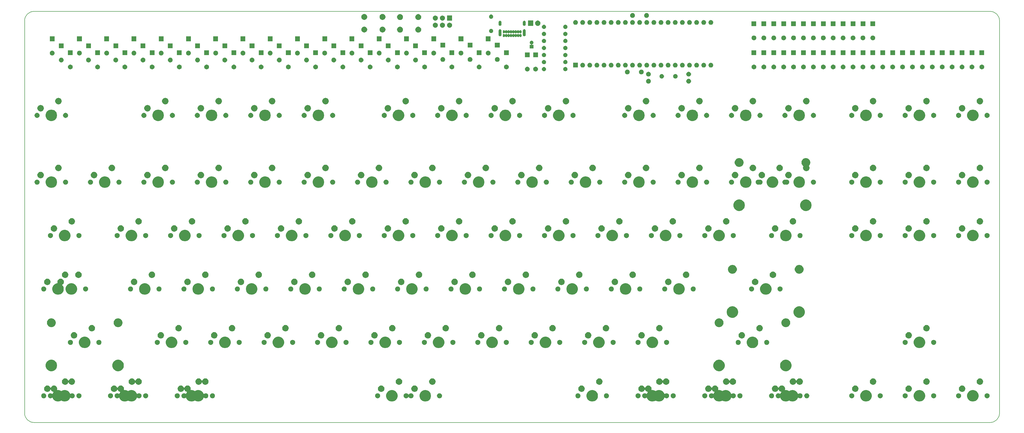
<source format=gbr>
G04 #@! TF.GenerationSoftware,KiCad,Pcbnew,(5.1.4)-1*
G04 #@! TF.CreationDate,2021-04-11T12:05:52+08:00*
G04 #@! TF.ProjectId,mysterium-pcb,6d797374-6572-4697-956d-2d7063622e6b,rev?*
G04 #@! TF.SameCoordinates,Original*
G04 #@! TF.FileFunction,Soldermask,Bot*
G04 #@! TF.FilePolarity,Negative*
%FSLAX46Y46*%
G04 Gerber Fmt 4.6, Leading zero omitted, Abs format (unit mm)*
G04 Created by KiCad (PCBNEW (5.1.4)-1) date 2021-04-11 12:05:52*
%MOMM*%
%LPD*%
G04 APERTURE LIST*
%ADD10C,0.150000*%
%ADD11C,2.000000*%
G04 APERTURE END LIST*
D10*
X384809999Y-198619941D02*
G75*
G02X381505940Y-201930000I-3307059J-3000D01*
G01*
X381499941Y-55313501D02*
G75*
G02X384810000Y-58617560I3000J-3307059D01*
G01*
X37147501Y-58623559D02*
G75*
G02X40451560Y-55313500I3307059J3000D01*
G01*
X40457559Y-201929999D02*
G75*
G02X37147500Y-198625940I-3000J3307059D01*
G01*
X384810000Y-58617560D02*
X384809999Y-198619941D01*
X381505940Y-201930000D02*
X40457559Y-201929999D01*
X37147500Y-198625940D02*
X37147501Y-58623559D01*
X40451560Y-55313500D02*
X381499941Y-55313500D01*
D11*
G36*
X180620754Y-190432818D02*
G01*
X180994011Y-190587426D01*
X180994013Y-190587427D01*
X181329936Y-190811884D01*
X181615616Y-191097564D01*
X181840074Y-191433489D01*
X181994682Y-191806746D01*
X182073500Y-192202993D01*
X182073500Y-192607007D01*
X181994682Y-193003254D01*
X181840074Y-193376511D01*
X181840073Y-193376513D01*
X181615616Y-193712436D01*
X181329936Y-193998116D01*
X180994013Y-194222573D01*
X180994012Y-194222574D01*
X180994011Y-194222574D01*
X180620754Y-194377182D01*
X180224507Y-194456000D01*
X179820493Y-194456000D01*
X179424246Y-194377182D01*
X179050989Y-194222574D01*
X179050988Y-194222574D01*
X179050987Y-194222573D01*
X178715064Y-193998116D01*
X178429384Y-193712436D01*
X178204927Y-193376513D01*
X178204926Y-193376511D01*
X178050318Y-193003254D01*
X177971500Y-192607007D01*
X177971500Y-192202993D01*
X178050318Y-191806746D01*
X178204926Y-191433489D01*
X178429384Y-191097564D01*
X178715064Y-190811884D01*
X179050987Y-190587427D01*
X179050989Y-190587426D01*
X179424246Y-190432818D01*
X179820493Y-190354000D01*
X180224507Y-190354000D01*
X180620754Y-190432818D01*
X180620754Y-190432818D01*
G37*
G36*
X337783254Y-190432818D02*
G01*
X338156511Y-190587426D01*
X338156513Y-190587427D01*
X338492436Y-190811884D01*
X338778116Y-191097564D01*
X339002574Y-191433489D01*
X339157182Y-191806746D01*
X339236000Y-192202993D01*
X339236000Y-192607007D01*
X339157182Y-193003254D01*
X339002574Y-193376511D01*
X339002573Y-193376513D01*
X338778116Y-193712436D01*
X338492436Y-193998116D01*
X338156513Y-194222573D01*
X338156512Y-194222574D01*
X338156511Y-194222574D01*
X337783254Y-194377182D01*
X337387007Y-194456000D01*
X336982993Y-194456000D01*
X336586746Y-194377182D01*
X336213489Y-194222574D01*
X336213488Y-194222574D01*
X336213487Y-194222573D01*
X335877564Y-193998116D01*
X335591884Y-193712436D01*
X335367427Y-193376513D01*
X335367426Y-193376511D01*
X335212818Y-193003254D01*
X335134000Y-192607007D01*
X335134000Y-192202993D01*
X335212818Y-191806746D01*
X335367426Y-191433489D01*
X335591884Y-191097564D01*
X335877564Y-190811884D01*
X336213487Y-190587427D01*
X336213489Y-190587426D01*
X336586746Y-190432818D01*
X336982993Y-190354000D01*
X337387007Y-190354000D01*
X337783254Y-190432818D01*
X337783254Y-190432818D01*
G37*
G36*
X305024549Y-188736116D02*
G01*
X305135734Y-188758232D01*
X305345203Y-188844997D01*
X305533720Y-188970960D01*
X305694040Y-189131280D01*
X305820003Y-189319797D01*
X305820004Y-189319799D01*
X305875141Y-189452912D01*
X305886692Y-189474523D01*
X305902237Y-189493464D01*
X305921179Y-189509010D01*
X305942790Y-189520561D01*
X305966239Y-189527674D01*
X305990625Y-189530076D01*
X306015011Y-189527674D01*
X306038460Y-189520561D01*
X306060071Y-189509010D01*
X306079012Y-189493465D01*
X306094558Y-189474523D01*
X306106109Y-189452912D01*
X306161246Y-189319799D01*
X306161247Y-189319797D01*
X306287210Y-189131280D01*
X306447530Y-188970960D01*
X306636047Y-188844997D01*
X306845516Y-188758232D01*
X306956701Y-188736116D01*
X307067885Y-188714000D01*
X307294615Y-188714000D01*
X307405799Y-188736116D01*
X307516984Y-188758232D01*
X307726453Y-188844997D01*
X307914970Y-188970960D01*
X308075290Y-189131280D01*
X308201253Y-189319797D01*
X308287359Y-189527674D01*
X308288018Y-189529267D01*
X308332250Y-189751635D01*
X308332250Y-189978365D01*
X308287246Y-190204615D01*
X308284844Y-190229001D01*
X308287246Y-190253387D01*
X308294359Y-190276836D01*
X308305910Y-190298447D01*
X308321455Y-190317389D01*
X308340397Y-190332934D01*
X308362008Y-190344485D01*
X308385457Y-190351598D01*
X308409843Y-190354000D01*
X308812007Y-190354000D01*
X309208254Y-190432818D01*
X309581511Y-190587426D01*
X309581513Y-190587427D01*
X309598414Y-190598720D01*
X309731179Y-190687431D01*
X309752790Y-190698982D01*
X309776239Y-190706095D01*
X309800625Y-190708497D01*
X309825011Y-190706095D01*
X309848460Y-190698982D01*
X309870071Y-190687431D01*
X310002836Y-190598720D01*
X310019737Y-190587427D01*
X310019739Y-190587426D01*
X310392996Y-190432818D01*
X310789243Y-190354000D01*
X311193257Y-190354000D01*
X311589504Y-190432818D01*
X311962761Y-190587426D01*
X311962763Y-190587427D01*
X312298686Y-190811884D01*
X312584366Y-191097564D01*
X312808824Y-191433489D01*
X312906667Y-191669703D01*
X312918218Y-191691314D01*
X312933763Y-191710256D01*
X312952705Y-191725801D01*
X312974316Y-191737352D01*
X312997765Y-191744465D01*
X313022151Y-191746867D01*
X313046537Y-191744465D01*
X313069986Y-191737352D01*
X313091597Y-191725801D01*
X313110528Y-191710265D01*
X313115646Y-191705147D01*
X313263216Y-191606544D01*
X313427188Y-191538624D01*
X313576488Y-191508927D01*
X313601258Y-191504000D01*
X313778742Y-191504000D01*
X313803512Y-191508927D01*
X313952812Y-191538624D01*
X314116784Y-191606544D01*
X314264354Y-191705147D01*
X314389853Y-191830646D01*
X314488456Y-191978216D01*
X314556376Y-192142188D01*
X314591000Y-192316259D01*
X314591000Y-192493741D01*
X314556376Y-192667812D01*
X314488456Y-192831784D01*
X314389853Y-192979354D01*
X314264354Y-193104853D01*
X314116784Y-193203456D01*
X313952812Y-193271376D01*
X313803512Y-193301073D01*
X313778742Y-193306000D01*
X313601258Y-193306000D01*
X313576488Y-193301073D01*
X313427188Y-193271376D01*
X313263216Y-193203456D01*
X313115646Y-193104853D01*
X313110528Y-193099735D01*
X313091597Y-193084199D01*
X313069986Y-193072648D01*
X313046537Y-193065535D01*
X313022151Y-193063133D01*
X312997765Y-193065535D01*
X312974316Y-193072648D01*
X312952705Y-193084199D01*
X312933763Y-193099744D01*
X312918218Y-193118686D01*
X312906667Y-193140297D01*
X312808824Y-193376511D01*
X312808823Y-193376513D01*
X312584366Y-193712436D01*
X312298686Y-193998116D01*
X311962763Y-194222573D01*
X311962762Y-194222574D01*
X311962761Y-194222574D01*
X311589504Y-194377182D01*
X311193257Y-194456000D01*
X310789243Y-194456000D01*
X310392996Y-194377182D01*
X310019739Y-194222574D01*
X310019738Y-194222574D01*
X310019737Y-194222573D01*
X309870070Y-194122568D01*
X309848460Y-194111018D01*
X309825011Y-194103905D01*
X309800625Y-194101503D01*
X309776239Y-194103905D01*
X309752790Y-194111018D01*
X309731180Y-194122568D01*
X309581513Y-194222573D01*
X309581512Y-194222574D01*
X309581511Y-194222574D01*
X309208254Y-194377182D01*
X308812007Y-194456000D01*
X308407993Y-194456000D01*
X308011746Y-194377182D01*
X307638489Y-194222574D01*
X307638488Y-194222574D01*
X307638487Y-194222573D01*
X307302564Y-193998116D01*
X307016884Y-193712436D01*
X306792427Y-193376513D01*
X306792426Y-193376511D01*
X306694583Y-193140297D01*
X306683032Y-193118686D01*
X306667487Y-193099744D01*
X306648545Y-193084199D01*
X306626934Y-193072648D01*
X306603485Y-193065535D01*
X306579099Y-193063133D01*
X306554713Y-193065535D01*
X306531264Y-193072648D01*
X306509653Y-193084199D01*
X306490722Y-193099735D01*
X306485604Y-193104853D01*
X306338034Y-193203456D01*
X306174062Y-193271376D01*
X306024762Y-193301073D01*
X305999992Y-193306000D01*
X305822508Y-193306000D01*
X305797738Y-193301073D01*
X305648438Y-193271376D01*
X305484466Y-193203456D01*
X305336896Y-193104853D01*
X305211397Y-192979354D01*
X305112794Y-192831784D01*
X305044874Y-192667812D01*
X305010250Y-192493741D01*
X305010250Y-192316259D01*
X305044874Y-192142188D01*
X305112794Y-191978216D01*
X305211397Y-191830646D01*
X305336896Y-191705147D01*
X305484466Y-191606544D01*
X305648438Y-191538624D01*
X305797738Y-191508927D01*
X305822508Y-191504000D01*
X305999992Y-191504000D01*
X306024762Y-191508927D01*
X306174062Y-191538624D01*
X306338034Y-191606544D01*
X306485604Y-191705147D01*
X306490722Y-191710265D01*
X306509653Y-191725801D01*
X306531264Y-191737352D01*
X306554713Y-191744465D01*
X306579099Y-191746867D01*
X306603485Y-191744465D01*
X306626934Y-191737352D01*
X306648545Y-191725801D01*
X306667487Y-191710256D01*
X306683032Y-191691314D01*
X306694583Y-191669703D01*
X306792426Y-191433489D01*
X306967040Y-191172161D01*
X306978591Y-191150550D01*
X306985704Y-191127101D01*
X306988106Y-191102715D01*
X306985704Y-191078329D01*
X306978591Y-191054880D01*
X306967040Y-191033269D01*
X306951495Y-191014327D01*
X306932553Y-190998782D01*
X306910942Y-190987231D01*
X306887494Y-190980118D01*
X306845516Y-190971768D01*
X306636049Y-190885004D01*
X306636048Y-190885004D01*
X306636047Y-190885003D01*
X306447530Y-190759040D01*
X306287210Y-190598720D01*
X306161247Y-190410203D01*
X306106109Y-190277087D01*
X306094558Y-190255477D01*
X306079013Y-190236536D01*
X306060071Y-190220990D01*
X306038460Y-190209439D01*
X306015011Y-190202326D01*
X305990625Y-190199924D01*
X305966239Y-190202326D01*
X305942790Y-190209439D01*
X305921179Y-190220990D01*
X305902238Y-190236535D01*
X305886692Y-190255477D01*
X305875141Y-190277087D01*
X305820003Y-190410203D01*
X305694040Y-190598720D01*
X305533720Y-190759040D01*
X305345203Y-190885003D01*
X305135734Y-190971768D01*
X305057996Y-190987231D01*
X304913365Y-191016000D01*
X304686635Y-191016000D01*
X304542004Y-190987231D01*
X304464266Y-190971768D01*
X304254797Y-190885003D01*
X304066280Y-190759040D01*
X303905960Y-190598720D01*
X303779997Y-190410203D01*
X303693232Y-190200734D01*
X303649000Y-189978364D01*
X303649000Y-189751636D01*
X303693232Y-189529266D01*
X303779997Y-189319797D01*
X303905960Y-189131280D01*
X304066280Y-188970960D01*
X304254797Y-188844997D01*
X304464266Y-188758232D01*
X304575451Y-188736116D01*
X304686635Y-188714000D01*
X304913365Y-188714000D01*
X305024549Y-188736116D01*
X305024549Y-188736116D01*
G37*
G36*
X356833254Y-190432818D02*
G01*
X357206511Y-190587426D01*
X357206513Y-190587427D01*
X357542436Y-190811884D01*
X357828116Y-191097564D01*
X358052574Y-191433489D01*
X358207182Y-191806746D01*
X358286000Y-192202993D01*
X358286000Y-192607007D01*
X358207182Y-193003254D01*
X358052574Y-193376511D01*
X358052573Y-193376513D01*
X357828116Y-193712436D01*
X357542436Y-193998116D01*
X357206513Y-194222573D01*
X357206512Y-194222574D01*
X357206511Y-194222574D01*
X356833254Y-194377182D01*
X356437007Y-194456000D01*
X356032993Y-194456000D01*
X355636746Y-194377182D01*
X355263489Y-194222574D01*
X355263488Y-194222574D01*
X355263487Y-194222573D01*
X354927564Y-193998116D01*
X354641884Y-193712436D01*
X354417427Y-193376513D01*
X354417426Y-193376511D01*
X354262818Y-193003254D01*
X354184000Y-192607007D01*
X354184000Y-192202993D01*
X354262818Y-191806746D01*
X354417426Y-191433489D01*
X354641884Y-191097564D01*
X354927564Y-190811884D01*
X355263487Y-190587427D01*
X355263489Y-190587426D01*
X355636746Y-190432818D01*
X356032993Y-190354000D01*
X356437007Y-190354000D01*
X356833254Y-190432818D01*
X356833254Y-190432818D01*
G37*
G36*
X281212049Y-188736116D02*
G01*
X281323234Y-188758232D01*
X281532703Y-188844997D01*
X281721220Y-188970960D01*
X281881540Y-189131280D01*
X282007503Y-189319797D01*
X282007504Y-189319799D01*
X282062641Y-189452912D01*
X282074192Y-189474523D01*
X282089737Y-189493464D01*
X282108679Y-189509010D01*
X282130290Y-189520561D01*
X282153739Y-189527674D01*
X282178125Y-189530076D01*
X282202511Y-189527674D01*
X282225960Y-189520561D01*
X282247571Y-189509010D01*
X282266512Y-189493465D01*
X282282058Y-189474523D01*
X282293609Y-189452912D01*
X282348746Y-189319799D01*
X282348747Y-189319797D01*
X282474710Y-189131280D01*
X282635030Y-188970960D01*
X282823547Y-188844997D01*
X283033016Y-188758232D01*
X283144201Y-188736116D01*
X283255385Y-188714000D01*
X283482115Y-188714000D01*
X283593299Y-188736116D01*
X283704484Y-188758232D01*
X283913953Y-188844997D01*
X284102470Y-188970960D01*
X284262790Y-189131280D01*
X284388753Y-189319797D01*
X284474859Y-189527674D01*
X284475518Y-189529267D01*
X284519750Y-189751635D01*
X284519750Y-189978365D01*
X284474746Y-190204615D01*
X284472344Y-190229001D01*
X284474746Y-190253387D01*
X284481859Y-190276836D01*
X284493410Y-190298447D01*
X284508955Y-190317389D01*
X284527897Y-190332934D01*
X284549508Y-190344485D01*
X284572957Y-190351598D01*
X284597343Y-190354000D01*
X284999507Y-190354000D01*
X285395754Y-190432818D01*
X285769011Y-190587426D01*
X285769013Y-190587427D01*
X285785914Y-190598720D01*
X285918679Y-190687431D01*
X285940290Y-190698982D01*
X285963739Y-190706095D01*
X285988125Y-190708497D01*
X286012511Y-190706095D01*
X286035960Y-190698982D01*
X286057571Y-190687431D01*
X286190336Y-190598720D01*
X286207237Y-190587427D01*
X286207239Y-190587426D01*
X286580496Y-190432818D01*
X286976743Y-190354000D01*
X287380757Y-190354000D01*
X287777004Y-190432818D01*
X288150261Y-190587426D01*
X288150263Y-190587427D01*
X288486186Y-190811884D01*
X288771866Y-191097564D01*
X288996324Y-191433489D01*
X289094167Y-191669703D01*
X289105718Y-191691314D01*
X289121263Y-191710256D01*
X289140205Y-191725801D01*
X289161816Y-191737352D01*
X289185265Y-191744465D01*
X289209651Y-191746867D01*
X289234037Y-191744465D01*
X289257486Y-191737352D01*
X289279097Y-191725801D01*
X289298028Y-191710265D01*
X289303146Y-191705147D01*
X289450716Y-191606544D01*
X289614688Y-191538624D01*
X289763988Y-191508927D01*
X289788758Y-191504000D01*
X289966242Y-191504000D01*
X289991012Y-191508927D01*
X290140312Y-191538624D01*
X290304284Y-191606544D01*
X290451854Y-191705147D01*
X290577353Y-191830646D01*
X290675956Y-191978216D01*
X290743876Y-192142188D01*
X290778500Y-192316259D01*
X290778500Y-192493741D01*
X290743876Y-192667812D01*
X290675956Y-192831784D01*
X290577353Y-192979354D01*
X290451854Y-193104853D01*
X290304284Y-193203456D01*
X290140312Y-193271376D01*
X289991012Y-193301073D01*
X289966242Y-193306000D01*
X289788758Y-193306000D01*
X289763988Y-193301073D01*
X289614688Y-193271376D01*
X289450716Y-193203456D01*
X289303146Y-193104853D01*
X289298028Y-193099735D01*
X289279097Y-193084199D01*
X289257486Y-193072648D01*
X289234037Y-193065535D01*
X289209651Y-193063133D01*
X289185265Y-193065535D01*
X289161816Y-193072648D01*
X289140205Y-193084199D01*
X289121263Y-193099744D01*
X289105718Y-193118686D01*
X289094167Y-193140297D01*
X288996324Y-193376511D01*
X288996323Y-193376513D01*
X288771866Y-193712436D01*
X288486186Y-193998116D01*
X288150263Y-194222573D01*
X288150262Y-194222574D01*
X288150261Y-194222574D01*
X287777004Y-194377182D01*
X287380757Y-194456000D01*
X286976743Y-194456000D01*
X286580496Y-194377182D01*
X286207239Y-194222574D01*
X286207238Y-194222574D01*
X286207237Y-194222573D01*
X286057570Y-194122568D01*
X286035960Y-194111018D01*
X286012511Y-194103905D01*
X285988125Y-194101503D01*
X285963739Y-194103905D01*
X285940290Y-194111018D01*
X285918680Y-194122568D01*
X285769013Y-194222573D01*
X285769012Y-194222574D01*
X285769011Y-194222574D01*
X285395754Y-194377182D01*
X284999507Y-194456000D01*
X284595493Y-194456000D01*
X284199246Y-194377182D01*
X283825989Y-194222574D01*
X283825988Y-194222574D01*
X283825987Y-194222573D01*
X283490064Y-193998116D01*
X283204384Y-193712436D01*
X282979927Y-193376513D01*
X282979926Y-193376511D01*
X282882083Y-193140297D01*
X282870532Y-193118686D01*
X282854987Y-193099744D01*
X282836045Y-193084199D01*
X282814434Y-193072648D01*
X282790985Y-193065535D01*
X282766599Y-193063133D01*
X282742213Y-193065535D01*
X282718764Y-193072648D01*
X282697153Y-193084199D01*
X282678222Y-193099735D01*
X282673104Y-193104853D01*
X282525534Y-193203456D01*
X282361562Y-193271376D01*
X282212262Y-193301073D01*
X282187492Y-193306000D01*
X282010008Y-193306000D01*
X281985238Y-193301073D01*
X281835938Y-193271376D01*
X281671966Y-193203456D01*
X281524396Y-193104853D01*
X281398897Y-192979354D01*
X281300294Y-192831784D01*
X281232374Y-192667812D01*
X281197750Y-192493741D01*
X281197750Y-192316259D01*
X281232374Y-192142188D01*
X281300294Y-191978216D01*
X281398897Y-191830646D01*
X281524396Y-191705147D01*
X281671966Y-191606544D01*
X281835938Y-191538624D01*
X281985238Y-191508927D01*
X282010008Y-191504000D01*
X282187492Y-191504000D01*
X282212262Y-191508927D01*
X282361562Y-191538624D01*
X282525534Y-191606544D01*
X282673104Y-191705147D01*
X282678222Y-191710265D01*
X282697153Y-191725801D01*
X282718764Y-191737352D01*
X282742213Y-191744465D01*
X282766599Y-191746867D01*
X282790985Y-191744465D01*
X282814434Y-191737352D01*
X282836045Y-191725801D01*
X282854987Y-191710256D01*
X282870532Y-191691314D01*
X282882083Y-191669703D01*
X282979926Y-191433489D01*
X283154540Y-191172161D01*
X283166091Y-191150550D01*
X283173204Y-191127101D01*
X283175606Y-191102715D01*
X283173204Y-191078329D01*
X283166091Y-191054880D01*
X283154540Y-191033269D01*
X283138995Y-191014327D01*
X283120053Y-190998782D01*
X283098442Y-190987231D01*
X283074994Y-190980118D01*
X283033016Y-190971768D01*
X282823549Y-190885004D01*
X282823548Y-190885004D01*
X282823547Y-190885003D01*
X282635030Y-190759040D01*
X282474710Y-190598720D01*
X282348747Y-190410203D01*
X282293609Y-190277087D01*
X282282058Y-190255477D01*
X282266513Y-190236536D01*
X282247571Y-190220990D01*
X282225960Y-190209439D01*
X282202511Y-190202326D01*
X282178125Y-190199924D01*
X282153739Y-190202326D01*
X282130290Y-190209439D01*
X282108679Y-190220990D01*
X282089738Y-190236535D01*
X282074192Y-190255477D01*
X282062641Y-190277087D01*
X282007503Y-190410203D01*
X281881540Y-190598720D01*
X281721220Y-190759040D01*
X281532703Y-190885003D01*
X281323234Y-190971768D01*
X281245496Y-190987231D01*
X281100865Y-191016000D01*
X280874135Y-191016000D01*
X280729504Y-190987231D01*
X280651766Y-190971768D01*
X280442297Y-190885003D01*
X280253780Y-190759040D01*
X280093460Y-190598720D01*
X279967497Y-190410203D01*
X279880732Y-190200734D01*
X279836500Y-189978364D01*
X279836500Y-189751636D01*
X279880732Y-189529266D01*
X279967497Y-189319797D01*
X280093460Y-189131280D01*
X280253780Y-188970960D01*
X280442297Y-188844997D01*
X280651766Y-188758232D01*
X280762951Y-188736116D01*
X280874135Y-188714000D01*
X281100865Y-188714000D01*
X281212049Y-188736116D01*
X281212049Y-188736116D01*
G37*
G36*
X375883254Y-190432818D02*
G01*
X376256511Y-190587426D01*
X376256513Y-190587427D01*
X376592436Y-190811884D01*
X376878116Y-191097564D01*
X377102574Y-191433489D01*
X377257182Y-191806746D01*
X377336000Y-192202993D01*
X377336000Y-192607007D01*
X377257182Y-193003254D01*
X377102574Y-193376511D01*
X377102573Y-193376513D01*
X376878116Y-193712436D01*
X376592436Y-193998116D01*
X376256513Y-194222573D01*
X376256512Y-194222574D01*
X376256511Y-194222574D01*
X375883254Y-194377182D01*
X375487007Y-194456000D01*
X375082993Y-194456000D01*
X374686746Y-194377182D01*
X374313489Y-194222574D01*
X374313488Y-194222574D01*
X374313487Y-194222573D01*
X373977564Y-193998116D01*
X373691884Y-193712436D01*
X373467427Y-193376513D01*
X373467426Y-193376511D01*
X373312818Y-193003254D01*
X373234000Y-192607007D01*
X373234000Y-192202993D01*
X373312818Y-191806746D01*
X373467426Y-191433489D01*
X373691884Y-191097564D01*
X373977564Y-190811884D01*
X374313487Y-190587427D01*
X374313489Y-190587426D01*
X374686746Y-190432818D01*
X375082993Y-190354000D01*
X375487007Y-190354000D01*
X375883254Y-190432818D01*
X375883254Y-190432818D01*
G37*
G36*
X69280799Y-188736116D02*
G01*
X69391984Y-188758232D01*
X69601453Y-188844997D01*
X69789970Y-188970960D01*
X69950290Y-189131280D01*
X70076253Y-189319797D01*
X70076254Y-189319799D01*
X70131391Y-189452912D01*
X70142942Y-189474523D01*
X70158487Y-189493464D01*
X70177429Y-189509010D01*
X70199040Y-189520561D01*
X70222489Y-189527674D01*
X70246875Y-189530076D01*
X70271261Y-189527674D01*
X70294710Y-189520561D01*
X70316321Y-189509010D01*
X70335262Y-189493465D01*
X70350808Y-189474523D01*
X70362359Y-189452912D01*
X70417496Y-189319799D01*
X70417497Y-189319797D01*
X70543460Y-189131280D01*
X70703780Y-188970960D01*
X70892297Y-188844997D01*
X71101766Y-188758232D01*
X71212951Y-188736116D01*
X71324135Y-188714000D01*
X71550865Y-188714000D01*
X71662049Y-188736116D01*
X71773234Y-188758232D01*
X71982703Y-188844997D01*
X72171220Y-188970960D01*
X72331540Y-189131280D01*
X72457503Y-189319797D01*
X72543609Y-189527674D01*
X72544268Y-189529267D01*
X72588500Y-189751635D01*
X72588500Y-189978365D01*
X72543496Y-190204615D01*
X72541094Y-190229001D01*
X72543496Y-190253387D01*
X72550609Y-190276836D01*
X72562160Y-190298447D01*
X72577705Y-190317389D01*
X72596647Y-190332934D01*
X72618258Y-190344485D01*
X72641707Y-190351598D01*
X72666093Y-190354000D01*
X73068257Y-190354000D01*
X73464504Y-190432818D01*
X73837761Y-190587426D01*
X73837763Y-190587427D01*
X73854664Y-190598720D01*
X73987429Y-190687431D01*
X74009040Y-190698982D01*
X74032489Y-190706095D01*
X74056875Y-190708497D01*
X74081261Y-190706095D01*
X74104710Y-190698982D01*
X74126321Y-190687431D01*
X74259086Y-190598720D01*
X74275987Y-190587427D01*
X74275989Y-190587426D01*
X74649246Y-190432818D01*
X75045493Y-190354000D01*
X75449507Y-190354000D01*
X75845754Y-190432818D01*
X76219011Y-190587426D01*
X76219013Y-190587427D01*
X76554936Y-190811884D01*
X76840616Y-191097564D01*
X77065074Y-191433489D01*
X77162917Y-191669703D01*
X77174468Y-191691314D01*
X77190013Y-191710256D01*
X77208955Y-191725801D01*
X77230566Y-191737352D01*
X77254015Y-191744465D01*
X77278401Y-191746867D01*
X77302787Y-191744465D01*
X77326236Y-191737352D01*
X77347847Y-191725801D01*
X77366778Y-191710265D01*
X77371896Y-191705147D01*
X77519466Y-191606544D01*
X77683438Y-191538624D01*
X77832738Y-191508927D01*
X77857508Y-191504000D01*
X78034992Y-191504000D01*
X78059762Y-191508927D01*
X78209062Y-191538624D01*
X78373034Y-191606544D01*
X78520604Y-191705147D01*
X78646103Y-191830646D01*
X78744706Y-191978216D01*
X78812626Y-192142188D01*
X78847250Y-192316259D01*
X78847250Y-192493741D01*
X78812626Y-192667812D01*
X78744706Y-192831784D01*
X78646103Y-192979354D01*
X78520604Y-193104853D01*
X78373034Y-193203456D01*
X78209062Y-193271376D01*
X78059762Y-193301073D01*
X78034992Y-193306000D01*
X77857508Y-193306000D01*
X77832738Y-193301073D01*
X77683438Y-193271376D01*
X77519466Y-193203456D01*
X77371896Y-193104853D01*
X77366778Y-193099735D01*
X77347847Y-193084199D01*
X77326236Y-193072648D01*
X77302787Y-193065535D01*
X77278401Y-193063133D01*
X77254015Y-193065535D01*
X77230566Y-193072648D01*
X77208955Y-193084199D01*
X77190013Y-193099744D01*
X77174468Y-193118686D01*
X77162917Y-193140297D01*
X77065074Y-193376511D01*
X77065073Y-193376513D01*
X76840616Y-193712436D01*
X76554936Y-193998116D01*
X76219013Y-194222573D01*
X76219012Y-194222574D01*
X76219011Y-194222574D01*
X75845754Y-194377182D01*
X75449507Y-194456000D01*
X75045493Y-194456000D01*
X74649246Y-194377182D01*
X74275989Y-194222574D01*
X74275988Y-194222574D01*
X74275987Y-194222573D01*
X74126320Y-194122568D01*
X74104710Y-194111018D01*
X74081261Y-194103905D01*
X74056875Y-194101503D01*
X74032489Y-194103905D01*
X74009040Y-194111018D01*
X73987430Y-194122568D01*
X73837763Y-194222573D01*
X73837762Y-194222574D01*
X73837761Y-194222574D01*
X73464504Y-194377182D01*
X73068257Y-194456000D01*
X72664243Y-194456000D01*
X72267996Y-194377182D01*
X71894739Y-194222574D01*
X71894738Y-194222574D01*
X71894737Y-194222573D01*
X71558814Y-193998116D01*
X71273134Y-193712436D01*
X71048677Y-193376513D01*
X71048676Y-193376511D01*
X70950833Y-193140297D01*
X70939282Y-193118686D01*
X70923737Y-193099744D01*
X70904795Y-193084199D01*
X70883184Y-193072648D01*
X70859735Y-193065535D01*
X70835349Y-193063133D01*
X70810963Y-193065535D01*
X70787514Y-193072648D01*
X70765903Y-193084199D01*
X70746972Y-193099735D01*
X70741854Y-193104853D01*
X70594284Y-193203456D01*
X70430312Y-193271376D01*
X70281012Y-193301073D01*
X70256242Y-193306000D01*
X70078758Y-193306000D01*
X70053988Y-193301073D01*
X69904688Y-193271376D01*
X69740716Y-193203456D01*
X69593146Y-193104853D01*
X69467647Y-192979354D01*
X69369044Y-192831784D01*
X69301124Y-192667812D01*
X69266500Y-192493741D01*
X69266500Y-192316259D01*
X69301124Y-192142188D01*
X69369044Y-191978216D01*
X69467647Y-191830646D01*
X69593146Y-191705147D01*
X69740716Y-191606544D01*
X69904688Y-191538624D01*
X70053988Y-191508927D01*
X70078758Y-191504000D01*
X70256242Y-191504000D01*
X70281012Y-191508927D01*
X70430312Y-191538624D01*
X70594284Y-191606544D01*
X70741854Y-191705147D01*
X70746972Y-191710265D01*
X70765903Y-191725801D01*
X70787514Y-191737352D01*
X70810963Y-191744465D01*
X70835349Y-191746867D01*
X70859735Y-191744465D01*
X70883184Y-191737352D01*
X70904795Y-191725801D01*
X70923737Y-191710256D01*
X70939282Y-191691314D01*
X70950833Y-191669703D01*
X71048676Y-191433489D01*
X71223290Y-191172161D01*
X71234841Y-191150550D01*
X71241954Y-191127101D01*
X71244356Y-191102715D01*
X71241954Y-191078329D01*
X71234841Y-191054880D01*
X71223290Y-191033269D01*
X71207745Y-191014327D01*
X71188803Y-190998782D01*
X71167192Y-190987231D01*
X71143744Y-190980118D01*
X71101766Y-190971768D01*
X70892299Y-190885004D01*
X70892298Y-190885004D01*
X70892297Y-190885003D01*
X70703780Y-190759040D01*
X70543460Y-190598720D01*
X70417497Y-190410203D01*
X70362359Y-190277087D01*
X70350808Y-190255477D01*
X70335263Y-190236536D01*
X70316321Y-190220990D01*
X70294710Y-190209439D01*
X70271261Y-190202326D01*
X70246875Y-190199924D01*
X70222489Y-190202326D01*
X70199040Y-190209439D01*
X70177429Y-190220990D01*
X70158488Y-190236535D01*
X70142942Y-190255477D01*
X70131391Y-190277087D01*
X70076253Y-190410203D01*
X69950290Y-190598720D01*
X69789970Y-190759040D01*
X69601453Y-190885003D01*
X69391984Y-190971768D01*
X69314246Y-190987231D01*
X69169615Y-191016000D01*
X68942885Y-191016000D01*
X68798254Y-190987231D01*
X68720516Y-190971768D01*
X68511047Y-190885003D01*
X68322530Y-190759040D01*
X68162210Y-190598720D01*
X68036247Y-190410203D01*
X67949482Y-190200734D01*
X67905250Y-189978364D01*
X67905250Y-189751636D01*
X67949482Y-189529266D01*
X68036247Y-189319797D01*
X68162210Y-189131280D01*
X68322530Y-188970960D01*
X68511047Y-188844997D01*
X68720516Y-188758232D01*
X68831701Y-188736116D01*
X68942885Y-188714000D01*
X69169615Y-188714000D01*
X69280799Y-188736116D01*
X69280799Y-188736116D01*
G37*
G36*
X168714504Y-190432818D02*
G01*
X169087761Y-190587426D01*
X169087763Y-190587427D01*
X169423686Y-190811884D01*
X169709366Y-191097564D01*
X169933824Y-191433489D01*
X170088432Y-191806746D01*
X170167250Y-192202993D01*
X170167250Y-192607007D01*
X170088432Y-193003254D01*
X169933824Y-193376511D01*
X169933823Y-193376513D01*
X169709366Y-193712436D01*
X169423686Y-193998116D01*
X169087763Y-194222573D01*
X169087762Y-194222574D01*
X169087761Y-194222574D01*
X168714504Y-194377182D01*
X168318257Y-194456000D01*
X167914243Y-194456000D01*
X167517996Y-194377182D01*
X167144739Y-194222574D01*
X167144738Y-194222574D01*
X167144737Y-194222573D01*
X166808814Y-193998116D01*
X166523134Y-193712436D01*
X166298677Y-193376513D01*
X166298676Y-193376511D01*
X166144068Y-193003254D01*
X166065250Y-192607007D01*
X166065250Y-192202993D01*
X166144068Y-191806746D01*
X166298676Y-191433489D01*
X166523134Y-191097564D01*
X166808814Y-190811884D01*
X167144737Y-190587427D01*
X167144739Y-190587426D01*
X167517996Y-190432818D01*
X167914243Y-190354000D01*
X168318257Y-190354000D01*
X168714504Y-190432818D01*
X168714504Y-190432818D01*
G37*
G36*
X240152004Y-190432818D02*
G01*
X240525261Y-190587426D01*
X240525263Y-190587427D01*
X240861186Y-190811884D01*
X241146866Y-191097564D01*
X241371324Y-191433489D01*
X241525932Y-191806746D01*
X241604750Y-192202993D01*
X241604750Y-192607007D01*
X241525932Y-193003254D01*
X241371324Y-193376511D01*
X241371323Y-193376513D01*
X241146866Y-193712436D01*
X240861186Y-193998116D01*
X240525263Y-194222573D01*
X240525262Y-194222574D01*
X240525261Y-194222574D01*
X240152004Y-194377182D01*
X239755757Y-194456000D01*
X239351743Y-194456000D01*
X238955496Y-194377182D01*
X238582239Y-194222574D01*
X238582238Y-194222574D01*
X238582237Y-194222573D01*
X238246314Y-193998116D01*
X237960634Y-193712436D01*
X237736177Y-193376513D01*
X237736176Y-193376511D01*
X237581568Y-193003254D01*
X237502750Y-192607007D01*
X237502750Y-192202993D01*
X237581568Y-191806746D01*
X237736176Y-191433489D01*
X237960634Y-191097564D01*
X238246314Y-190811884D01*
X238582237Y-190587427D01*
X238582239Y-190587426D01*
X238955496Y-190432818D01*
X239351743Y-190354000D01*
X239755757Y-190354000D01*
X240152004Y-190432818D01*
X240152004Y-190432818D01*
G37*
G36*
X45468299Y-188736116D02*
G01*
X45579484Y-188758232D01*
X45788953Y-188844997D01*
X45977470Y-188970960D01*
X46137790Y-189131280D01*
X46263753Y-189319797D01*
X46263754Y-189319799D01*
X46318891Y-189452912D01*
X46330442Y-189474523D01*
X46345987Y-189493464D01*
X46364929Y-189509010D01*
X46386540Y-189520561D01*
X46409989Y-189527674D01*
X46434375Y-189530076D01*
X46458761Y-189527674D01*
X46482210Y-189520561D01*
X46503821Y-189509010D01*
X46522762Y-189493465D01*
X46538308Y-189474523D01*
X46549859Y-189452912D01*
X46604996Y-189319799D01*
X46604997Y-189319797D01*
X46730960Y-189131280D01*
X46891280Y-188970960D01*
X47079797Y-188844997D01*
X47289266Y-188758232D01*
X47400451Y-188736116D01*
X47511635Y-188714000D01*
X47738365Y-188714000D01*
X47849549Y-188736116D01*
X47960734Y-188758232D01*
X48170203Y-188844997D01*
X48358720Y-188970960D01*
X48519040Y-189131280D01*
X48645003Y-189319797D01*
X48731109Y-189527674D01*
X48731768Y-189529267D01*
X48776000Y-189751635D01*
X48776000Y-189978365D01*
X48730996Y-190204615D01*
X48728594Y-190229001D01*
X48730996Y-190253387D01*
X48738109Y-190276836D01*
X48749660Y-190298447D01*
X48765205Y-190317389D01*
X48784147Y-190332934D01*
X48805758Y-190344485D01*
X48829207Y-190351598D01*
X48853593Y-190354000D01*
X49255757Y-190354000D01*
X49652004Y-190432818D01*
X50025261Y-190587426D01*
X50025263Y-190587427D01*
X50042164Y-190598720D01*
X50174929Y-190687431D01*
X50196540Y-190698982D01*
X50219989Y-190706095D01*
X50244375Y-190708497D01*
X50268761Y-190706095D01*
X50292210Y-190698982D01*
X50313821Y-190687431D01*
X50446586Y-190598720D01*
X50463487Y-190587427D01*
X50463489Y-190587426D01*
X50836746Y-190432818D01*
X51232993Y-190354000D01*
X51637007Y-190354000D01*
X52033254Y-190432818D01*
X52406511Y-190587426D01*
X52406513Y-190587427D01*
X52742436Y-190811884D01*
X53028116Y-191097564D01*
X53252574Y-191433489D01*
X53350417Y-191669703D01*
X53361968Y-191691314D01*
X53377513Y-191710256D01*
X53396455Y-191725801D01*
X53418066Y-191737352D01*
X53441515Y-191744465D01*
X53465901Y-191746867D01*
X53490287Y-191744465D01*
X53513736Y-191737352D01*
X53535347Y-191725801D01*
X53554278Y-191710265D01*
X53559396Y-191705147D01*
X53706966Y-191606544D01*
X53870938Y-191538624D01*
X54020238Y-191508927D01*
X54045008Y-191504000D01*
X54222492Y-191504000D01*
X54247262Y-191508927D01*
X54396562Y-191538624D01*
X54560534Y-191606544D01*
X54708104Y-191705147D01*
X54833603Y-191830646D01*
X54932206Y-191978216D01*
X55000126Y-192142188D01*
X55034750Y-192316259D01*
X55034750Y-192493741D01*
X55000126Y-192667812D01*
X54932206Y-192831784D01*
X54833603Y-192979354D01*
X54708104Y-193104853D01*
X54560534Y-193203456D01*
X54396562Y-193271376D01*
X54247262Y-193301073D01*
X54222492Y-193306000D01*
X54045008Y-193306000D01*
X54020238Y-193301073D01*
X53870938Y-193271376D01*
X53706966Y-193203456D01*
X53559396Y-193104853D01*
X53554278Y-193099735D01*
X53535347Y-193084199D01*
X53513736Y-193072648D01*
X53490287Y-193065535D01*
X53465901Y-193063133D01*
X53441515Y-193065535D01*
X53418066Y-193072648D01*
X53396455Y-193084199D01*
X53377513Y-193099744D01*
X53361968Y-193118686D01*
X53350417Y-193140297D01*
X53252574Y-193376511D01*
X53252573Y-193376513D01*
X53028116Y-193712436D01*
X52742436Y-193998116D01*
X52406513Y-194222573D01*
X52406512Y-194222574D01*
X52406511Y-194222574D01*
X52033254Y-194377182D01*
X51637007Y-194456000D01*
X51232993Y-194456000D01*
X50836746Y-194377182D01*
X50463489Y-194222574D01*
X50463488Y-194222574D01*
X50463487Y-194222573D01*
X50313820Y-194122568D01*
X50292210Y-194111018D01*
X50268761Y-194103905D01*
X50244375Y-194101503D01*
X50219989Y-194103905D01*
X50196540Y-194111018D01*
X50174930Y-194122568D01*
X50025263Y-194222573D01*
X50025262Y-194222574D01*
X50025261Y-194222574D01*
X49652004Y-194377182D01*
X49255757Y-194456000D01*
X48851743Y-194456000D01*
X48455496Y-194377182D01*
X48082239Y-194222574D01*
X48082238Y-194222574D01*
X48082237Y-194222573D01*
X47746314Y-193998116D01*
X47460634Y-193712436D01*
X47236177Y-193376513D01*
X47236176Y-193376511D01*
X47138333Y-193140297D01*
X47126782Y-193118686D01*
X47111237Y-193099744D01*
X47092295Y-193084199D01*
X47070684Y-193072648D01*
X47047235Y-193065535D01*
X47022849Y-193063133D01*
X46998463Y-193065535D01*
X46975014Y-193072648D01*
X46953403Y-193084199D01*
X46934472Y-193099735D01*
X46929354Y-193104853D01*
X46781784Y-193203456D01*
X46617812Y-193271376D01*
X46468512Y-193301073D01*
X46443742Y-193306000D01*
X46266258Y-193306000D01*
X46241488Y-193301073D01*
X46092188Y-193271376D01*
X45928216Y-193203456D01*
X45780646Y-193104853D01*
X45655147Y-192979354D01*
X45556544Y-192831784D01*
X45488624Y-192667812D01*
X45454000Y-192493741D01*
X45454000Y-192316259D01*
X45488624Y-192142188D01*
X45556544Y-191978216D01*
X45655147Y-191830646D01*
X45780646Y-191705147D01*
X45928216Y-191606544D01*
X46092188Y-191538624D01*
X46241488Y-191508927D01*
X46266258Y-191504000D01*
X46443742Y-191504000D01*
X46468512Y-191508927D01*
X46617812Y-191538624D01*
X46781784Y-191606544D01*
X46929354Y-191705147D01*
X46934472Y-191710265D01*
X46953403Y-191725801D01*
X46975014Y-191737352D01*
X46998463Y-191744465D01*
X47022849Y-191746867D01*
X47047235Y-191744465D01*
X47070684Y-191737352D01*
X47092295Y-191725801D01*
X47111237Y-191710256D01*
X47126782Y-191691314D01*
X47138333Y-191669703D01*
X47236176Y-191433489D01*
X47410790Y-191172161D01*
X47422341Y-191150550D01*
X47429454Y-191127101D01*
X47431856Y-191102715D01*
X47429454Y-191078329D01*
X47422341Y-191054880D01*
X47410790Y-191033269D01*
X47395245Y-191014327D01*
X47376303Y-190998782D01*
X47354692Y-190987231D01*
X47331244Y-190980118D01*
X47289266Y-190971768D01*
X47079799Y-190885004D01*
X47079798Y-190885004D01*
X47079797Y-190885003D01*
X46891280Y-190759040D01*
X46730960Y-190598720D01*
X46604997Y-190410203D01*
X46549859Y-190277087D01*
X46538308Y-190255477D01*
X46522763Y-190236536D01*
X46503821Y-190220990D01*
X46482210Y-190209439D01*
X46458761Y-190202326D01*
X46434375Y-190199924D01*
X46409989Y-190202326D01*
X46386540Y-190209439D01*
X46364929Y-190220990D01*
X46345988Y-190236535D01*
X46330442Y-190255477D01*
X46318891Y-190277087D01*
X46263753Y-190410203D01*
X46137790Y-190598720D01*
X45977470Y-190759040D01*
X45788953Y-190885003D01*
X45579484Y-190971768D01*
X45501746Y-190987231D01*
X45357115Y-191016000D01*
X45130385Y-191016000D01*
X44985754Y-190987231D01*
X44908016Y-190971768D01*
X44698547Y-190885003D01*
X44510030Y-190759040D01*
X44349710Y-190598720D01*
X44223747Y-190410203D01*
X44136982Y-190200734D01*
X44092750Y-189978364D01*
X44092750Y-189751636D01*
X44136982Y-189529266D01*
X44223747Y-189319797D01*
X44349710Y-189131280D01*
X44510030Y-188970960D01*
X44698547Y-188844997D01*
X44908016Y-188758232D01*
X45019201Y-188736116D01*
X45130385Y-188714000D01*
X45357115Y-188714000D01*
X45468299Y-188736116D01*
X45468299Y-188736116D01*
G37*
G36*
X93093299Y-188736116D02*
G01*
X93204484Y-188758232D01*
X93413953Y-188844997D01*
X93602470Y-188970960D01*
X93762790Y-189131280D01*
X93888753Y-189319797D01*
X93888754Y-189319799D01*
X93943891Y-189452912D01*
X93955442Y-189474523D01*
X93970987Y-189493464D01*
X93989929Y-189509010D01*
X94011540Y-189520561D01*
X94034989Y-189527674D01*
X94059375Y-189530076D01*
X94083761Y-189527674D01*
X94107210Y-189520561D01*
X94128821Y-189509010D01*
X94147762Y-189493465D01*
X94163308Y-189474523D01*
X94174859Y-189452912D01*
X94229996Y-189319799D01*
X94229997Y-189319797D01*
X94355960Y-189131280D01*
X94516280Y-188970960D01*
X94704797Y-188844997D01*
X94914266Y-188758232D01*
X95025451Y-188736116D01*
X95136635Y-188714000D01*
X95363365Y-188714000D01*
X95474549Y-188736116D01*
X95585734Y-188758232D01*
X95795203Y-188844997D01*
X95983720Y-188970960D01*
X96144040Y-189131280D01*
X96270003Y-189319797D01*
X96356109Y-189527674D01*
X96356768Y-189529267D01*
X96401000Y-189751635D01*
X96401000Y-189978365D01*
X96355996Y-190204615D01*
X96353594Y-190229001D01*
X96355996Y-190253387D01*
X96363109Y-190276836D01*
X96374660Y-190298447D01*
X96390205Y-190317389D01*
X96409147Y-190332934D01*
X96430758Y-190344485D01*
X96454207Y-190351598D01*
X96478593Y-190354000D01*
X96880757Y-190354000D01*
X97277004Y-190432818D01*
X97650261Y-190587426D01*
X97650263Y-190587427D01*
X97667164Y-190598720D01*
X97799929Y-190687431D01*
X97821540Y-190698982D01*
X97844989Y-190706095D01*
X97869375Y-190708497D01*
X97893761Y-190706095D01*
X97917210Y-190698982D01*
X97938821Y-190687431D01*
X98071586Y-190598720D01*
X98088487Y-190587427D01*
X98088489Y-190587426D01*
X98461746Y-190432818D01*
X98857993Y-190354000D01*
X99262007Y-190354000D01*
X99658254Y-190432818D01*
X100031511Y-190587426D01*
X100031513Y-190587427D01*
X100367436Y-190811884D01*
X100653116Y-191097564D01*
X100877574Y-191433489D01*
X100975417Y-191669703D01*
X100986968Y-191691314D01*
X101002513Y-191710256D01*
X101021455Y-191725801D01*
X101043066Y-191737352D01*
X101066515Y-191744465D01*
X101090901Y-191746867D01*
X101115287Y-191744465D01*
X101138736Y-191737352D01*
X101160347Y-191725801D01*
X101179278Y-191710265D01*
X101184396Y-191705147D01*
X101331966Y-191606544D01*
X101495938Y-191538624D01*
X101645238Y-191508927D01*
X101670008Y-191504000D01*
X101847492Y-191504000D01*
X101872262Y-191508927D01*
X102021562Y-191538624D01*
X102185534Y-191606544D01*
X102333104Y-191705147D01*
X102458603Y-191830646D01*
X102557206Y-191978216D01*
X102625126Y-192142188D01*
X102659750Y-192316259D01*
X102659750Y-192493741D01*
X102625126Y-192667812D01*
X102557206Y-192831784D01*
X102458603Y-192979354D01*
X102333104Y-193104853D01*
X102185534Y-193203456D01*
X102021562Y-193271376D01*
X101872262Y-193301073D01*
X101847492Y-193306000D01*
X101670008Y-193306000D01*
X101645238Y-193301073D01*
X101495938Y-193271376D01*
X101331966Y-193203456D01*
X101184396Y-193104853D01*
X101179278Y-193099735D01*
X101160347Y-193084199D01*
X101138736Y-193072648D01*
X101115287Y-193065535D01*
X101090901Y-193063133D01*
X101066515Y-193065535D01*
X101043066Y-193072648D01*
X101021455Y-193084199D01*
X101002513Y-193099744D01*
X100986968Y-193118686D01*
X100975417Y-193140297D01*
X100877574Y-193376511D01*
X100877573Y-193376513D01*
X100653116Y-193712436D01*
X100367436Y-193998116D01*
X100031513Y-194222573D01*
X100031512Y-194222574D01*
X100031511Y-194222574D01*
X99658254Y-194377182D01*
X99262007Y-194456000D01*
X98857993Y-194456000D01*
X98461746Y-194377182D01*
X98088489Y-194222574D01*
X98088488Y-194222574D01*
X98088487Y-194222573D01*
X97938820Y-194122568D01*
X97917210Y-194111018D01*
X97893761Y-194103905D01*
X97869375Y-194101503D01*
X97844989Y-194103905D01*
X97821540Y-194111018D01*
X97799930Y-194122568D01*
X97650263Y-194222573D01*
X97650262Y-194222574D01*
X97650261Y-194222574D01*
X97277004Y-194377182D01*
X96880757Y-194456000D01*
X96476743Y-194456000D01*
X96080496Y-194377182D01*
X95707239Y-194222574D01*
X95707238Y-194222574D01*
X95707237Y-194222573D01*
X95371314Y-193998116D01*
X95085634Y-193712436D01*
X94861177Y-193376513D01*
X94861176Y-193376511D01*
X94763333Y-193140297D01*
X94751782Y-193118686D01*
X94736237Y-193099744D01*
X94717295Y-193084199D01*
X94695684Y-193072648D01*
X94672235Y-193065535D01*
X94647849Y-193063133D01*
X94623463Y-193065535D01*
X94600014Y-193072648D01*
X94578403Y-193084199D01*
X94559472Y-193099735D01*
X94554354Y-193104853D01*
X94406784Y-193203456D01*
X94242812Y-193271376D01*
X94093512Y-193301073D01*
X94068742Y-193306000D01*
X93891258Y-193306000D01*
X93866488Y-193301073D01*
X93717188Y-193271376D01*
X93553216Y-193203456D01*
X93405646Y-193104853D01*
X93280147Y-192979354D01*
X93181544Y-192831784D01*
X93113624Y-192667812D01*
X93079000Y-192493741D01*
X93079000Y-192316259D01*
X93113624Y-192142188D01*
X93181544Y-191978216D01*
X93280147Y-191830646D01*
X93405646Y-191705147D01*
X93553216Y-191606544D01*
X93717188Y-191538624D01*
X93866488Y-191508927D01*
X93891258Y-191504000D01*
X94068742Y-191504000D01*
X94093512Y-191508927D01*
X94242812Y-191538624D01*
X94406784Y-191606544D01*
X94554354Y-191705147D01*
X94559472Y-191710265D01*
X94578403Y-191725801D01*
X94600014Y-191737352D01*
X94623463Y-191744465D01*
X94647849Y-191746867D01*
X94672235Y-191744465D01*
X94695684Y-191737352D01*
X94717295Y-191725801D01*
X94736237Y-191710256D01*
X94751782Y-191691314D01*
X94763333Y-191669703D01*
X94861176Y-191433489D01*
X95035790Y-191172161D01*
X95047341Y-191150550D01*
X95054454Y-191127101D01*
X95056856Y-191102715D01*
X95054454Y-191078329D01*
X95047341Y-191054880D01*
X95035790Y-191033269D01*
X95020245Y-191014327D01*
X95001303Y-190998782D01*
X94979692Y-190987231D01*
X94956244Y-190980118D01*
X94914266Y-190971768D01*
X94704799Y-190885004D01*
X94704798Y-190885004D01*
X94704797Y-190885003D01*
X94516280Y-190759040D01*
X94355960Y-190598720D01*
X94229997Y-190410203D01*
X94174859Y-190277087D01*
X94163308Y-190255477D01*
X94147763Y-190236536D01*
X94128821Y-190220990D01*
X94107210Y-190209439D01*
X94083761Y-190202326D01*
X94059375Y-190199924D01*
X94034989Y-190202326D01*
X94011540Y-190209439D01*
X93989929Y-190220990D01*
X93970988Y-190236535D01*
X93955442Y-190255477D01*
X93943891Y-190277087D01*
X93888753Y-190410203D01*
X93762790Y-190598720D01*
X93602470Y-190759040D01*
X93413953Y-190885003D01*
X93204484Y-190971768D01*
X93126746Y-190987231D01*
X92982115Y-191016000D01*
X92755385Y-191016000D01*
X92610754Y-190987231D01*
X92533016Y-190971768D01*
X92323547Y-190885003D01*
X92135030Y-190759040D01*
X91974710Y-190598720D01*
X91848747Y-190410203D01*
X91761982Y-190200734D01*
X91717750Y-189978364D01*
X91717750Y-189751636D01*
X91761982Y-189529266D01*
X91848747Y-189319797D01*
X91974710Y-189131280D01*
X92135030Y-188970960D01*
X92323547Y-188844997D01*
X92533016Y-188758232D01*
X92644201Y-188736116D01*
X92755385Y-188714000D01*
X92982115Y-188714000D01*
X93093299Y-188736116D01*
X93093299Y-188736116D01*
G37*
G36*
X257399549Y-188736116D02*
G01*
X257510734Y-188758232D01*
X257720203Y-188844997D01*
X257908720Y-188970960D01*
X258069040Y-189131280D01*
X258195003Y-189319797D01*
X258195004Y-189319799D01*
X258250141Y-189452912D01*
X258261692Y-189474523D01*
X258277237Y-189493464D01*
X258296179Y-189509010D01*
X258317790Y-189520561D01*
X258341239Y-189527674D01*
X258365625Y-189530076D01*
X258390011Y-189527674D01*
X258413460Y-189520561D01*
X258435071Y-189509010D01*
X258454012Y-189493465D01*
X258469558Y-189474523D01*
X258481109Y-189452912D01*
X258536246Y-189319799D01*
X258536247Y-189319797D01*
X258662210Y-189131280D01*
X258822530Y-188970960D01*
X259011047Y-188844997D01*
X259220516Y-188758232D01*
X259331701Y-188736116D01*
X259442885Y-188714000D01*
X259669615Y-188714000D01*
X259780799Y-188736116D01*
X259891984Y-188758232D01*
X260101453Y-188844997D01*
X260289970Y-188970960D01*
X260450290Y-189131280D01*
X260576253Y-189319797D01*
X260662359Y-189527674D01*
X260663018Y-189529267D01*
X260707250Y-189751635D01*
X260707250Y-189978365D01*
X260662246Y-190204615D01*
X260659844Y-190229001D01*
X260662246Y-190253387D01*
X260669359Y-190276836D01*
X260680910Y-190298447D01*
X260696455Y-190317389D01*
X260715397Y-190332934D01*
X260737008Y-190344485D01*
X260760457Y-190351598D01*
X260784843Y-190354000D01*
X261187007Y-190354000D01*
X261583254Y-190432818D01*
X261956511Y-190587426D01*
X261956513Y-190587427D01*
X261973414Y-190598720D01*
X262106179Y-190687431D01*
X262127790Y-190698982D01*
X262151239Y-190706095D01*
X262175625Y-190708497D01*
X262200011Y-190706095D01*
X262223460Y-190698982D01*
X262245071Y-190687431D01*
X262377836Y-190598720D01*
X262394737Y-190587427D01*
X262394739Y-190587426D01*
X262767996Y-190432818D01*
X263164243Y-190354000D01*
X263568257Y-190354000D01*
X263964504Y-190432818D01*
X264337761Y-190587426D01*
X264337763Y-190587427D01*
X264673686Y-190811884D01*
X264959366Y-191097564D01*
X265183824Y-191433489D01*
X265281667Y-191669703D01*
X265293218Y-191691314D01*
X265308763Y-191710256D01*
X265327705Y-191725801D01*
X265349316Y-191737352D01*
X265372765Y-191744465D01*
X265397151Y-191746867D01*
X265421537Y-191744465D01*
X265444986Y-191737352D01*
X265466597Y-191725801D01*
X265485528Y-191710265D01*
X265490646Y-191705147D01*
X265638216Y-191606544D01*
X265802188Y-191538624D01*
X265951488Y-191508927D01*
X265976258Y-191504000D01*
X266153742Y-191504000D01*
X266178512Y-191508927D01*
X266327812Y-191538624D01*
X266491784Y-191606544D01*
X266639354Y-191705147D01*
X266764853Y-191830646D01*
X266863456Y-191978216D01*
X266931376Y-192142188D01*
X266966000Y-192316259D01*
X266966000Y-192493741D01*
X266931376Y-192667812D01*
X266863456Y-192831784D01*
X266764853Y-192979354D01*
X266639354Y-193104853D01*
X266491784Y-193203456D01*
X266327812Y-193271376D01*
X266178512Y-193301073D01*
X266153742Y-193306000D01*
X265976258Y-193306000D01*
X265951488Y-193301073D01*
X265802188Y-193271376D01*
X265638216Y-193203456D01*
X265490646Y-193104853D01*
X265485528Y-193099735D01*
X265466597Y-193084199D01*
X265444986Y-193072648D01*
X265421537Y-193065535D01*
X265397151Y-193063133D01*
X265372765Y-193065535D01*
X265349316Y-193072648D01*
X265327705Y-193084199D01*
X265308763Y-193099744D01*
X265293218Y-193118686D01*
X265281667Y-193140297D01*
X265183824Y-193376511D01*
X265183823Y-193376513D01*
X264959366Y-193712436D01*
X264673686Y-193998116D01*
X264337763Y-194222573D01*
X264337762Y-194222574D01*
X264337761Y-194222574D01*
X263964504Y-194377182D01*
X263568257Y-194456000D01*
X263164243Y-194456000D01*
X262767996Y-194377182D01*
X262394739Y-194222574D01*
X262394738Y-194222574D01*
X262394737Y-194222573D01*
X262245070Y-194122568D01*
X262223460Y-194111018D01*
X262200011Y-194103905D01*
X262175625Y-194101503D01*
X262151239Y-194103905D01*
X262127790Y-194111018D01*
X262106180Y-194122568D01*
X261956513Y-194222573D01*
X261956512Y-194222574D01*
X261956511Y-194222574D01*
X261583254Y-194377182D01*
X261187007Y-194456000D01*
X260782993Y-194456000D01*
X260386746Y-194377182D01*
X260013489Y-194222574D01*
X260013488Y-194222574D01*
X260013487Y-194222573D01*
X259677564Y-193998116D01*
X259391884Y-193712436D01*
X259167427Y-193376513D01*
X259167426Y-193376511D01*
X259069583Y-193140297D01*
X259058032Y-193118686D01*
X259042487Y-193099744D01*
X259023545Y-193084199D01*
X259001934Y-193072648D01*
X258978485Y-193065535D01*
X258954099Y-193063133D01*
X258929713Y-193065535D01*
X258906264Y-193072648D01*
X258884653Y-193084199D01*
X258865722Y-193099735D01*
X258860604Y-193104853D01*
X258713034Y-193203456D01*
X258549062Y-193271376D01*
X258399762Y-193301073D01*
X258374992Y-193306000D01*
X258197508Y-193306000D01*
X258172738Y-193301073D01*
X258023438Y-193271376D01*
X257859466Y-193203456D01*
X257711896Y-193104853D01*
X257586397Y-192979354D01*
X257487794Y-192831784D01*
X257419874Y-192667812D01*
X257385250Y-192493741D01*
X257385250Y-192316259D01*
X257419874Y-192142188D01*
X257487794Y-191978216D01*
X257586397Y-191830646D01*
X257711896Y-191705147D01*
X257859466Y-191606544D01*
X258023438Y-191538624D01*
X258172738Y-191508927D01*
X258197508Y-191504000D01*
X258374992Y-191504000D01*
X258399762Y-191508927D01*
X258549062Y-191538624D01*
X258713034Y-191606544D01*
X258860604Y-191705147D01*
X258865722Y-191710265D01*
X258884653Y-191725801D01*
X258906264Y-191737352D01*
X258929713Y-191744465D01*
X258954099Y-191746867D01*
X258978485Y-191744465D01*
X259001934Y-191737352D01*
X259023545Y-191725801D01*
X259042487Y-191710256D01*
X259058032Y-191691314D01*
X259069583Y-191669703D01*
X259167426Y-191433489D01*
X259342040Y-191172161D01*
X259353591Y-191150550D01*
X259360704Y-191127101D01*
X259363106Y-191102715D01*
X259360704Y-191078329D01*
X259353591Y-191054880D01*
X259342040Y-191033269D01*
X259326495Y-191014327D01*
X259307553Y-190998782D01*
X259285942Y-190987231D01*
X259262494Y-190980118D01*
X259220516Y-190971768D01*
X259011049Y-190885004D01*
X259011048Y-190885004D01*
X259011047Y-190885003D01*
X258822530Y-190759040D01*
X258662210Y-190598720D01*
X258536247Y-190410203D01*
X258481109Y-190277087D01*
X258469558Y-190255477D01*
X258454013Y-190236536D01*
X258435071Y-190220990D01*
X258413460Y-190209439D01*
X258390011Y-190202326D01*
X258365625Y-190199924D01*
X258341239Y-190202326D01*
X258317790Y-190209439D01*
X258296179Y-190220990D01*
X258277238Y-190236535D01*
X258261692Y-190255477D01*
X258250141Y-190277087D01*
X258195003Y-190410203D01*
X258069040Y-190598720D01*
X257908720Y-190759040D01*
X257720203Y-190885003D01*
X257510734Y-190971768D01*
X257432996Y-190987231D01*
X257288365Y-191016000D01*
X257061635Y-191016000D01*
X256917004Y-190987231D01*
X256839266Y-190971768D01*
X256629797Y-190885003D01*
X256441280Y-190759040D01*
X256280960Y-190598720D01*
X256154997Y-190410203D01*
X256068232Y-190200734D01*
X256024000Y-189978364D01*
X256024000Y-189751636D01*
X256068232Y-189529266D01*
X256154997Y-189319797D01*
X256280960Y-189131280D01*
X256441280Y-188970960D01*
X256629797Y-188844997D01*
X256839266Y-188758232D01*
X256950451Y-188736116D01*
X257061635Y-188714000D01*
X257288365Y-188714000D01*
X257399549Y-188736116D01*
X257399549Y-188736116D01*
G37*
G36*
X351268512Y-191508927D02*
G01*
X351417812Y-191538624D01*
X351581784Y-191606544D01*
X351729354Y-191705147D01*
X351854853Y-191830646D01*
X351953456Y-191978216D01*
X352021376Y-192142188D01*
X352056000Y-192316259D01*
X352056000Y-192493741D01*
X352021376Y-192667812D01*
X351953456Y-192831784D01*
X351854853Y-192979354D01*
X351729354Y-193104853D01*
X351581784Y-193203456D01*
X351417812Y-193271376D01*
X351268512Y-193301073D01*
X351243742Y-193306000D01*
X351066258Y-193306000D01*
X351041488Y-193301073D01*
X350892188Y-193271376D01*
X350728216Y-193203456D01*
X350580646Y-193104853D01*
X350455147Y-192979354D01*
X350356544Y-192831784D01*
X350288624Y-192667812D01*
X350254000Y-192493741D01*
X350254000Y-192316259D01*
X350288624Y-192142188D01*
X350356544Y-191978216D01*
X350455147Y-191830646D01*
X350580646Y-191705147D01*
X350728216Y-191606544D01*
X350892188Y-191538624D01*
X351041488Y-191508927D01*
X351066258Y-191504000D01*
X351243742Y-191504000D01*
X351268512Y-191508927D01*
X351268512Y-191508927D01*
G37*
G36*
X268559762Y-191508927D02*
G01*
X268709062Y-191538624D01*
X268873034Y-191606544D01*
X269020604Y-191705147D01*
X269146103Y-191830646D01*
X269244706Y-191978216D01*
X269312626Y-192142188D01*
X269347250Y-192316259D01*
X269347250Y-192493741D01*
X269312626Y-192667812D01*
X269244706Y-192831784D01*
X269146103Y-192979354D01*
X269020604Y-193104853D01*
X268873034Y-193203456D01*
X268709062Y-193271376D01*
X268559762Y-193301073D01*
X268534992Y-193306000D01*
X268357508Y-193306000D01*
X268332738Y-193301073D01*
X268183438Y-193271376D01*
X268019466Y-193203456D01*
X267871896Y-193104853D01*
X267746397Y-192979354D01*
X267647794Y-192831784D01*
X267579874Y-192667812D01*
X267545250Y-192493741D01*
X267545250Y-192316259D01*
X267579874Y-192142188D01*
X267647794Y-191978216D01*
X267746397Y-191830646D01*
X267871896Y-191705147D01*
X268019466Y-191606544D01*
X268183438Y-191538624D01*
X268332738Y-191508927D01*
X268357508Y-191504000D01*
X268534992Y-191504000D01*
X268559762Y-191508927D01*
X268559762Y-191508927D01*
G37*
G36*
X56628512Y-191508927D02*
G01*
X56777812Y-191538624D01*
X56941784Y-191606544D01*
X57089354Y-191705147D01*
X57214853Y-191830646D01*
X57313456Y-191978216D01*
X57381376Y-192142188D01*
X57416000Y-192316259D01*
X57416000Y-192493741D01*
X57381376Y-192667812D01*
X57313456Y-192831784D01*
X57214853Y-192979354D01*
X57089354Y-193104853D01*
X56941784Y-193203456D01*
X56777812Y-193271376D01*
X56628512Y-193301073D01*
X56603742Y-193306000D01*
X56426258Y-193306000D01*
X56401488Y-193301073D01*
X56252188Y-193271376D01*
X56088216Y-193203456D01*
X55940646Y-193104853D01*
X55815147Y-192979354D01*
X55716544Y-192831784D01*
X55648624Y-192667812D01*
X55614000Y-192493741D01*
X55614000Y-192316259D01*
X55648624Y-192142188D01*
X55716544Y-191978216D01*
X55815147Y-191830646D01*
X55940646Y-191705147D01*
X56088216Y-191606544D01*
X56252188Y-191538624D01*
X56401488Y-191508927D01*
X56426258Y-191504000D01*
X56603742Y-191504000D01*
X56628512Y-191508927D01*
X56628512Y-191508927D01*
G37*
G36*
X173309762Y-191508927D02*
G01*
X173459062Y-191538624D01*
X173623034Y-191606544D01*
X173770604Y-191705147D01*
X173896103Y-191830646D01*
X173965448Y-191934429D01*
X173980988Y-191953363D01*
X173999929Y-191968908D01*
X174021540Y-191980459D01*
X174044989Y-191987572D01*
X174069375Y-191989974D01*
X174093761Y-191987572D01*
X174117210Y-191980459D01*
X174138821Y-191968908D01*
X174157763Y-191953362D01*
X174173302Y-191934429D01*
X174242647Y-191830646D01*
X174368146Y-191705147D01*
X174515716Y-191606544D01*
X174679688Y-191538624D01*
X174828988Y-191508927D01*
X174853758Y-191504000D01*
X175031242Y-191504000D01*
X175056012Y-191508927D01*
X175205312Y-191538624D01*
X175369284Y-191606544D01*
X175516854Y-191705147D01*
X175642353Y-191830646D01*
X175740956Y-191978216D01*
X175808876Y-192142188D01*
X175843500Y-192316259D01*
X175843500Y-192493741D01*
X175808876Y-192667812D01*
X175740956Y-192831784D01*
X175642353Y-192979354D01*
X175516854Y-193104853D01*
X175369284Y-193203456D01*
X175205312Y-193271376D01*
X175056012Y-193301073D01*
X175031242Y-193306000D01*
X174853758Y-193306000D01*
X174828988Y-193301073D01*
X174679688Y-193271376D01*
X174515716Y-193203456D01*
X174368146Y-193104853D01*
X174242647Y-192979354D01*
X174173302Y-192875571D01*
X174157762Y-192856637D01*
X174138821Y-192841092D01*
X174117210Y-192829541D01*
X174093761Y-192822428D01*
X174069375Y-192820026D01*
X174044989Y-192822428D01*
X174021540Y-192829541D01*
X173999929Y-192841092D01*
X173980987Y-192856638D01*
X173965448Y-192875571D01*
X173896103Y-192979354D01*
X173770604Y-193104853D01*
X173623034Y-193203456D01*
X173459062Y-193271376D01*
X173309762Y-193301073D01*
X173284992Y-193306000D01*
X173107508Y-193306000D01*
X173082738Y-193301073D01*
X172933438Y-193271376D01*
X172769466Y-193203456D01*
X172621896Y-193104853D01*
X172496397Y-192979354D01*
X172397794Y-192831784D01*
X172329874Y-192667812D01*
X172295250Y-192493741D01*
X172295250Y-192316259D01*
X172329874Y-192142188D01*
X172397794Y-191978216D01*
X172496397Y-191830646D01*
X172621896Y-191705147D01*
X172769466Y-191606544D01*
X172933438Y-191538624D01*
X173082738Y-191508927D01*
X173107508Y-191504000D01*
X173284992Y-191504000D01*
X173309762Y-191508927D01*
X173309762Y-191508927D01*
G37*
G36*
X67899762Y-191508927D02*
G01*
X68049062Y-191538624D01*
X68213034Y-191606544D01*
X68360604Y-191705147D01*
X68486103Y-191830646D01*
X68584706Y-191978216D01*
X68652626Y-192142188D01*
X68687250Y-192316259D01*
X68687250Y-192493741D01*
X68652626Y-192667812D01*
X68584706Y-192831784D01*
X68486103Y-192979354D01*
X68360604Y-193104853D01*
X68213034Y-193203456D01*
X68049062Y-193271376D01*
X67899762Y-193301073D01*
X67874992Y-193306000D01*
X67697508Y-193306000D01*
X67672738Y-193301073D01*
X67523438Y-193271376D01*
X67359466Y-193203456D01*
X67211896Y-193104853D01*
X67086397Y-192979354D01*
X66987794Y-192831784D01*
X66919874Y-192667812D01*
X66885250Y-192493741D01*
X66885250Y-192316259D01*
X66919874Y-192142188D01*
X66987794Y-191978216D01*
X67086397Y-191830646D01*
X67211896Y-191705147D01*
X67359466Y-191606544D01*
X67523438Y-191538624D01*
X67672738Y-191508927D01*
X67697508Y-191504000D01*
X67874992Y-191504000D01*
X67899762Y-191508927D01*
X67899762Y-191508927D01*
G37*
G36*
X80441012Y-191508927D02*
G01*
X80590312Y-191538624D01*
X80754284Y-191606544D01*
X80901854Y-191705147D01*
X81027353Y-191830646D01*
X81125956Y-191978216D01*
X81193876Y-192142188D01*
X81228500Y-192316259D01*
X81228500Y-192493741D01*
X81193876Y-192667812D01*
X81125956Y-192831784D01*
X81027353Y-192979354D01*
X80901854Y-193104853D01*
X80754284Y-193203456D01*
X80590312Y-193271376D01*
X80441012Y-193301073D01*
X80416242Y-193306000D01*
X80238758Y-193306000D01*
X80213988Y-193301073D01*
X80064688Y-193271376D01*
X79900716Y-193203456D01*
X79753146Y-193104853D01*
X79627647Y-192979354D01*
X79529044Y-192831784D01*
X79461124Y-192667812D01*
X79426500Y-192493741D01*
X79426500Y-192316259D01*
X79461124Y-192142188D01*
X79529044Y-191978216D01*
X79627647Y-191830646D01*
X79753146Y-191705147D01*
X79900716Y-191606544D01*
X80064688Y-191538624D01*
X80213988Y-191508927D01*
X80238758Y-191504000D01*
X80416242Y-191504000D01*
X80441012Y-191508927D01*
X80441012Y-191508927D01*
G37*
G36*
X185216012Y-191508927D02*
G01*
X185365312Y-191538624D01*
X185529284Y-191606544D01*
X185676854Y-191705147D01*
X185802353Y-191830646D01*
X185900956Y-191978216D01*
X185968876Y-192142188D01*
X186003500Y-192316259D01*
X186003500Y-192493741D01*
X185968876Y-192667812D01*
X185900956Y-192831784D01*
X185802353Y-192979354D01*
X185676854Y-193104853D01*
X185529284Y-193203456D01*
X185365312Y-193271376D01*
X185216012Y-193301073D01*
X185191242Y-193306000D01*
X185013758Y-193306000D01*
X184988988Y-193301073D01*
X184839688Y-193271376D01*
X184675716Y-193203456D01*
X184528146Y-193104853D01*
X184402647Y-192979354D01*
X184304044Y-192831784D01*
X184236124Y-192667812D01*
X184201500Y-192493741D01*
X184201500Y-192316259D01*
X184236124Y-192142188D01*
X184304044Y-191978216D01*
X184402647Y-191830646D01*
X184528146Y-191705147D01*
X184675716Y-191606544D01*
X184839688Y-191538624D01*
X184988988Y-191508927D01*
X185013758Y-191504000D01*
X185191242Y-191504000D01*
X185216012Y-191508927D01*
X185216012Y-191508927D01*
G37*
G36*
X91712262Y-191508927D02*
G01*
X91861562Y-191538624D01*
X92025534Y-191606544D01*
X92173104Y-191705147D01*
X92298603Y-191830646D01*
X92397206Y-191978216D01*
X92465126Y-192142188D01*
X92499750Y-192316259D01*
X92499750Y-192493741D01*
X92465126Y-192667812D01*
X92397206Y-192831784D01*
X92298603Y-192979354D01*
X92173104Y-193104853D01*
X92025534Y-193203456D01*
X91861562Y-193271376D01*
X91712262Y-193301073D01*
X91687492Y-193306000D01*
X91510008Y-193306000D01*
X91485238Y-193301073D01*
X91335938Y-193271376D01*
X91171966Y-193203456D01*
X91024396Y-193104853D01*
X90898897Y-192979354D01*
X90800294Y-192831784D01*
X90732374Y-192667812D01*
X90697750Y-192493741D01*
X90697750Y-192316259D01*
X90732374Y-192142188D01*
X90800294Y-191978216D01*
X90898897Y-191830646D01*
X91024396Y-191705147D01*
X91171966Y-191606544D01*
X91335938Y-191538624D01*
X91485238Y-191508927D01*
X91510008Y-191504000D01*
X91687492Y-191504000D01*
X91712262Y-191508927D01*
X91712262Y-191508927D01*
G37*
G36*
X104253512Y-191508927D02*
G01*
X104402812Y-191538624D01*
X104566784Y-191606544D01*
X104714354Y-191705147D01*
X104839853Y-191830646D01*
X104938456Y-191978216D01*
X105006376Y-192142188D01*
X105041000Y-192316259D01*
X105041000Y-192493741D01*
X105006376Y-192667812D01*
X104938456Y-192831784D01*
X104839853Y-192979354D01*
X104714354Y-193104853D01*
X104566784Y-193203456D01*
X104402812Y-193271376D01*
X104253512Y-193301073D01*
X104228742Y-193306000D01*
X104051258Y-193306000D01*
X104026488Y-193301073D01*
X103877188Y-193271376D01*
X103713216Y-193203456D01*
X103565646Y-193104853D01*
X103440147Y-192979354D01*
X103341544Y-192831784D01*
X103273624Y-192667812D01*
X103239000Y-192493741D01*
X103239000Y-192316259D01*
X103273624Y-192142188D01*
X103341544Y-191978216D01*
X103440147Y-191830646D01*
X103565646Y-191705147D01*
X103713216Y-191606544D01*
X103877188Y-191538624D01*
X104026488Y-191508927D01*
X104051258Y-191504000D01*
X104228742Y-191504000D01*
X104253512Y-191508927D01*
X104253512Y-191508927D01*
G37*
G36*
X44087262Y-191508927D02*
G01*
X44236562Y-191538624D01*
X44400534Y-191606544D01*
X44548104Y-191705147D01*
X44673603Y-191830646D01*
X44772206Y-191978216D01*
X44840126Y-192142188D01*
X44874750Y-192316259D01*
X44874750Y-192493741D01*
X44840126Y-192667812D01*
X44772206Y-192831784D01*
X44673603Y-192979354D01*
X44548104Y-193104853D01*
X44400534Y-193203456D01*
X44236562Y-193271376D01*
X44087262Y-193301073D01*
X44062492Y-193306000D01*
X43885008Y-193306000D01*
X43860238Y-193301073D01*
X43710938Y-193271376D01*
X43546966Y-193203456D01*
X43399396Y-193104853D01*
X43273897Y-192979354D01*
X43175294Y-192831784D01*
X43107374Y-192667812D01*
X43072750Y-192493741D01*
X43072750Y-192316259D01*
X43107374Y-192142188D01*
X43175294Y-191978216D01*
X43273897Y-191830646D01*
X43399396Y-191705147D01*
X43546966Y-191606544D01*
X43710938Y-191538624D01*
X43860238Y-191508927D01*
X43885008Y-191504000D01*
X44062492Y-191504000D01*
X44087262Y-191508927D01*
X44087262Y-191508927D01*
G37*
G36*
X163149762Y-191508927D02*
G01*
X163299062Y-191538624D01*
X163463034Y-191606544D01*
X163610604Y-191705147D01*
X163736103Y-191830646D01*
X163834706Y-191978216D01*
X163902626Y-192142188D01*
X163937250Y-192316259D01*
X163937250Y-192493741D01*
X163902626Y-192667812D01*
X163834706Y-192831784D01*
X163736103Y-192979354D01*
X163610604Y-193104853D01*
X163463034Y-193203456D01*
X163299062Y-193271376D01*
X163149762Y-193301073D01*
X163124992Y-193306000D01*
X162947508Y-193306000D01*
X162922738Y-193301073D01*
X162773438Y-193271376D01*
X162609466Y-193203456D01*
X162461896Y-193104853D01*
X162336397Y-192979354D01*
X162237794Y-192831784D01*
X162169874Y-192667812D01*
X162135250Y-192493741D01*
X162135250Y-192316259D01*
X162169874Y-192142188D01*
X162237794Y-191978216D01*
X162336397Y-191830646D01*
X162461896Y-191705147D01*
X162609466Y-191606544D01*
X162773438Y-191538624D01*
X162922738Y-191508927D01*
X162947508Y-191504000D01*
X163124992Y-191504000D01*
X163149762Y-191508927D01*
X163149762Y-191508927D01*
G37*
G36*
X316184762Y-191508927D02*
G01*
X316334062Y-191538624D01*
X316498034Y-191606544D01*
X316645604Y-191705147D01*
X316771103Y-191830646D01*
X316869706Y-191978216D01*
X316937626Y-192142188D01*
X316972250Y-192316259D01*
X316972250Y-192493741D01*
X316937626Y-192667812D01*
X316869706Y-192831784D01*
X316771103Y-192979354D01*
X316645604Y-193104853D01*
X316498034Y-193203456D01*
X316334062Y-193271376D01*
X316184762Y-193301073D01*
X316159992Y-193306000D01*
X315982508Y-193306000D01*
X315957738Y-193301073D01*
X315808438Y-193271376D01*
X315644466Y-193203456D01*
X315496896Y-193104853D01*
X315371397Y-192979354D01*
X315272794Y-192831784D01*
X315204874Y-192667812D01*
X315170250Y-192493741D01*
X315170250Y-192316259D01*
X315204874Y-192142188D01*
X315272794Y-191978216D01*
X315371397Y-191830646D01*
X315496896Y-191705147D01*
X315644466Y-191606544D01*
X315808438Y-191538624D01*
X315957738Y-191508927D01*
X315982508Y-191504000D01*
X316159992Y-191504000D01*
X316184762Y-191508927D01*
X316184762Y-191508927D01*
G37*
G36*
X244747262Y-191508927D02*
G01*
X244896562Y-191538624D01*
X245060534Y-191606544D01*
X245208104Y-191705147D01*
X245333603Y-191830646D01*
X245432206Y-191978216D01*
X245500126Y-192142188D01*
X245534750Y-192316259D01*
X245534750Y-192493741D01*
X245500126Y-192667812D01*
X245432206Y-192831784D01*
X245333603Y-192979354D01*
X245208104Y-193104853D01*
X245060534Y-193203456D01*
X244896562Y-193271376D01*
X244747262Y-193301073D01*
X244722492Y-193306000D01*
X244545008Y-193306000D01*
X244520238Y-193301073D01*
X244370938Y-193271376D01*
X244206966Y-193203456D01*
X244059396Y-193104853D01*
X243933897Y-192979354D01*
X243835294Y-192831784D01*
X243767374Y-192667812D01*
X243732750Y-192493741D01*
X243732750Y-192316259D01*
X243767374Y-192142188D01*
X243835294Y-191978216D01*
X243933897Y-191830646D01*
X244059396Y-191705147D01*
X244206966Y-191606544D01*
X244370938Y-191538624D01*
X244520238Y-191508927D01*
X244545008Y-191504000D01*
X244722492Y-191504000D01*
X244747262Y-191508927D01*
X244747262Y-191508927D01*
G37*
G36*
X234587262Y-191508927D02*
G01*
X234736562Y-191538624D01*
X234900534Y-191606544D01*
X235048104Y-191705147D01*
X235173603Y-191830646D01*
X235272206Y-191978216D01*
X235340126Y-192142188D01*
X235374750Y-192316259D01*
X235374750Y-192493741D01*
X235340126Y-192667812D01*
X235272206Y-192831784D01*
X235173603Y-192979354D01*
X235048104Y-193104853D01*
X234900534Y-193203456D01*
X234736562Y-193271376D01*
X234587262Y-193301073D01*
X234562492Y-193306000D01*
X234385008Y-193306000D01*
X234360238Y-193301073D01*
X234210938Y-193271376D01*
X234046966Y-193203456D01*
X233899396Y-193104853D01*
X233773897Y-192979354D01*
X233675294Y-192831784D01*
X233607374Y-192667812D01*
X233572750Y-192493741D01*
X233572750Y-192316259D01*
X233607374Y-192142188D01*
X233675294Y-191978216D01*
X233773897Y-191830646D01*
X233899396Y-191705147D01*
X234046966Y-191606544D01*
X234210938Y-191538624D01*
X234360238Y-191508927D01*
X234385008Y-191504000D01*
X234562492Y-191504000D01*
X234587262Y-191508927D01*
X234587262Y-191508927D01*
G37*
G36*
X380478512Y-191508927D02*
G01*
X380627812Y-191538624D01*
X380791784Y-191606544D01*
X380939354Y-191705147D01*
X381064853Y-191830646D01*
X381163456Y-191978216D01*
X381231376Y-192142188D01*
X381266000Y-192316259D01*
X381266000Y-192493741D01*
X381231376Y-192667812D01*
X381163456Y-192831784D01*
X381064853Y-192979354D01*
X380939354Y-193104853D01*
X380791784Y-193203456D01*
X380627812Y-193271376D01*
X380478512Y-193301073D01*
X380453742Y-193306000D01*
X380276258Y-193306000D01*
X380251488Y-193301073D01*
X380102188Y-193271376D01*
X379938216Y-193203456D01*
X379790646Y-193104853D01*
X379665147Y-192979354D01*
X379566544Y-192831784D01*
X379498624Y-192667812D01*
X379464000Y-192493741D01*
X379464000Y-192316259D01*
X379498624Y-192142188D01*
X379566544Y-191978216D01*
X379665147Y-191830646D01*
X379790646Y-191705147D01*
X379938216Y-191606544D01*
X380102188Y-191538624D01*
X380251488Y-191508927D01*
X380276258Y-191504000D01*
X380453742Y-191504000D01*
X380478512Y-191508927D01*
X380478512Y-191508927D01*
G37*
G36*
X256018512Y-191508927D02*
G01*
X256167812Y-191538624D01*
X256331784Y-191606544D01*
X256479354Y-191705147D01*
X256604853Y-191830646D01*
X256703456Y-191978216D01*
X256771376Y-192142188D01*
X256806000Y-192316259D01*
X256806000Y-192493741D01*
X256771376Y-192667812D01*
X256703456Y-192831784D01*
X256604853Y-192979354D01*
X256479354Y-193104853D01*
X256331784Y-193203456D01*
X256167812Y-193271376D01*
X256018512Y-193301073D01*
X255993742Y-193306000D01*
X255816258Y-193306000D01*
X255791488Y-193301073D01*
X255642188Y-193271376D01*
X255478216Y-193203456D01*
X255330646Y-193104853D01*
X255205147Y-192979354D01*
X255106544Y-192831784D01*
X255038624Y-192667812D01*
X255004000Y-192493741D01*
X255004000Y-192316259D01*
X255038624Y-192142188D01*
X255106544Y-191978216D01*
X255205147Y-191830646D01*
X255330646Y-191705147D01*
X255478216Y-191606544D01*
X255642188Y-191538624D01*
X255791488Y-191508927D01*
X255816258Y-191504000D01*
X255993742Y-191504000D01*
X256018512Y-191508927D01*
X256018512Y-191508927D01*
G37*
G36*
X292372262Y-191508927D02*
G01*
X292521562Y-191538624D01*
X292685534Y-191606544D01*
X292833104Y-191705147D01*
X292958603Y-191830646D01*
X293057206Y-191978216D01*
X293125126Y-192142188D01*
X293159750Y-192316259D01*
X293159750Y-192493741D01*
X293125126Y-192667812D01*
X293057206Y-192831784D01*
X292958603Y-192979354D01*
X292833104Y-193104853D01*
X292685534Y-193203456D01*
X292521562Y-193271376D01*
X292372262Y-193301073D01*
X292347492Y-193306000D01*
X292170008Y-193306000D01*
X292145238Y-193301073D01*
X291995938Y-193271376D01*
X291831966Y-193203456D01*
X291684396Y-193104853D01*
X291558897Y-192979354D01*
X291460294Y-192831784D01*
X291392374Y-192667812D01*
X291357750Y-192493741D01*
X291357750Y-192316259D01*
X291392374Y-192142188D01*
X291460294Y-191978216D01*
X291558897Y-191830646D01*
X291684396Y-191705147D01*
X291831966Y-191606544D01*
X291995938Y-191538624D01*
X292145238Y-191508927D01*
X292170008Y-191504000D01*
X292347492Y-191504000D01*
X292372262Y-191508927D01*
X292372262Y-191508927D01*
G37*
G36*
X279831012Y-191508927D02*
G01*
X279980312Y-191538624D01*
X280144284Y-191606544D01*
X280291854Y-191705147D01*
X280417353Y-191830646D01*
X280515956Y-191978216D01*
X280583876Y-192142188D01*
X280618500Y-192316259D01*
X280618500Y-192493741D01*
X280583876Y-192667812D01*
X280515956Y-192831784D01*
X280417353Y-192979354D01*
X280291854Y-193104853D01*
X280144284Y-193203456D01*
X279980312Y-193271376D01*
X279831012Y-193301073D01*
X279806242Y-193306000D01*
X279628758Y-193306000D01*
X279603988Y-193301073D01*
X279454688Y-193271376D01*
X279290716Y-193203456D01*
X279143146Y-193104853D01*
X279017647Y-192979354D01*
X278919044Y-192831784D01*
X278851124Y-192667812D01*
X278816500Y-192493741D01*
X278816500Y-192316259D01*
X278851124Y-192142188D01*
X278919044Y-191978216D01*
X279017647Y-191830646D01*
X279143146Y-191705147D01*
X279290716Y-191606544D01*
X279454688Y-191538624D01*
X279603988Y-191508927D01*
X279628758Y-191504000D01*
X279806242Y-191504000D01*
X279831012Y-191508927D01*
X279831012Y-191508927D01*
G37*
G36*
X303643512Y-191508927D02*
G01*
X303792812Y-191538624D01*
X303956784Y-191606544D01*
X304104354Y-191705147D01*
X304229853Y-191830646D01*
X304328456Y-191978216D01*
X304396376Y-192142188D01*
X304431000Y-192316259D01*
X304431000Y-192493741D01*
X304396376Y-192667812D01*
X304328456Y-192831784D01*
X304229853Y-192979354D01*
X304104354Y-193104853D01*
X303956784Y-193203456D01*
X303792812Y-193271376D01*
X303643512Y-193301073D01*
X303618742Y-193306000D01*
X303441258Y-193306000D01*
X303416488Y-193301073D01*
X303267188Y-193271376D01*
X303103216Y-193203456D01*
X302955646Y-193104853D01*
X302830147Y-192979354D01*
X302731544Y-192831784D01*
X302663624Y-192667812D01*
X302629000Y-192493741D01*
X302629000Y-192316259D01*
X302663624Y-192142188D01*
X302731544Y-191978216D01*
X302830147Y-191830646D01*
X302955646Y-191705147D01*
X303103216Y-191606544D01*
X303267188Y-191538624D01*
X303416488Y-191508927D01*
X303441258Y-191504000D01*
X303618742Y-191504000D01*
X303643512Y-191508927D01*
X303643512Y-191508927D01*
G37*
G36*
X361428512Y-191508927D02*
G01*
X361577812Y-191538624D01*
X361741784Y-191606544D01*
X361889354Y-191705147D01*
X362014853Y-191830646D01*
X362113456Y-191978216D01*
X362181376Y-192142188D01*
X362216000Y-192316259D01*
X362216000Y-192493741D01*
X362181376Y-192667812D01*
X362113456Y-192831784D01*
X362014853Y-192979354D01*
X361889354Y-193104853D01*
X361741784Y-193203456D01*
X361577812Y-193271376D01*
X361428512Y-193301073D01*
X361403742Y-193306000D01*
X361226258Y-193306000D01*
X361201488Y-193301073D01*
X361052188Y-193271376D01*
X360888216Y-193203456D01*
X360740646Y-193104853D01*
X360615147Y-192979354D01*
X360516544Y-192831784D01*
X360448624Y-192667812D01*
X360414000Y-192493741D01*
X360414000Y-192316259D01*
X360448624Y-192142188D01*
X360516544Y-191978216D01*
X360615147Y-191830646D01*
X360740646Y-191705147D01*
X360888216Y-191606544D01*
X361052188Y-191538624D01*
X361201488Y-191508927D01*
X361226258Y-191504000D01*
X361403742Y-191504000D01*
X361428512Y-191508927D01*
X361428512Y-191508927D01*
G37*
G36*
X370318512Y-191508927D02*
G01*
X370467812Y-191538624D01*
X370631784Y-191606544D01*
X370779354Y-191705147D01*
X370904853Y-191830646D01*
X371003456Y-191978216D01*
X371071376Y-192142188D01*
X371106000Y-192316259D01*
X371106000Y-192493741D01*
X371071376Y-192667812D01*
X371003456Y-192831784D01*
X370904853Y-192979354D01*
X370779354Y-193104853D01*
X370631784Y-193203456D01*
X370467812Y-193271376D01*
X370318512Y-193301073D01*
X370293742Y-193306000D01*
X370116258Y-193306000D01*
X370091488Y-193301073D01*
X369942188Y-193271376D01*
X369778216Y-193203456D01*
X369630646Y-193104853D01*
X369505147Y-192979354D01*
X369406544Y-192831784D01*
X369338624Y-192667812D01*
X369304000Y-192493741D01*
X369304000Y-192316259D01*
X369338624Y-192142188D01*
X369406544Y-191978216D01*
X369505147Y-191830646D01*
X369630646Y-191705147D01*
X369778216Y-191606544D01*
X369942188Y-191538624D01*
X370091488Y-191508927D01*
X370116258Y-191504000D01*
X370293742Y-191504000D01*
X370318512Y-191508927D01*
X370318512Y-191508927D01*
G37*
G36*
X342378512Y-191508927D02*
G01*
X342527812Y-191538624D01*
X342691784Y-191606544D01*
X342839354Y-191705147D01*
X342964853Y-191830646D01*
X343063456Y-191978216D01*
X343131376Y-192142188D01*
X343166000Y-192316259D01*
X343166000Y-192493741D01*
X343131376Y-192667812D01*
X343063456Y-192831784D01*
X342964853Y-192979354D01*
X342839354Y-193104853D01*
X342691784Y-193203456D01*
X342527812Y-193271376D01*
X342378512Y-193301073D01*
X342353742Y-193306000D01*
X342176258Y-193306000D01*
X342151488Y-193301073D01*
X342002188Y-193271376D01*
X341838216Y-193203456D01*
X341690646Y-193104853D01*
X341565147Y-192979354D01*
X341466544Y-192831784D01*
X341398624Y-192667812D01*
X341364000Y-192493741D01*
X341364000Y-192316259D01*
X341398624Y-192142188D01*
X341466544Y-191978216D01*
X341565147Y-191830646D01*
X341690646Y-191705147D01*
X341838216Y-191606544D01*
X342002188Y-191538624D01*
X342151488Y-191508927D01*
X342176258Y-191504000D01*
X342353742Y-191504000D01*
X342378512Y-191508927D01*
X342378512Y-191508927D01*
G37*
G36*
X332218512Y-191508927D02*
G01*
X332367812Y-191538624D01*
X332531784Y-191606544D01*
X332679354Y-191705147D01*
X332804853Y-191830646D01*
X332903456Y-191978216D01*
X332971376Y-192142188D01*
X333006000Y-192316259D01*
X333006000Y-192493741D01*
X332971376Y-192667812D01*
X332903456Y-192831784D01*
X332804853Y-192979354D01*
X332679354Y-193104853D01*
X332531784Y-193203456D01*
X332367812Y-193271376D01*
X332218512Y-193301073D01*
X332193742Y-193306000D01*
X332016258Y-193306000D01*
X331991488Y-193301073D01*
X331842188Y-193271376D01*
X331678216Y-193203456D01*
X331530646Y-193104853D01*
X331405147Y-192979354D01*
X331306544Y-192831784D01*
X331238624Y-192667812D01*
X331204000Y-192493741D01*
X331204000Y-192316259D01*
X331238624Y-192142188D01*
X331306544Y-191978216D01*
X331405147Y-191830646D01*
X331530646Y-191705147D01*
X331678216Y-191606544D01*
X331842188Y-191538624D01*
X331991488Y-191508927D01*
X332016258Y-191504000D01*
X332193742Y-191504000D01*
X332218512Y-191508927D01*
X332218512Y-191508927D01*
G37*
G36*
X235968299Y-188736116D02*
G01*
X236079484Y-188758232D01*
X236288953Y-188844997D01*
X236477470Y-188970960D01*
X236637790Y-189131280D01*
X236763753Y-189319797D01*
X236850518Y-189529266D01*
X236894750Y-189751636D01*
X236894750Y-189978364D01*
X236850518Y-190200734D01*
X236763753Y-190410203D01*
X236637790Y-190598720D01*
X236477470Y-190759040D01*
X236288953Y-190885003D01*
X236079484Y-190971768D01*
X236001746Y-190987231D01*
X235857115Y-191016000D01*
X235630385Y-191016000D01*
X235485754Y-190987231D01*
X235408016Y-190971768D01*
X235198547Y-190885003D01*
X235010030Y-190759040D01*
X234849710Y-190598720D01*
X234723747Y-190410203D01*
X234636982Y-190200734D01*
X234592750Y-189978364D01*
X234592750Y-189751636D01*
X234636982Y-189529266D01*
X234723747Y-189319797D01*
X234849710Y-189131280D01*
X235010030Y-188970960D01*
X235198547Y-188844997D01*
X235408016Y-188758232D01*
X235519201Y-188736116D01*
X235630385Y-188714000D01*
X235857115Y-188714000D01*
X235968299Y-188736116D01*
X235968299Y-188736116D01*
G37*
G36*
X352649549Y-188736116D02*
G01*
X352760734Y-188758232D01*
X352970203Y-188844997D01*
X353158720Y-188970960D01*
X353319040Y-189131280D01*
X353445003Y-189319797D01*
X353531768Y-189529266D01*
X353576000Y-189751636D01*
X353576000Y-189978364D01*
X353531768Y-190200734D01*
X353445003Y-190410203D01*
X353319040Y-190598720D01*
X353158720Y-190759040D01*
X352970203Y-190885003D01*
X352760734Y-190971768D01*
X352682996Y-190987231D01*
X352538365Y-191016000D01*
X352311635Y-191016000D01*
X352167004Y-190987231D01*
X352089266Y-190971768D01*
X351879797Y-190885003D01*
X351691280Y-190759040D01*
X351530960Y-190598720D01*
X351404997Y-190410203D01*
X351318232Y-190200734D01*
X351274000Y-189978364D01*
X351274000Y-189751636D01*
X351318232Y-189529266D01*
X351404997Y-189319797D01*
X351530960Y-189131280D01*
X351691280Y-188970960D01*
X351879797Y-188844997D01*
X352089266Y-188758232D01*
X352200451Y-188736116D01*
X352311635Y-188714000D01*
X352538365Y-188714000D01*
X352649549Y-188736116D01*
X352649549Y-188736116D01*
G37*
G36*
X371699549Y-188736116D02*
G01*
X371810734Y-188758232D01*
X372020203Y-188844997D01*
X372208720Y-188970960D01*
X372369040Y-189131280D01*
X372495003Y-189319797D01*
X372581768Y-189529266D01*
X372626000Y-189751636D01*
X372626000Y-189978364D01*
X372581768Y-190200734D01*
X372495003Y-190410203D01*
X372369040Y-190598720D01*
X372208720Y-190759040D01*
X372020203Y-190885003D01*
X371810734Y-190971768D01*
X371732996Y-190987231D01*
X371588365Y-191016000D01*
X371361635Y-191016000D01*
X371217004Y-190987231D01*
X371139266Y-190971768D01*
X370929797Y-190885003D01*
X370741280Y-190759040D01*
X370580960Y-190598720D01*
X370454997Y-190410203D01*
X370368232Y-190200734D01*
X370324000Y-189978364D01*
X370324000Y-189751636D01*
X370368232Y-189529266D01*
X370454997Y-189319797D01*
X370580960Y-189131280D01*
X370741280Y-188970960D01*
X370929797Y-188844997D01*
X371139266Y-188758232D01*
X371250451Y-188736116D01*
X371361635Y-188714000D01*
X371588365Y-188714000D01*
X371699549Y-188736116D01*
X371699549Y-188736116D01*
G37*
G36*
X333599549Y-188736116D02*
G01*
X333710734Y-188758232D01*
X333920203Y-188844997D01*
X334108720Y-188970960D01*
X334269040Y-189131280D01*
X334395003Y-189319797D01*
X334481768Y-189529266D01*
X334526000Y-189751636D01*
X334526000Y-189978364D01*
X334481768Y-190200734D01*
X334395003Y-190410203D01*
X334269040Y-190598720D01*
X334108720Y-190759040D01*
X333920203Y-190885003D01*
X333710734Y-190971768D01*
X333632996Y-190987231D01*
X333488365Y-191016000D01*
X333261635Y-191016000D01*
X333117004Y-190987231D01*
X333039266Y-190971768D01*
X332829797Y-190885003D01*
X332641280Y-190759040D01*
X332480960Y-190598720D01*
X332354997Y-190410203D01*
X332268232Y-190200734D01*
X332224000Y-189978364D01*
X332224000Y-189751636D01*
X332268232Y-189529266D01*
X332354997Y-189319797D01*
X332480960Y-189131280D01*
X332641280Y-188970960D01*
X332829797Y-188844997D01*
X333039266Y-188758232D01*
X333150451Y-188736116D01*
X333261635Y-188714000D01*
X333488365Y-188714000D01*
X333599549Y-188736116D01*
X333599549Y-188736116D01*
G37*
G36*
X176437049Y-188736116D02*
G01*
X176548234Y-188758232D01*
X176757703Y-188844997D01*
X176946220Y-188970960D01*
X177106540Y-189131280D01*
X177232503Y-189319797D01*
X177319268Y-189529266D01*
X177363500Y-189751636D01*
X177363500Y-189978364D01*
X177319268Y-190200734D01*
X177232503Y-190410203D01*
X177106540Y-190598720D01*
X176946220Y-190759040D01*
X176757703Y-190885003D01*
X176548234Y-190971768D01*
X176470496Y-190987231D01*
X176325865Y-191016000D01*
X176099135Y-191016000D01*
X175954504Y-190987231D01*
X175876766Y-190971768D01*
X175667297Y-190885003D01*
X175478780Y-190759040D01*
X175318460Y-190598720D01*
X175192497Y-190410203D01*
X175105732Y-190200734D01*
X175061500Y-189978364D01*
X175061500Y-189751636D01*
X175105732Y-189529266D01*
X175192497Y-189319797D01*
X175318460Y-189131280D01*
X175478780Y-188970960D01*
X175667297Y-188844997D01*
X175876766Y-188758232D01*
X175987951Y-188736116D01*
X176099135Y-188714000D01*
X176325865Y-188714000D01*
X176437049Y-188736116D01*
X176437049Y-188736116D01*
G37*
G36*
X164530799Y-188736116D02*
G01*
X164641984Y-188758232D01*
X164851453Y-188844997D01*
X165039970Y-188970960D01*
X165200290Y-189131280D01*
X165326253Y-189319797D01*
X165413018Y-189529266D01*
X165457250Y-189751636D01*
X165457250Y-189978364D01*
X165413018Y-190200734D01*
X165326253Y-190410203D01*
X165200290Y-190598720D01*
X165039970Y-190759040D01*
X164851453Y-190885003D01*
X164641984Y-190971768D01*
X164564246Y-190987231D01*
X164419615Y-191016000D01*
X164192885Y-191016000D01*
X164048254Y-190987231D01*
X163970516Y-190971768D01*
X163761047Y-190885003D01*
X163572530Y-190759040D01*
X163412210Y-190598720D01*
X163286247Y-190410203D01*
X163199482Y-190200734D01*
X163155250Y-189978364D01*
X163155250Y-189751636D01*
X163199482Y-189529266D01*
X163286247Y-189319797D01*
X163412210Y-189131280D01*
X163572530Y-188970960D01*
X163761047Y-188844997D01*
X163970516Y-188758232D01*
X164081701Y-188736116D01*
X164192885Y-188714000D01*
X164419615Y-188714000D01*
X164530799Y-188736116D01*
X164530799Y-188736116D01*
G37*
G36*
X75630799Y-186196116D02*
G01*
X75741984Y-186218232D01*
X75951453Y-186304997D01*
X76139970Y-186430960D01*
X76300290Y-186591280D01*
X76426253Y-186779797D01*
X76426254Y-186779799D01*
X76481391Y-186912912D01*
X76492942Y-186934523D01*
X76508487Y-186953464D01*
X76527429Y-186969010D01*
X76549040Y-186980561D01*
X76572489Y-186987674D01*
X76596875Y-186990076D01*
X76621261Y-186987674D01*
X76644710Y-186980561D01*
X76666321Y-186969010D01*
X76685262Y-186953465D01*
X76700808Y-186934523D01*
X76712359Y-186912912D01*
X76767496Y-186779799D01*
X76767497Y-186779797D01*
X76893460Y-186591280D01*
X77053780Y-186430960D01*
X77242297Y-186304997D01*
X77451766Y-186218232D01*
X77562951Y-186196116D01*
X77674135Y-186174000D01*
X77900865Y-186174000D01*
X78012049Y-186196116D01*
X78123234Y-186218232D01*
X78332703Y-186304997D01*
X78521220Y-186430960D01*
X78681540Y-186591280D01*
X78807503Y-186779797D01*
X78894268Y-186989266D01*
X78938500Y-187211636D01*
X78938500Y-187438364D01*
X78894268Y-187660734D01*
X78807503Y-187870203D01*
X78681540Y-188058720D01*
X78521220Y-188219040D01*
X78332703Y-188345003D01*
X78123234Y-188431768D01*
X78012049Y-188453884D01*
X77900865Y-188476000D01*
X77674135Y-188476000D01*
X77562951Y-188453884D01*
X77451766Y-188431768D01*
X77242297Y-188345003D01*
X77053780Y-188219040D01*
X76893460Y-188058720D01*
X76767497Y-187870203D01*
X76712359Y-187737087D01*
X76700808Y-187715477D01*
X76685263Y-187696536D01*
X76666321Y-187680990D01*
X76644710Y-187669439D01*
X76621261Y-187662326D01*
X76596875Y-187659924D01*
X76572489Y-187662326D01*
X76549040Y-187669439D01*
X76527429Y-187680990D01*
X76508488Y-187696535D01*
X76492942Y-187715477D01*
X76481391Y-187737087D01*
X76426253Y-187870203D01*
X76300290Y-188058720D01*
X76139970Y-188219040D01*
X75951453Y-188345003D01*
X75741984Y-188431768D01*
X75630799Y-188453884D01*
X75519615Y-188476000D01*
X75292885Y-188476000D01*
X75181701Y-188453884D01*
X75070516Y-188431768D01*
X74861047Y-188345003D01*
X74672530Y-188219040D01*
X74512210Y-188058720D01*
X74386247Y-187870203D01*
X74299482Y-187660734D01*
X74255250Y-187438364D01*
X74255250Y-187211636D01*
X74299482Y-186989266D01*
X74386247Y-186779797D01*
X74512210Y-186591280D01*
X74672530Y-186430960D01*
X74861047Y-186304997D01*
X75070516Y-186218232D01*
X75181701Y-186196116D01*
X75292885Y-186174000D01*
X75519615Y-186174000D01*
X75630799Y-186196116D01*
X75630799Y-186196116D01*
G37*
G36*
X358999549Y-186196116D02*
G01*
X359110734Y-186218232D01*
X359320203Y-186304997D01*
X359508720Y-186430960D01*
X359669040Y-186591280D01*
X359795003Y-186779797D01*
X359881768Y-186989266D01*
X359926000Y-187211636D01*
X359926000Y-187438364D01*
X359881768Y-187660734D01*
X359795003Y-187870203D01*
X359669040Y-188058720D01*
X359508720Y-188219040D01*
X359320203Y-188345003D01*
X359110734Y-188431768D01*
X358999549Y-188453884D01*
X358888365Y-188476000D01*
X358661635Y-188476000D01*
X358550451Y-188453884D01*
X358439266Y-188431768D01*
X358229797Y-188345003D01*
X358041280Y-188219040D01*
X357880960Y-188058720D01*
X357754997Y-187870203D01*
X357668232Y-187660734D01*
X357624000Y-187438364D01*
X357624000Y-187211636D01*
X357668232Y-186989266D01*
X357754997Y-186779797D01*
X357880960Y-186591280D01*
X358041280Y-186430960D01*
X358229797Y-186304997D01*
X358439266Y-186218232D01*
X358550451Y-186196116D01*
X358661635Y-186174000D01*
X358888365Y-186174000D01*
X358999549Y-186196116D01*
X358999549Y-186196116D01*
G37*
G36*
X99443299Y-186196116D02*
G01*
X99554484Y-186218232D01*
X99763953Y-186304997D01*
X99952470Y-186430960D01*
X100112790Y-186591280D01*
X100238753Y-186779797D01*
X100238754Y-186779799D01*
X100293891Y-186912912D01*
X100305442Y-186934523D01*
X100320987Y-186953464D01*
X100339929Y-186969010D01*
X100361540Y-186980561D01*
X100384989Y-186987674D01*
X100409375Y-186990076D01*
X100433761Y-186987674D01*
X100457210Y-186980561D01*
X100478821Y-186969010D01*
X100497762Y-186953465D01*
X100513308Y-186934523D01*
X100524859Y-186912912D01*
X100579996Y-186779799D01*
X100579997Y-186779797D01*
X100705960Y-186591280D01*
X100866280Y-186430960D01*
X101054797Y-186304997D01*
X101264266Y-186218232D01*
X101375451Y-186196116D01*
X101486635Y-186174000D01*
X101713365Y-186174000D01*
X101824549Y-186196116D01*
X101935734Y-186218232D01*
X102145203Y-186304997D01*
X102333720Y-186430960D01*
X102494040Y-186591280D01*
X102620003Y-186779797D01*
X102706768Y-186989266D01*
X102751000Y-187211636D01*
X102751000Y-187438364D01*
X102706768Y-187660734D01*
X102620003Y-187870203D01*
X102494040Y-188058720D01*
X102333720Y-188219040D01*
X102145203Y-188345003D01*
X101935734Y-188431768D01*
X101824549Y-188453884D01*
X101713365Y-188476000D01*
X101486635Y-188476000D01*
X101375451Y-188453884D01*
X101264266Y-188431768D01*
X101054797Y-188345003D01*
X100866280Y-188219040D01*
X100705960Y-188058720D01*
X100579997Y-187870203D01*
X100524859Y-187737087D01*
X100513308Y-187715477D01*
X100497763Y-187696536D01*
X100478821Y-187680990D01*
X100457210Y-187669439D01*
X100433761Y-187662326D01*
X100409375Y-187659924D01*
X100384989Y-187662326D01*
X100361540Y-187669439D01*
X100339929Y-187680990D01*
X100320988Y-187696535D01*
X100305442Y-187715477D01*
X100293891Y-187737087D01*
X100238753Y-187870203D01*
X100112790Y-188058720D01*
X99952470Y-188219040D01*
X99763953Y-188345003D01*
X99554484Y-188431768D01*
X99443299Y-188453884D01*
X99332115Y-188476000D01*
X99105385Y-188476000D01*
X98994201Y-188453884D01*
X98883016Y-188431768D01*
X98673547Y-188345003D01*
X98485030Y-188219040D01*
X98324710Y-188058720D01*
X98198747Y-187870203D01*
X98111982Y-187660734D01*
X98067750Y-187438364D01*
X98067750Y-187211636D01*
X98111982Y-186989266D01*
X98198747Y-186779797D01*
X98324710Y-186591280D01*
X98485030Y-186430960D01*
X98673547Y-186304997D01*
X98883016Y-186218232D01*
X98994201Y-186196116D01*
X99105385Y-186174000D01*
X99332115Y-186174000D01*
X99443299Y-186196116D01*
X99443299Y-186196116D01*
G37*
G36*
X242318299Y-186196116D02*
G01*
X242429484Y-186218232D01*
X242638953Y-186304997D01*
X242827470Y-186430960D01*
X242987790Y-186591280D01*
X243113753Y-186779797D01*
X243200518Y-186989266D01*
X243244750Y-187211636D01*
X243244750Y-187438364D01*
X243200518Y-187660734D01*
X243113753Y-187870203D01*
X242987790Y-188058720D01*
X242827470Y-188219040D01*
X242638953Y-188345003D01*
X242429484Y-188431768D01*
X242318299Y-188453884D01*
X242207115Y-188476000D01*
X241980385Y-188476000D01*
X241869201Y-188453884D01*
X241758016Y-188431768D01*
X241548547Y-188345003D01*
X241360030Y-188219040D01*
X241199710Y-188058720D01*
X241073747Y-187870203D01*
X240986982Y-187660734D01*
X240942750Y-187438364D01*
X240942750Y-187211636D01*
X240986982Y-186989266D01*
X241073747Y-186779797D01*
X241199710Y-186591280D01*
X241360030Y-186430960D01*
X241548547Y-186304997D01*
X241758016Y-186218232D01*
X241869201Y-186196116D01*
X241980385Y-186174000D01*
X242207115Y-186174000D01*
X242318299Y-186196116D01*
X242318299Y-186196116D01*
G37*
G36*
X339949549Y-186196116D02*
G01*
X340060734Y-186218232D01*
X340270203Y-186304997D01*
X340458720Y-186430960D01*
X340619040Y-186591280D01*
X340745003Y-186779797D01*
X340831768Y-186989266D01*
X340876000Y-187211636D01*
X340876000Y-187438364D01*
X340831768Y-187660734D01*
X340745003Y-187870203D01*
X340619040Y-188058720D01*
X340458720Y-188219040D01*
X340270203Y-188345003D01*
X340060734Y-188431768D01*
X339949549Y-188453884D01*
X339838365Y-188476000D01*
X339611635Y-188476000D01*
X339500451Y-188453884D01*
X339389266Y-188431768D01*
X339179797Y-188345003D01*
X338991280Y-188219040D01*
X338830960Y-188058720D01*
X338704997Y-187870203D01*
X338618232Y-187660734D01*
X338574000Y-187438364D01*
X338574000Y-187211636D01*
X338618232Y-186989266D01*
X338704997Y-186779797D01*
X338830960Y-186591280D01*
X338991280Y-186430960D01*
X339179797Y-186304997D01*
X339389266Y-186218232D01*
X339500451Y-186196116D01*
X339611635Y-186174000D01*
X339838365Y-186174000D01*
X339949549Y-186196116D01*
X339949549Y-186196116D01*
G37*
G36*
X378049549Y-186196116D02*
G01*
X378160734Y-186218232D01*
X378370203Y-186304997D01*
X378558720Y-186430960D01*
X378719040Y-186591280D01*
X378845003Y-186779797D01*
X378931768Y-186989266D01*
X378976000Y-187211636D01*
X378976000Y-187438364D01*
X378931768Y-187660734D01*
X378845003Y-187870203D01*
X378719040Y-188058720D01*
X378558720Y-188219040D01*
X378370203Y-188345003D01*
X378160734Y-188431768D01*
X378049549Y-188453884D01*
X377938365Y-188476000D01*
X377711635Y-188476000D01*
X377600451Y-188453884D01*
X377489266Y-188431768D01*
X377279797Y-188345003D01*
X377091280Y-188219040D01*
X376930960Y-188058720D01*
X376804997Y-187870203D01*
X376718232Y-187660734D01*
X376674000Y-187438364D01*
X376674000Y-187211636D01*
X376718232Y-186989266D01*
X376804997Y-186779797D01*
X376930960Y-186591280D01*
X377091280Y-186430960D01*
X377279797Y-186304997D01*
X377489266Y-186218232D01*
X377600451Y-186196116D01*
X377711635Y-186174000D01*
X377938365Y-186174000D01*
X378049549Y-186196116D01*
X378049549Y-186196116D01*
G37*
G36*
X182787049Y-186196116D02*
G01*
X182898234Y-186218232D01*
X183107703Y-186304997D01*
X183296220Y-186430960D01*
X183456540Y-186591280D01*
X183582503Y-186779797D01*
X183669268Y-186989266D01*
X183713500Y-187211636D01*
X183713500Y-187438364D01*
X183669268Y-187660734D01*
X183582503Y-187870203D01*
X183456540Y-188058720D01*
X183296220Y-188219040D01*
X183107703Y-188345003D01*
X182898234Y-188431768D01*
X182787049Y-188453884D01*
X182675865Y-188476000D01*
X182449135Y-188476000D01*
X182337951Y-188453884D01*
X182226766Y-188431768D01*
X182017297Y-188345003D01*
X181828780Y-188219040D01*
X181668460Y-188058720D01*
X181542497Y-187870203D01*
X181455732Y-187660734D01*
X181411500Y-187438364D01*
X181411500Y-187211636D01*
X181455732Y-186989266D01*
X181542497Y-186779797D01*
X181668460Y-186591280D01*
X181828780Y-186430960D01*
X182017297Y-186304997D01*
X182226766Y-186218232D01*
X182337951Y-186196116D01*
X182449135Y-186174000D01*
X182675865Y-186174000D01*
X182787049Y-186196116D01*
X182787049Y-186196116D01*
G37*
G36*
X170880799Y-186196116D02*
G01*
X170991984Y-186218232D01*
X171201453Y-186304997D01*
X171389970Y-186430960D01*
X171550290Y-186591280D01*
X171676253Y-186779797D01*
X171763018Y-186989266D01*
X171807250Y-187211636D01*
X171807250Y-187438364D01*
X171763018Y-187660734D01*
X171676253Y-187870203D01*
X171550290Y-188058720D01*
X171389970Y-188219040D01*
X171201453Y-188345003D01*
X170991984Y-188431768D01*
X170880799Y-188453884D01*
X170769615Y-188476000D01*
X170542885Y-188476000D01*
X170431701Y-188453884D01*
X170320516Y-188431768D01*
X170111047Y-188345003D01*
X169922530Y-188219040D01*
X169762210Y-188058720D01*
X169636247Y-187870203D01*
X169549482Y-187660734D01*
X169505250Y-187438364D01*
X169505250Y-187211636D01*
X169549482Y-186989266D01*
X169636247Y-186779797D01*
X169762210Y-186591280D01*
X169922530Y-186430960D01*
X170111047Y-186304997D01*
X170320516Y-186218232D01*
X170431701Y-186196116D01*
X170542885Y-186174000D01*
X170769615Y-186174000D01*
X170880799Y-186196116D01*
X170880799Y-186196116D01*
G37*
G36*
X263749549Y-186196116D02*
G01*
X263860734Y-186218232D01*
X264070203Y-186304997D01*
X264258720Y-186430960D01*
X264419040Y-186591280D01*
X264545003Y-186779797D01*
X264545004Y-186779799D01*
X264600141Y-186912912D01*
X264611692Y-186934523D01*
X264627237Y-186953464D01*
X264646179Y-186969010D01*
X264667790Y-186980561D01*
X264691239Y-186987674D01*
X264715625Y-186990076D01*
X264740011Y-186987674D01*
X264763460Y-186980561D01*
X264785071Y-186969010D01*
X264804012Y-186953465D01*
X264819558Y-186934523D01*
X264831109Y-186912912D01*
X264886246Y-186779799D01*
X264886247Y-186779797D01*
X265012210Y-186591280D01*
X265172530Y-186430960D01*
X265361047Y-186304997D01*
X265570516Y-186218232D01*
X265681701Y-186196116D01*
X265792885Y-186174000D01*
X266019615Y-186174000D01*
X266130799Y-186196116D01*
X266241984Y-186218232D01*
X266451453Y-186304997D01*
X266639970Y-186430960D01*
X266800290Y-186591280D01*
X266926253Y-186779797D01*
X267013018Y-186989266D01*
X267057250Y-187211636D01*
X267057250Y-187438364D01*
X267013018Y-187660734D01*
X266926253Y-187870203D01*
X266800290Y-188058720D01*
X266639970Y-188219040D01*
X266451453Y-188345003D01*
X266241984Y-188431768D01*
X266130799Y-188453884D01*
X266019615Y-188476000D01*
X265792885Y-188476000D01*
X265681701Y-188453884D01*
X265570516Y-188431768D01*
X265361047Y-188345003D01*
X265172530Y-188219040D01*
X265012210Y-188058720D01*
X264886247Y-187870203D01*
X264831109Y-187737087D01*
X264819558Y-187715477D01*
X264804013Y-187696536D01*
X264785071Y-187680990D01*
X264763460Y-187669439D01*
X264740011Y-187662326D01*
X264715625Y-187659924D01*
X264691239Y-187662326D01*
X264667790Y-187669439D01*
X264646179Y-187680990D01*
X264627238Y-187696535D01*
X264611692Y-187715477D01*
X264600141Y-187737087D01*
X264545003Y-187870203D01*
X264419040Y-188058720D01*
X264258720Y-188219040D01*
X264070203Y-188345003D01*
X263860734Y-188431768D01*
X263749549Y-188453884D01*
X263638365Y-188476000D01*
X263411635Y-188476000D01*
X263300451Y-188453884D01*
X263189266Y-188431768D01*
X262979797Y-188345003D01*
X262791280Y-188219040D01*
X262630960Y-188058720D01*
X262504997Y-187870203D01*
X262418232Y-187660734D01*
X262374000Y-187438364D01*
X262374000Y-187211636D01*
X262418232Y-186989266D01*
X262504997Y-186779797D01*
X262630960Y-186591280D01*
X262791280Y-186430960D01*
X262979797Y-186304997D01*
X263189266Y-186218232D01*
X263300451Y-186196116D01*
X263411635Y-186174000D01*
X263638365Y-186174000D01*
X263749549Y-186196116D01*
X263749549Y-186196116D01*
G37*
G36*
X287562049Y-186196116D02*
G01*
X287673234Y-186218232D01*
X287882703Y-186304997D01*
X288071220Y-186430960D01*
X288231540Y-186591280D01*
X288357503Y-186779797D01*
X288357504Y-186779799D01*
X288412641Y-186912912D01*
X288424192Y-186934523D01*
X288439737Y-186953464D01*
X288458679Y-186969010D01*
X288480290Y-186980561D01*
X288503739Y-186987674D01*
X288528125Y-186990076D01*
X288552511Y-186987674D01*
X288575960Y-186980561D01*
X288597571Y-186969010D01*
X288616512Y-186953465D01*
X288632058Y-186934523D01*
X288643609Y-186912912D01*
X288698746Y-186779799D01*
X288698747Y-186779797D01*
X288824710Y-186591280D01*
X288985030Y-186430960D01*
X289173547Y-186304997D01*
X289383016Y-186218232D01*
X289494201Y-186196116D01*
X289605385Y-186174000D01*
X289832115Y-186174000D01*
X289943299Y-186196116D01*
X290054484Y-186218232D01*
X290263953Y-186304997D01*
X290452470Y-186430960D01*
X290612790Y-186591280D01*
X290738753Y-186779797D01*
X290825518Y-186989266D01*
X290869750Y-187211636D01*
X290869750Y-187438364D01*
X290825518Y-187660734D01*
X290738753Y-187870203D01*
X290612790Y-188058720D01*
X290452470Y-188219040D01*
X290263953Y-188345003D01*
X290054484Y-188431768D01*
X289943299Y-188453884D01*
X289832115Y-188476000D01*
X289605385Y-188476000D01*
X289494201Y-188453884D01*
X289383016Y-188431768D01*
X289173547Y-188345003D01*
X288985030Y-188219040D01*
X288824710Y-188058720D01*
X288698747Y-187870203D01*
X288643609Y-187737087D01*
X288632058Y-187715477D01*
X288616513Y-187696536D01*
X288597571Y-187680990D01*
X288575960Y-187669439D01*
X288552511Y-187662326D01*
X288528125Y-187659924D01*
X288503739Y-187662326D01*
X288480290Y-187669439D01*
X288458679Y-187680990D01*
X288439738Y-187696535D01*
X288424192Y-187715477D01*
X288412641Y-187737087D01*
X288357503Y-187870203D01*
X288231540Y-188058720D01*
X288071220Y-188219040D01*
X287882703Y-188345003D01*
X287673234Y-188431768D01*
X287562049Y-188453884D01*
X287450865Y-188476000D01*
X287224135Y-188476000D01*
X287112951Y-188453884D01*
X287001766Y-188431768D01*
X286792297Y-188345003D01*
X286603780Y-188219040D01*
X286443460Y-188058720D01*
X286317497Y-187870203D01*
X286230732Y-187660734D01*
X286186500Y-187438364D01*
X286186500Y-187211636D01*
X286230732Y-186989266D01*
X286317497Y-186779797D01*
X286443460Y-186591280D01*
X286603780Y-186430960D01*
X286792297Y-186304997D01*
X287001766Y-186218232D01*
X287112951Y-186196116D01*
X287224135Y-186174000D01*
X287450865Y-186174000D01*
X287562049Y-186196116D01*
X287562049Y-186196116D01*
G37*
G36*
X51818299Y-186196116D02*
G01*
X51929484Y-186218232D01*
X52138953Y-186304997D01*
X52327470Y-186430960D01*
X52487790Y-186591280D01*
X52613753Y-186779797D01*
X52613754Y-186779799D01*
X52668891Y-186912912D01*
X52680442Y-186934523D01*
X52695987Y-186953464D01*
X52714929Y-186969010D01*
X52736540Y-186980561D01*
X52759989Y-186987674D01*
X52784375Y-186990076D01*
X52808761Y-186987674D01*
X52832210Y-186980561D01*
X52853821Y-186969010D01*
X52872762Y-186953465D01*
X52888308Y-186934523D01*
X52899859Y-186912912D01*
X52954996Y-186779799D01*
X52954997Y-186779797D01*
X53080960Y-186591280D01*
X53241280Y-186430960D01*
X53429797Y-186304997D01*
X53639266Y-186218232D01*
X53750451Y-186196116D01*
X53861635Y-186174000D01*
X54088365Y-186174000D01*
X54199549Y-186196116D01*
X54310734Y-186218232D01*
X54520203Y-186304997D01*
X54708720Y-186430960D01*
X54869040Y-186591280D01*
X54995003Y-186779797D01*
X55081768Y-186989266D01*
X55126000Y-187211636D01*
X55126000Y-187438364D01*
X55081768Y-187660734D01*
X54995003Y-187870203D01*
X54869040Y-188058720D01*
X54708720Y-188219040D01*
X54520203Y-188345003D01*
X54310734Y-188431768D01*
X54199549Y-188453884D01*
X54088365Y-188476000D01*
X53861635Y-188476000D01*
X53750451Y-188453884D01*
X53639266Y-188431768D01*
X53429797Y-188345003D01*
X53241280Y-188219040D01*
X53080960Y-188058720D01*
X52954997Y-187870203D01*
X52899859Y-187737087D01*
X52888308Y-187715477D01*
X52872763Y-187696536D01*
X52853821Y-187680990D01*
X52832210Y-187669439D01*
X52808761Y-187662326D01*
X52784375Y-187659924D01*
X52759989Y-187662326D01*
X52736540Y-187669439D01*
X52714929Y-187680990D01*
X52695988Y-187696535D01*
X52680442Y-187715477D01*
X52668891Y-187737087D01*
X52613753Y-187870203D01*
X52487790Y-188058720D01*
X52327470Y-188219040D01*
X52138953Y-188345003D01*
X51929484Y-188431768D01*
X51818299Y-188453884D01*
X51707115Y-188476000D01*
X51480385Y-188476000D01*
X51369201Y-188453884D01*
X51258016Y-188431768D01*
X51048547Y-188345003D01*
X50860030Y-188219040D01*
X50699710Y-188058720D01*
X50573747Y-187870203D01*
X50486982Y-187660734D01*
X50442750Y-187438364D01*
X50442750Y-187211636D01*
X50486982Y-186989266D01*
X50573747Y-186779797D01*
X50699710Y-186591280D01*
X50860030Y-186430960D01*
X51048547Y-186304997D01*
X51258016Y-186218232D01*
X51369201Y-186196116D01*
X51480385Y-186174000D01*
X51707115Y-186174000D01*
X51818299Y-186196116D01*
X51818299Y-186196116D01*
G37*
G36*
X311374549Y-186196116D02*
G01*
X311485734Y-186218232D01*
X311695203Y-186304997D01*
X311883720Y-186430960D01*
X312044040Y-186591280D01*
X312170003Y-186779797D01*
X312170004Y-186779799D01*
X312225141Y-186912912D01*
X312236692Y-186934523D01*
X312252237Y-186953464D01*
X312271179Y-186969010D01*
X312292790Y-186980561D01*
X312316239Y-186987674D01*
X312340625Y-186990076D01*
X312365011Y-186987674D01*
X312388460Y-186980561D01*
X312410071Y-186969010D01*
X312429012Y-186953465D01*
X312444558Y-186934523D01*
X312456109Y-186912912D01*
X312511246Y-186779799D01*
X312511247Y-186779797D01*
X312637210Y-186591280D01*
X312797530Y-186430960D01*
X312986047Y-186304997D01*
X313195516Y-186218232D01*
X313306701Y-186196116D01*
X313417885Y-186174000D01*
X313644615Y-186174000D01*
X313755799Y-186196116D01*
X313866984Y-186218232D01*
X314076453Y-186304997D01*
X314264970Y-186430960D01*
X314425290Y-186591280D01*
X314551253Y-186779797D01*
X314638018Y-186989266D01*
X314682250Y-187211636D01*
X314682250Y-187438364D01*
X314638018Y-187660734D01*
X314551253Y-187870203D01*
X314425290Y-188058720D01*
X314264970Y-188219040D01*
X314076453Y-188345003D01*
X313866984Y-188431768D01*
X313755799Y-188453884D01*
X313644615Y-188476000D01*
X313417885Y-188476000D01*
X313306701Y-188453884D01*
X313195516Y-188431768D01*
X312986047Y-188345003D01*
X312797530Y-188219040D01*
X312637210Y-188058720D01*
X312511247Y-187870203D01*
X312456109Y-187737087D01*
X312444558Y-187715477D01*
X312429013Y-187696536D01*
X312410071Y-187680990D01*
X312388460Y-187669439D01*
X312365011Y-187662326D01*
X312340625Y-187659924D01*
X312316239Y-187662326D01*
X312292790Y-187669439D01*
X312271179Y-187680990D01*
X312252238Y-187696535D01*
X312236692Y-187715477D01*
X312225141Y-187737087D01*
X312170003Y-187870203D01*
X312044040Y-188058720D01*
X311883720Y-188219040D01*
X311695203Y-188345003D01*
X311485734Y-188431768D01*
X311374549Y-188453884D01*
X311263365Y-188476000D01*
X311036635Y-188476000D01*
X310925451Y-188453884D01*
X310814266Y-188431768D01*
X310604797Y-188345003D01*
X310416280Y-188219040D01*
X310255960Y-188058720D01*
X310129997Y-187870203D01*
X310043232Y-187660734D01*
X309999000Y-187438364D01*
X309999000Y-187211636D01*
X310043232Y-186989266D01*
X310129997Y-186779797D01*
X310255960Y-186591280D01*
X310416280Y-186430960D01*
X310604797Y-186304997D01*
X310814266Y-186218232D01*
X310925451Y-186196116D01*
X311036635Y-186174000D01*
X311263365Y-186174000D01*
X311374549Y-186196116D01*
X311374549Y-186196116D01*
G37*
G36*
X309202004Y-179629168D02*
G01*
X309559933Y-179777427D01*
X309575263Y-179783777D01*
X309901683Y-180001884D01*
X309911186Y-180008234D01*
X310196866Y-180293914D01*
X310421324Y-180629839D01*
X310575932Y-181003096D01*
X310654750Y-181399343D01*
X310654750Y-181803357D01*
X310575932Y-182199604D01*
X310423954Y-182566511D01*
X310421323Y-182572863D01*
X310196866Y-182908786D01*
X309911186Y-183194466D01*
X309575263Y-183418923D01*
X309575262Y-183418924D01*
X309575261Y-183418924D01*
X309202004Y-183573532D01*
X308805757Y-183652350D01*
X308401743Y-183652350D01*
X308005496Y-183573532D01*
X307632239Y-183418924D01*
X307632238Y-183418924D01*
X307632237Y-183418923D01*
X307296314Y-183194466D01*
X307010634Y-182908786D01*
X306786177Y-182572863D01*
X306783546Y-182566511D01*
X306631568Y-182199604D01*
X306552750Y-181803357D01*
X306552750Y-181399343D01*
X306631568Y-181003096D01*
X306786176Y-180629839D01*
X307010634Y-180293914D01*
X307296314Y-180008234D01*
X307305817Y-180001884D01*
X307632237Y-179783777D01*
X307647567Y-179777427D01*
X308005496Y-179629168D01*
X308401743Y-179550350D01*
X308805757Y-179550350D01*
X309202004Y-179629168D01*
X309202004Y-179629168D01*
G37*
G36*
X285402004Y-179629168D02*
G01*
X285759933Y-179777427D01*
X285775263Y-179783777D01*
X286101683Y-180001884D01*
X286111186Y-180008234D01*
X286396866Y-180293914D01*
X286621324Y-180629839D01*
X286775932Y-181003096D01*
X286854750Y-181399343D01*
X286854750Y-181803357D01*
X286775932Y-182199604D01*
X286623954Y-182566511D01*
X286621323Y-182572863D01*
X286396866Y-182908786D01*
X286111186Y-183194466D01*
X285775263Y-183418923D01*
X285775262Y-183418924D01*
X285775261Y-183418924D01*
X285402004Y-183573532D01*
X285005757Y-183652350D01*
X284601743Y-183652350D01*
X284205496Y-183573532D01*
X283832239Y-183418924D01*
X283832238Y-183418924D01*
X283832237Y-183418923D01*
X283496314Y-183194466D01*
X283210634Y-182908786D01*
X282986177Y-182572863D01*
X282983546Y-182566511D01*
X282831568Y-182199604D01*
X282752750Y-181803357D01*
X282752750Y-181399343D01*
X282831568Y-181003096D01*
X282986176Y-180629839D01*
X283210634Y-180293914D01*
X283496314Y-180008234D01*
X283505817Y-180001884D01*
X283832237Y-179783777D01*
X283847567Y-179777427D01*
X284205496Y-179629168D01*
X284601743Y-179550350D01*
X285005757Y-179550350D01*
X285402004Y-179629168D01*
X285402004Y-179629168D01*
G37*
G36*
X47277004Y-179622818D02*
G01*
X47650261Y-179777426D01*
X47650263Y-179777427D01*
X47659766Y-179783777D01*
X47986186Y-180001884D01*
X48271866Y-180287564D01*
X48496324Y-180623489D01*
X48650932Y-180996746D01*
X48729750Y-181392993D01*
X48729750Y-181797007D01*
X48650932Y-182193254D01*
X48648301Y-182199605D01*
X48496323Y-182566513D01*
X48271866Y-182902436D01*
X47986186Y-183188116D01*
X47650263Y-183412573D01*
X47650262Y-183412574D01*
X47650261Y-183412574D01*
X47277004Y-183567182D01*
X46880757Y-183646000D01*
X46476743Y-183646000D01*
X46080496Y-183567182D01*
X45707239Y-183412574D01*
X45707238Y-183412574D01*
X45707237Y-183412573D01*
X45371314Y-183188116D01*
X45085634Y-182902436D01*
X44861177Y-182566513D01*
X44709199Y-182199605D01*
X44706568Y-182193254D01*
X44627750Y-181797007D01*
X44627750Y-181392993D01*
X44706568Y-180996746D01*
X44861176Y-180623489D01*
X45085634Y-180287564D01*
X45371314Y-180001884D01*
X45697734Y-179783777D01*
X45707237Y-179777427D01*
X45707239Y-179777426D01*
X46080496Y-179622818D01*
X46476743Y-179544000D01*
X46880757Y-179544000D01*
X47277004Y-179622818D01*
X47277004Y-179622818D01*
G37*
G36*
X71077004Y-179622818D02*
G01*
X71450261Y-179777426D01*
X71450263Y-179777427D01*
X71459766Y-179783777D01*
X71786186Y-180001884D01*
X72071866Y-180287564D01*
X72296324Y-180623489D01*
X72450932Y-180996746D01*
X72529750Y-181392993D01*
X72529750Y-181797007D01*
X72450932Y-182193254D01*
X72448301Y-182199605D01*
X72296323Y-182566513D01*
X72071866Y-182902436D01*
X71786186Y-183188116D01*
X71450263Y-183412573D01*
X71450262Y-183412574D01*
X71450261Y-183412574D01*
X71077004Y-183567182D01*
X70680757Y-183646000D01*
X70276743Y-183646000D01*
X69880496Y-183567182D01*
X69507239Y-183412574D01*
X69507238Y-183412574D01*
X69507237Y-183412573D01*
X69171314Y-183188116D01*
X68885634Y-182902436D01*
X68661177Y-182566513D01*
X68509199Y-182199605D01*
X68506568Y-182193254D01*
X68427750Y-181797007D01*
X68427750Y-181392993D01*
X68506568Y-180996746D01*
X68661176Y-180623489D01*
X68885634Y-180287564D01*
X69171314Y-180001884D01*
X69497734Y-179783777D01*
X69507237Y-179777427D01*
X69507239Y-179777426D01*
X69880496Y-179622818D01*
X70276743Y-179544000D01*
X70680757Y-179544000D01*
X71077004Y-179622818D01*
X71077004Y-179622818D01*
G37*
G36*
X297302004Y-171389168D02*
G01*
X297659933Y-171537427D01*
X297675263Y-171543777D01*
X298001683Y-171761884D01*
X298011186Y-171768234D01*
X298296866Y-172053914D01*
X298521324Y-172389839D01*
X298675932Y-172763096D01*
X298754750Y-173159343D01*
X298754750Y-173563357D01*
X298675932Y-173959604D01*
X298523954Y-174326511D01*
X298521323Y-174332863D01*
X298296866Y-174668786D01*
X298011186Y-174954466D01*
X297675263Y-175178923D01*
X297675262Y-175178924D01*
X297675261Y-175178924D01*
X297302004Y-175333532D01*
X296905757Y-175412350D01*
X296501743Y-175412350D01*
X296105496Y-175333532D01*
X295732239Y-175178924D01*
X295732238Y-175178924D01*
X295732237Y-175178923D01*
X295396314Y-174954466D01*
X295110634Y-174668786D01*
X294886177Y-174332863D01*
X294883546Y-174326511D01*
X294731568Y-173959604D01*
X294652750Y-173563357D01*
X294652750Y-173159343D01*
X294731568Y-172763096D01*
X294886176Y-172389839D01*
X295110634Y-172053914D01*
X295396314Y-171768234D01*
X295405817Y-171761884D01*
X295732237Y-171543777D01*
X295747567Y-171537427D01*
X296105496Y-171389168D01*
X296501743Y-171310350D01*
X296905757Y-171310350D01*
X297302004Y-171389168D01*
X297302004Y-171389168D01*
G37*
G36*
X166333254Y-171382818D02*
G01*
X166706511Y-171537426D01*
X166706513Y-171537427D01*
X166972853Y-171715390D01*
X167042436Y-171761884D01*
X167328116Y-172047564D01*
X167552574Y-172383489D01*
X167707182Y-172756746D01*
X167786000Y-173152993D01*
X167786000Y-173557007D01*
X167707182Y-173953254D01*
X167579150Y-174262350D01*
X167552573Y-174326513D01*
X167328116Y-174662436D01*
X167042436Y-174948116D01*
X166706513Y-175172573D01*
X166706512Y-175172574D01*
X166706511Y-175172574D01*
X166333254Y-175327182D01*
X165937007Y-175406000D01*
X165532993Y-175406000D01*
X165136746Y-175327182D01*
X164763489Y-175172574D01*
X164763488Y-175172574D01*
X164763487Y-175172573D01*
X164427564Y-174948116D01*
X164141884Y-174662436D01*
X163917427Y-174326513D01*
X163890850Y-174262350D01*
X163762818Y-173953254D01*
X163684000Y-173557007D01*
X163684000Y-173152993D01*
X163762818Y-172756746D01*
X163917426Y-172383489D01*
X164141884Y-172047564D01*
X164427564Y-171761884D01*
X164497147Y-171715390D01*
X164763487Y-171537427D01*
X164763489Y-171537426D01*
X165136746Y-171382818D01*
X165532993Y-171304000D01*
X165937007Y-171304000D01*
X166333254Y-171382818D01*
X166333254Y-171382818D01*
G37*
G36*
X109183254Y-171382818D02*
G01*
X109556511Y-171537426D01*
X109556513Y-171537427D01*
X109822853Y-171715390D01*
X109892436Y-171761884D01*
X110178116Y-172047564D01*
X110402574Y-172383489D01*
X110557182Y-172756746D01*
X110636000Y-173152993D01*
X110636000Y-173557007D01*
X110557182Y-173953254D01*
X110429150Y-174262350D01*
X110402573Y-174326513D01*
X110178116Y-174662436D01*
X109892436Y-174948116D01*
X109556513Y-175172573D01*
X109556512Y-175172574D01*
X109556511Y-175172574D01*
X109183254Y-175327182D01*
X108787007Y-175406000D01*
X108382993Y-175406000D01*
X107986746Y-175327182D01*
X107613489Y-175172574D01*
X107613488Y-175172574D01*
X107613487Y-175172573D01*
X107277564Y-174948116D01*
X106991884Y-174662436D01*
X106767427Y-174326513D01*
X106740850Y-174262350D01*
X106612818Y-173953254D01*
X106534000Y-173557007D01*
X106534000Y-173152993D01*
X106612818Y-172756746D01*
X106767426Y-172383489D01*
X106991884Y-172047564D01*
X107277564Y-171761884D01*
X107347147Y-171715390D01*
X107613487Y-171537427D01*
X107613489Y-171537426D01*
X107986746Y-171382818D01*
X108382993Y-171304000D01*
X108787007Y-171304000D01*
X109183254Y-171382818D01*
X109183254Y-171382818D01*
G37*
G36*
X90133254Y-171382818D02*
G01*
X90506511Y-171537426D01*
X90506513Y-171537427D01*
X90772853Y-171715390D01*
X90842436Y-171761884D01*
X91128116Y-172047564D01*
X91352574Y-172383489D01*
X91507182Y-172756746D01*
X91586000Y-173152993D01*
X91586000Y-173557007D01*
X91507182Y-173953254D01*
X91379150Y-174262350D01*
X91352573Y-174326513D01*
X91128116Y-174662436D01*
X90842436Y-174948116D01*
X90506513Y-175172573D01*
X90506512Y-175172574D01*
X90506511Y-175172574D01*
X90133254Y-175327182D01*
X89737007Y-175406000D01*
X89332993Y-175406000D01*
X88936746Y-175327182D01*
X88563489Y-175172574D01*
X88563488Y-175172574D01*
X88563487Y-175172573D01*
X88227564Y-174948116D01*
X87941884Y-174662436D01*
X87717427Y-174326513D01*
X87690850Y-174262350D01*
X87562818Y-173953254D01*
X87484000Y-173557007D01*
X87484000Y-173152993D01*
X87562818Y-172756746D01*
X87717426Y-172383489D01*
X87941884Y-172047564D01*
X88227564Y-171761884D01*
X88297147Y-171715390D01*
X88563487Y-171537427D01*
X88563489Y-171537426D01*
X88936746Y-171382818D01*
X89332993Y-171304000D01*
X89737007Y-171304000D01*
X90133254Y-171382818D01*
X90133254Y-171382818D01*
G37*
G36*
X128233254Y-171382818D02*
G01*
X128606511Y-171537426D01*
X128606513Y-171537427D01*
X128872853Y-171715390D01*
X128942436Y-171761884D01*
X129228116Y-172047564D01*
X129452574Y-172383489D01*
X129607182Y-172756746D01*
X129686000Y-173152993D01*
X129686000Y-173557007D01*
X129607182Y-173953254D01*
X129479150Y-174262350D01*
X129452573Y-174326513D01*
X129228116Y-174662436D01*
X128942436Y-174948116D01*
X128606513Y-175172573D01*
X128606512Y-175172574D01*
X128606511Y-175172574D01*
X128233254Y-175327182D01*
X127837007Y-175406000D01*
X127432993Y-175406000D01*
X127036746Y-175327182D01*
X126663489Y-175172574D01*
X126663488Y-175172574D01*
X126663487Y-175172573D01*
X126327564Y-174948116D01*
X126041884Y-174662436D01*
X125817427Y-174326513D01*
X125790850Y-174262350D01*
X125662818Y-173953254D01*
X125584000Y-173557007D01*
X125584000Y-173152993D01*
X125662818Y-172756746D01*
X125817426Y-172383489D01*
X126041884Y-172047564D01*
X126327564Y-171761884D01*
X126397147Y-171715390D01*
X126663487Y-171537427D01*
X126663489Y-171537426D01*
X127036746Y-171382818D01*
X127432993Y-171304000D01*
X127837007Y-171304000D01*
X128233254Y-171382818D01*
X128233254Y-171382818D01*
G37*
G36*
X59177004Y-171382818D02*
G01*
X59550261Y-171537426D01*
X59550263Y-171537427D01*
X59816603Y-171715390D01*
X59886186Y-171761884D01*
X60171866Y-172047564D01*
X60396324Y-172383489D01*
X60550932Y-172756746D01*
X60629750Y-173152993D01*
X60629750Y-173557007D01*
X60550932Y-173953254D01*
X60422900Y-174262350D01*
X60396323Y-174326513D01*
X60171866Y-174662436D01*
X59886186Y-174948116D01*
X59550263Y-175172573D01*
X59550262Y-175172574D01*
X59550261Y-175172574D01*
X59177004Y-175327182D01*
X58780757Y-175406000D01*
X58376743Y-175406000D01*
X57980496Y-175327182D01*
X57607239Y-175172574D01*
X57607238Y-175172574D01*
X57607237Y-175172573D01*
X57271314Y-174948116D01*
X56985634Y-174662436D01*
X56761177Y-174326513D01*
X56734600Y-174262350D01*
X56606568Y-173953254D01*
X56527750Y-173557007D01*
X56527750Y-173152993D01*
X56606568Y-172756746D01*
X56761176Y-172383489D01*
X56985634Y-172047564D01*
X57271314Y-171761884D01*
X57340897Y-171715390D01*
X57607237Y-171537427D01*
X57607239Y-171537426D01*
X57980496Y-171382818D01*
X58376743Y-171304000D01*
X58780757Y-171304000D01*
X59177004Y-171382818D01*
X59177004Y-171382818D01*
G37*
G36*
X223483254Y-171382818D02*
G01*
X223856511Y-171537426D01*
X223856513Y-171537427D01*
X224122853Y-171715390D01*
X224192436Y-171761884D01*
X224478116Y-172047564D01*
X224702574Y-172383489D01*
X224857182Y-172756746D01*
X224936000Y-173152993D01*
X224936000Y-173557007D01*
X224857182Y-173953254D01*
X224729150Y-174262350D01*
X224702573Y-174326513D01*
X224478116Y-174662436D01*
X224192436Y-174948116D01*
X223856513Y-175172573D01*
X223856512Y-175172574D01*
X223856511Y-175172574D01*
X223483254Y-175327182D01*
X223087007Y-175406000D01*
X222682993Y-175406000D01*
X222286746Y-175327182D01*
X221913489Y-175172574D01*
X221913488Y-175172574D01*
X221913487Y-175172573D01*
X221577564Y-174948116D01*
X221291884Y-174662436D01*
X221067427Y-174326513D01*
X221040850Y-174262350D01*
X220912818Y-173953254D01*
X220834000Y-173557007D01*
X220834000Y-173152993D01*
X220912818Y-172756746D01*
X221067426Y-172383489D01*
X221291884Y-172047564D01*
X221577564Y-171761884D01*
X221647147Y-171715390D01*
X221913487Y-171537427D01*
X221913489Y-171537426D01*
X222286746Y-171382818D01*
X222682993Y-171304000D01*
X223087007Y-171304000D01*
X223483254Y-171382818D01*
X223483254Y-171382818D01*
G37*
G36*
X204433254Y-171382818D02*
G01*
X204806511Y-171537426D01*
X204806513Y-171537427D01*
X205072853Y-171715390D01*
X205142436Y-171761884D01*
X205428116Y-172047564D01*
X205652574Y-172383489D01*
X205807182Y-172756746D01*
X205886000Y-173152993D01*
X205886000Y-173557007D01*
X205807182Y-173953254D01*
X205679150Y-174262350D01*
X205652573Y-174326513D01*
X205428116Y-174662436D01*
X205142436Y-174948116D01*
X204806513Y-175172573D01*
X204806512Y-175172574D01*
X204806511Y-175172574D01*
X204433254Y-175327182D01*
X204037007Y-175406000D01*
X203632993Y-175406000D01*
X203236746Y-175327182D01*
X202863489Y-175172574D01*
X202863488Y-175172574D01*
X202863487Y-175172573D01*
X202527564Y-174948116D01*
X202241884Y-174662436D01*
X202017427Y-174326513D01*
X201990850Y-174262350D01*
X201862818Y-173953254D01*
X201784000Y-173557007D01*
X201784000Y-173152993D01*
X201862818Y-172756746D01*
X202017426Y-172383489D01*
X202241884Y-172047564D01*
X202527564Y-171761884D01*
X202597147Y-171715390D01*
X202863487Y-171537427D01*
X202863489Y-171537426D01*
X203236746Y-171382818D01*
X203632993Y-171304000D01*
X204037007Y-171304000D01*
X204433254Y-171382818D01*
X204433254Y-171382818D01*
G37*
G36*
X261583254Y-171382818D02*
G01*
X261956511Y-171537426D01*
X261956513Y-171537427D01*
X262222853Y-171715390D01*
X262292436Y-171761884D01*
X262578116Y-172047564D01*
X262802574Y-172383489D01*
X262957182Y-172756746D01*
X263036000Y-173152993D01*
X263036000Y-173557007D01*
X262957182Y-173953254D01*
X262829150Y-174262350D01*
X262802573Y-174326513D01*
X262578116Y-174662436D01*
X262292436Y-174948116D01*
X261956513Y-175172573D01*
X261956512Y-175172574D01*
X261956511Y-175172574D01*
X261583254Y-175327182D01*
X261187007Y-175406000D01*
X260782993Y-175406000D01*
X260386746Y-175327182D01*
X260013489Y-175172574D01*
X260013488Y-175172574D01*
X260013487Y-175172573D01*
X259677564Y-174948116D01*
X259391884Y-174662436D01*
X259167427Y-174326513D01*
X259140850Y-174262350D01*
X259012818Y-173953254D01*
X258934000Y-173557007D01*
X258934000Y-173152993D01*
X259012818Y-172756746D01*
X259167426Y-172383489D01*
X259391884Y-172047564D01*
X259677564Y-171761884D01*
X259747147Y-171715390D01*
X260013487Y-171537427D01*
X260013489Y-171537426D01*
X260386746Y-171382818D01*
X260782993Y-171304000D01*
X261187007Y-171304000D01*
X261583254Y-171382818D01*
X261583254Y-171382818D01*
G37*
G36*
X185383254Y-171382818D02*
G01*
X185756511Y-171537426D01*
X185756513Y-171537427D01*
X186022853Y-171715390D01*
X186092436Y-171761884D01*
X186378116Y-172047564D01*
X186602574Y-172383489D01*
X186757182Y-172756746D01*
X186836000Y-173152993D01*
X186836000Y-173557007D01*
X186757182Y-173953254D01*
X186629150Y-174262350D01*
X186602573Y-174326513D01*
X186378116Y-174662436D01*
X186092436Y-174948116D01*
X185756513Y-175172573D01*
X185756512Y-175172574D01*
X185756511Y-175172574D01*
X185383254Y-175327182D01*
X184987007Y-175406000D01*
X184582993Y-175406000D01*
X184186746Y-175327182D01*
X183813489Y-175172574D01*
X183813488Y-175172574D01*
X183813487Y-175172573D01*
X183477564Y-174948116D01*
X183191884Y-174662436D01*
X182967427Y-174326513D01*
X182940850Y-174262350D01*
X182812818Y-173953254D01*
X182734000Y-173557007D01*
X182734000Y-173152993D01*
X182812818Y-172756746D01*
X182967426Y-172383489D01*
X183191884Y-172047564D01*
X183477564Y-171761884D01*
X183547147Y-171715390D01*
X183813487Y-171537427D01*
X183813489Y-171537426D01*
X184186746Y-171382818D01*
X184582993Y-171304000D01*
X184987007Y-171304000D01*
X185383254Y-171382818D01*
X185383254Y-171382818D01*
G37*
G36*
X242533254Y-171382818D02*
G01*
X242906511Y-171537426D01*
X242906513Y-171537427D01*
X243172853Y-171715390D01*
X243242436Y-171761884D01*
X243528116Y-172047564D01*
X243752574Y-172383489D01*
X243907182Y-172756746D01*
X243986000Y-173152993D01*
X243986000Y-173557007D01*
X243907182Y-173953254D01*
X243779150Y-174262350D01*
X243752573Y-174326513D01*
X243528116Y-174662436D01*
X243242436Y-174948116D01*
X242906513Y-175172573D01*
X242906512Y-175172574D01*
X242906511Y-175172574D01*
X242533254Y-175327182D01*
X242137007Y-175406000D01*
X241732993Y-175406000D01*
X241336746Y-175327182D01*
X240963489Y-175172574D01*
X240963488Y-175172574D01*
X240963487Y-175172573D01*
X240627564Y-174948116D01*
X240341884Y-174662436D01*
X240117427Y-174326513D01*
X240090850Y-174262350D01*
X239962818Y-173953254D01*
X239884000Y-173557007D01*
X239884000Y-173152993D01*
X239962818Y-172756746D01*
X240117426Y-172383489D01*
X240341884Y-172047564D01*
X240627564Y-171761884D01*
X240697147Y-171715390D01*
X240963487Y-171537427D01*
X240963489Y-171537426D01*
X241336746Y-171382818D01*
X241732993Y-171304000D01*
X242137007Y-171304000D01*
X242533254Y-171382818D01*
X242533254Y-171382818D01*
G37*
G36*
X356833254Y-171382818D02*
G01*
X357206511Y-171537426D01*
X357206513Y-171537427D01*
X357472853Y-171715390D01*
X357542436Y-171761884D01*
X357828116Y-172047564D01*
X358052574Y-172383489D01*
X358207182Y-172756746D01*
X358286000Y-173152993D01*
X358286000Y-173557007D01*
X358207182Y-173953254D01*
X358079150Y-174262350D01*
X358052573Y-174326513D01*
X357828116Y-174662436D01*
X357542436Y-174948116D01*
X357206513Y-175172573D01*
X357206512Y-175172574D01*
X357206511Y-175172574D01*
X356833254Y-175327182D01*
X356437007Y-175406000D01*
X356032993Y-175406000D01*
X355636746Y-175327182D01*
X355263489Y-175172574D01*
X355263488Y-175172574D01*
X355263487Y-175172573D01*
X354927564Y-174948116D01*
X354641884Y-174662436D01*
X354417427Y-174326513D01*
X354390850Y-174262350D01*
X354262818Y-173953254D01*
X354184000Y-173557007D01*
X354184000Y-173152993D01*
X354262818Y-172756746D01*
X354417426Y-172383489D01*
X354641884Y-172047564D01*
X354927564Y-171761884D01*
X354997147Y-171715390D01*
X355263487Y-171537427D01*
X355263489Y-171537426D01*
X355636746Y-171382818D01*
X356032993Y-171304000D01*
X356437007Y-171304000D01*
X356833254Y-171382818D01*
X356833254Y-171382818D01*
G37*
G36*
X147283254Y-171382818D02*
G01*
X147656511Y-171537426D01*
X147656513Y-171537427D01*
X147922853Y-171715390D01*
X147992436Y-171761884D01*
X148278116Y-172047564D01*
X148502574Y-172383489D01*
X148657182Y-172756746D01*
X148736000Y-173152993D01*
X148736000Y-173557007D01*
X148657182Y-173953254D01*
X148529150Y-174262350D01*
X148502573Y-174326513D01*
X148278116Y-174662436D01*
X147992436Y-174948116D01*
X147656513Y-175172573D01*
X147656512Y-175172574D01*
X147656511Y-175172574D01*
X147283254Y-175327182D01*
X146887007Y-175406000D01*
X146482993Y-175406000D01*
X146086746Y-175327182D01*
X145713489Y-175172574D01*
X145713488Y-175172574D01*
X145713487Y-175172573D01*
X145377564Y-174948116D01*
X145091884Y-174662436D01*
X144867427Y-174326513D01*
X144840850Y-174262350D01*
X144712818Y-173953254D01*
X144634000Y-173557007D01*
X144634000Y-173152993D01*
X144712818Y-172756746D01*
X144867426Y-172383489D01*
X145091884Y-172047564D01*
X145377564Y-171761884D01*
X145447147Y-171715390D01*
X145713487Y-171537427D01*
X145713489Y-171537426D01*
X146086746Y-171382818D01*
X146482993Y-171304000D01*
X146887007Y-171304000D01*
X147283254Y-171382818D01*
X147283254Y-171382818D01*
G37*
G36*
X301897262Y-172465277D02*
G01*
X302046562Y-172494974D01*
X302210534Y-172562894D01*
X302358104Y-172661497D01*
X302483603Y-172786996D01*
X302582206Y-172934566D01*
X302650126Y-173098538D01*
X302684750Y-173272609D01*
X302684750Y-173450091D01*
X302650126Y-173624162D01*
X302582206Y-173788134D01*
X302483603Y-173935704D01*
X302358104Y-174061203D01*
X302210534Y-174159806D01*
X302046562Y-174227726D01*
X301904415Y-174256000D01*
X301872492Y-174262350D01*
X301695008Y-174262350D01*
X301663085Y-174256000D01*
X301520938Y-174227726D01*
X301356966Y-174159806D01*
X301209396Y-174061203D01*
X301083897Y-173935704D01*
X300985294Y-173788134D01*
X300917374Y-173624162D01*
X300882750Y-173450091D01*
X300882750Y-173272609D01*
X300917374Y-173098538D01*
X300985294Y-172934566D01*
X301083897Y-172786996D01*
X301209396Y-172661497D01*
X301356966Y-172562894D01*
X301520938Y-172494974D01*
X301670238Y-172465277D01*
X301695008Y-172460350D01*
X301872492Y-172460350D01*
X301897262Y-172465277D01*
X301897262Y-172465277D01*
G37*
G36*
X291737262Y-172465277D02*
G01*
X291886562Y-172494974D01*
X292050534Y-172562894D01*
X292198104Y-172661497D01*
X292323603Y-172786996D01*
X292422206Y-172934566D01*
X292490126Y-173098538D01*
X292524750Y-173272609D01*
X292524750Y-173450091D01*
X292490126Y-173624162D01*
X292422206Y-173788134D01*
X292323603Y-173935704D01*
X292198104Y-174061203D01*
X292050534Y-174159806D01*
X291886562Y-174227726D01*
X291744415Y-174256000D01*
X291712492Y-174262350D01*
X291535008Y-174262350D01*
X291503085Y-174256000D01*
X291360938Y-174227726D01*
X291196966Y-174159806D01*
X291049396Y-174061203D01*
X290923897Y-173935704D01*
X290825294Y-173788134D01*
X290757374Y-173624162D01*
X290722750Y-173450091D01*
X290722750Y-173272609D01*
X290757374Y-173098538D01*
X290825294Y-172934566D01*
X290923897Y-172786996D01*
X291049396Y-172661497D01*
X291196966Y-172562894D01*
X291360938Y-172494974D01*
X291510238Y-172465277D01*
X291535008Y-172460350D01*
X291712492Y-172460350D01*
X291737262Y-172465277D01*
X291737262Y-172465277D01*
G37*
G36*
X179818512Y-172458927D02*
G01*
X179967812Y-172488624D01*
X180131784Y-172556544D01*
X180279354Y-172655147D01*
X180404853Y-172780646D01*
X180503456Y-172928216D01*
X180571376Y-173092188D01*
X180606000Y-173266259D01*
X180606000Y-173443741D01*
X180571376Y-173617812D01*
X180503456Y-173781784D01*
X180404853Y-173929354D01*
X180279354Y-174054853D01*
X180131784Y-174153456D01*
X179967812Y-174221376D01*
X179818512Y-174251073D01*
X179793742Y-174256000D01*
X179616258Y-174256000D01*
X179591488Y-174251073D01*
X179442188Y-174221376D01*
X179278216Y-174153456D01*
X179130646Y-174054853D01*
X179005147Y-173929354D01*
X178906544Y-173781784D01*
X178838624Y-173617812D01*
X178804000Y-173443741D01*
X178804000Y-173266259D01*
X178838624Y-173092188D01*
X178906544Y-172928216D01*
X179005147Y-172780646D01*
X179130646Y-172655147D01*
X179278216Y-172556544D01*
X179442188Y-172488624D01*
X179591488Y-172458927D01*
X179616258Y-172454000D01*
X179793742Y-172454000D01*
X179818512Y-172458927D01*
X179818512Y-172458927D01*
G37*
G36*
X217918512Y-172458927D02*
G01*
X218067812Y-172488624D01*
X218231784Y-172556544D01*
X218379354Y-172655147D01*
X218504853Y-172780646D01*
X218603456Y-172928216D01*
X218671376Y-173092188D01*
X218706000Y-173266259D01*
X218706000Y-173443741D01*
X218671376Y-173617812D01*
X218603456Y-173781784D01*
X218504853Y-173929354D01*
X218379354Y-174054853D01*
X218231784Y-174153456D01*
X218067812Y-174221376D01*
X217918512Y-174251073D01*
X217893742Y-174256000D01*
X217716258Y-174256000D01*
X217691488Y-174251073D01*
X217542188Y-174221376D01*
X217378216Y-174153456D01*
X217230646Y-174054853D01*
X217105147Y-173929354D01*
X217006544Y-173781784D01*
X216938624Y-173617812D01*
X216904000Y-173443741D01*
X216904000Y-173266259D01*
X216938624Y-173092188D01*
X217006544Y-172928216D01*
X217105147Y-172780646D01*
X217230646Y-172655147D01*
X217378216Y-172556544D01*
X217542188Y-172488624D01*
X217691488Y-172458927D01*
X217716258Y-172454000D01*
X217893742Y-172454000D01*
X217918512Y-172458927D01*
X217918512Y-172458927D01*
G37*
G36*
X228078512Y-172458927D02*
G01*
X228227812Y-172488624D01*
X228391784Y-172556544D01*
X228539354Y-172655147D01*
X228664853Y-172780646D01*
X228763456Y-172928216D01*
X228831376Y-173092188D01*
X228866000Y-173266259D01*
X228866000Y-173443741D01*
X228831376Y-173617812D01*
X228763456Y-173781784D01*
X228664853Y-173929354D01*
X228539354Y-174054853D01*
X228391784Y-174153456D01*
X228227812Y-174221376D01*
X228078512Y-174251073D01*
X228053742Y-174256000D01*
X227876258Y-174256000D01*
X227851488Y-174251073D01*
X227702188Y-174221376D01*
X227538216Y-174153456D01*
X227390646Y-174054853D01*
X227265147Y-173929354D01*
X227166544Y-173781784D01*
X227098624Y-173617812D01*
X227064000Y-173443741D01*
X227064000Y-173266259D01*
X227098624Y-173092188D01*
X227166544Y-172928216D01*
X227265147Y-172780646D01*
X227390646Y-172655147D01*
X227538216Y-172556544D01*
X227702188Y-172488624D01*
X227851488Y-172458927D01*
X227876258Y-172454000D01*
X228053742Y-172454000D01*
X228078512Y-172458927D01*
X228078512Y-172458927D01*
G37*
G36*
X63772262Y-172458927D02*
G01*
X63921562Y-172488624D01*
X64085534Y-172556544D01*
X64233104Y-172655147D01*
X64358603Y-172780646D01*
X64457206Y-172928216D01*
X64525126Y-173092188D01*
X64559750Y-173266259D01*
X64559750Y-173443741D01*
X64525126Y-173617812D01*
X64457206Y-173781784D01*
X64358603Y-173929354D01*
X64233104Y-174054853D01*
X64085534Y-174153456D01*
X63921562Y-174221376D01*
X63772262Y-174251073D01*
X63747492Y-174256000D01*
X63570008Y-174256000D01*
X63545238Y-174251073D01*
X63395938Y-174221376D01*
X63231966Y-174153456D01*
X63084396Y-174054853D01*
X62958897Y-173929354D01*
X62860294Y-173781784D01*
X62792374Y-173617812D01*
X62757750Y-173443741D01*
X62757750Y-173266259D01*
X62792374Y-173092188D01*
X62860294Y-172928216D01*
X62958897Y-172780646D01*
X63084396Y-172655147D01*
X63231966Y-172556544D01*
X63395938Y-172488624D01*
X63545238Y-172458927D01*
X63570008Y-172454000D01*
X63747492Y-172454000D01*
X63772262Y-172458927D01*
X63772262Y-172458927D01*
G37*
G36*
X84568512Y-172458927D02*
G01*
X84717812Y-172488624D01*
X84881784Y-172556544D01*
X85029354Y-172655147D01*
X85154853Y-172780646D01*
X85253456Y-172928216D01*
X85321376Y-173092188D01*
X85356000Y-173266259D01*
X85356000Y-173443741D01*
X85321376Y-173617812D01*
X85253456Y-173781784D01*
X85154853Y-173929354D01*
X85029354Y-174054853D01*
X84881784Y-174153456D01*
X84717812Y-174221376D01*
X84568512Y-174251073D01*
X84543742Y-174256000D01*
X84366258Y-174256000D01*
X84341488Y-174251073D01*
X84192188Y-174221376D01*
X84028216Y-174153456D01*
X83880646Y-174054853D01*
X83755147Y-173929354D01*
X83656544Y-173781784D01*
X83588624Y-173617812D01*
X83554000Y-173443741D01*
X83554000Y-173266259D01*
X83588624Y-173092188D01*
X83656544Y-172928216D01*
X83755147Y-172780646D01*
X83880646Y-172655147D01*
X84028216Y-172556544D01*
X84192188Y-172488624D01*
X84341488Y-172458927D01*
X84366258Y-172454000D01*
X84543742Y-172454000D01*
X84568512Y-172458927D01*
X84568512Y-172458927D01*
G37*
G36*
X236968512Y-172458927D02*
G01*
X237117812Y-172488624D01*
X237281784Y-172556544D01*
X237429354Y-172655147D01*
X237554853Y-172780646D01*
X237653456Y-172928216D01*
X237721376Y-173092188D01*
X237756000Y-173266259D01*
X237756000Y-173443741D01*
X237721376Y-173617812D01*
X237653456Y-173781784D01*
X237554853Y-173929354D01*
X237429354Y-174054853D01*
X237281784Y-174153456D01*
X237117812Y-174221376D01*
X236968512Y-174251073D01*
X236943742Y-174256000D01*
X236766258Y-174256000D01*
X236741488Y-174251073D01*
X236592188Y-174221376D01*
X236428216Y-174153456D01*
X236280646Y-174054853D01*
X236155147Y-173929354D01*
X236056544Y-173781784D01*
X235988624Y-173617812D01*
X235954000Y-173443741D01*
X235954000Y-173266259D01*
X235988624Y-173092188D01*
X236056544Y-172928216D01*
X236155147Y-172780646D01*
X236280646Y-172655147D01*
X236428216Y-172556544D01*
X236592188Y-172488624D01*
X236741488Y-172458927D01*
X236766258Y-172454000D01*
X236943742Y-172454000D01*
X236968512Y-172458927D01*
X236968512Y-172458927D01*
G37*
G36*
X94728512Y-172458927D02*
G01*
X94877812Y-172488624D01*
X95041784Y-172556544D01*
X95189354Y-172655147D01*
X95314853Y-172780646D01*
X95413456Y-172928216D01*
X95481376Y-173092188D01*
X95516000Y-173266259D01*
X95516000Y-173443741D01*
X95481376Y-173617812D01*
X95413456Y-173781784D01*
X95314853Y-173929354D01*
X95189354Y-174054853D01*
X95041784Y-174153456D01*
X94877812Y-174221376D01*
X94728512Y-174251073D01*
X94703742Y-174256000D01*
X94526258Y-174256000D01*
X94501488Y-174251073D01*
X94352188Y-174221376D01*
X94188216Y-174153456D01*
X94040646Y-174054853D01*
X93915147Y-173929354D01*
X93816544Y-173781784D01*
X93748624Y-173617812D01*
X93714000Y-173443741D01*
X93714000Y-173266259D01*
X93748624Y-173092188D01*
X93816544Y-172928216D01*
X93915147Y-172780646D01*
X94040646Y-172655147D01*
X94188216Y-172556544D01*
X94352188Y-172488624D01*
X94501488Y-172458927D01*
X94526258Y-172454000D01*
X94703742Y-172454000D01*
X94728512Y-172458927D01*
X94728512Y-172458927D01*
G37*
G36*
X103618512Y-172458927D02*
G01*
X103767812Y-172488624D01*
X103931784Y-172556544D01*
X104079354Y-172655147D01*
X104204853Y-172780646D01*
X104303456Y-172928216D01*
X104371376Y-173092188D01*
X104406000Y-173266259D01*
X104406000Y-173443741D01*
X104371376Y-173617812D01*
X104303456Y-173781784D01*
X104204853Y-173929354D01*
X104079354Y-174054853D01*
X103931784Y-174153456D01*
X103767812Y-174221376D01*
X103618512Y-174251073D01*
X103593742Y-174256000D01*
X103416258Y-174256000D01*
X103391488Y-174251073D01*
X103242188Y-174221376D01*
X103078216Y-174153456D01*
X102930646Y-174054853D01*
X102805147Y-173929354D01*
X102706544Y-173781784D01*
X102638624Y-173617812D01*
X102604000Y-173443741D01*
X102604000Y-173266259D01*
X102638624Y-173092188D01*
X102706544Y-172928216D01*
X102805147Y-172780646D01*
X102930646Y-172655147D01*
X103078216Y-172556544D01*
X103242188Y-172488624D01*
X103391488Y-172458927D01*
X103416258Y-172454000D01*
X103593742Y-172454000D01*
X103618512Y-172458927D01*
X103618512Y-172458927D01*
G37*
G36*
X247128512Y-172458927D02*
G01*
X247277812Y-172488624D01*
X247441784Y-172556544D01*
X247589354Y-172655147D01*
X247714853Y-172780646D01*
X247813456Y-172928216D01*
X247881376Y-173092188D01*
X247916000Y-173266259D01*
X247916000Y-173443741D01*
X247881376Y-173617812D01*
X247813456Y-173781784D01*
X247714853Y-173929354D01*
X247589354Y-174054853D01*
X247441784Y-174153456D01*
X247277812Y-174221376D01*
X247128512Y-174251073D01*
X247103742Y-174256000D01*
X246926258Y-174256000D01*
X246901488Y-174251073D01*
X246752188Y-174221376D01*
X246588216Y-174153456D01*
X246440646Y-174054853D01*
X246315147Y-173929354D01*
X246216544Y-173781784D01*
X246148624Y-173617812D01*
X246114000Y-173443741D01*
X246114000Y-173266259D01*
X246148624Y-173092188D01*
X246216544Y-172928216D01*
X246315147Y-172780646D01*
X246440646Y-172655147D01*
X246588216Y-172556544D01*
X246752188Y-172488624D01*
X246901488Y-172458927D01*
X246926258Y-172454000D01*
X247103742Y-172454000D01*
X247128512Y-172458927D01*
X247128512Y-172458927D01*
G37*
G36*
X256018512Y-172458927D02*
G01*
X256167812Y-172488624D01*
X256331784Y-172556544D01*
X256479354Y-172655147D01*
X256604853Y-172780646D01*
X256703456Y-172928216D01*
X256771376Y-173092188D01*
X256806000Y-173266259D01*
X256806000Y-173443741D01*
X256771376Y-173617812D01*
X256703456Y-173781784D01*
X256604853Y-173929354D01*
X256479354Y-174054853D01*
X256331784Y-174153456D01*
X256167812Y-174221376D01*
X256018512Y-174251073D01*
X255993742Y-174256000D01*
X255816258Y-174256000D01*
X255791488Y-174251073D01*
X255642188Y-174221376D01*
X255478216Y-174153456D01*
X255330646Y-174054853D01*
X255205147Y-173929354D01*
X255106544Y-173781784D01*
X255038624Y-173617812D01*
X255004000Y-173443741D01*
X255004000Y-173266259D01*
X255038624Y-173092188D01*
X255106544Y-172928216D01*
X255205147Y-172780646D01*
X255330646Y-172655147D01*
X255478216Y-172556544D01*
X255642188Y-172488624D01*
X255791488Y-172458927D01*
X255816258Y-172454000D01*
X255993742Y-172454000D01*
X256018512Y-172458927D01*
X256018512Y-172458927D01*
G37*
G36*
X113778512Y-172458927D02*
G01*
X113927812Y-172488624D01*
X114091784Y-172556544D01*
X114239354Y-172655147D01*
X114364853Y-172780646D01*
X114463456Y-172928216D01*
X114531376Y-173092188D01*
X114566000Y-173266259D01*
X114566000Y-173443741D01*
X114531376Y-173617812D01*
X114463456Y-173781784D01*
X114364853Y-173929354D01*
X114239354Y-174054853D01*
X114091784Y-174153456D01*
X113927812Y-174221376D01*
X113778512Y-174251073D01*
X113753742Y-174256000D01*
X113576258Y-174256000D01*
X113551488Y-174251073D01*
X113402188Y-174221376D01*
X113238216Y-174153456D01*
X113090646Y-174054853D01*
X112965147Y-173929354D01*
X112866544Y-173781784D01*
X112798624Y-173617812D01*
X112764000Y-173443741D01*
X112764000Y-173266259D01*
X112798624Y-173092188D01*
X112866544Y-172928216D01*
X112965147Y-172780646D01*
X113090646Y-172655147D01*
X113238216Y-172556544D01*
X113402188Y-172488624D01*
X113551488Y-172458927D01*
X113576258Y-172454000D01*
X113753742Y-172454000D01*
X113778512Y-172458927D01*
X113778512Y-172458927D01*
G37*
G36*
X266178512Y-172458927D02*
G01*
X266327812Y-172488624D01*
X266491784Y-172556544D01*
X266639354Y-172655147D01*
X266764853Y-172780646D01*
X266863456Y-172928216D01*
X266931376Y-173092188D01*
X266966000Y-173266259D01*
X266966000Y-173443741D01*
X266931376Y-173617812D01*
X266863456Y-173781784D01*
X266764853Y-173929354D01*
X266639354Y-174054853D01*
X266491784Y-174153456D01*
X266327812Y-174221376D01*
X266178512Y-174251073D01*
X266153742Y-174256000D01*
X265976258Y-174256000D01*
X265951488Y-174251073D01*
X265802188Y-174221376D01*
X265638216Y-174153456D01*
X265490646Y-174054853D01*
X265365147Y-173929354D01*
X265266544Y-173781784D01*
X265198624Y-173617812D01*
X265164000Y-173443741D01*
X265164000Y-173266259D01*
X265198624Y-173092188D01*
X265266544Y-172928216D01*
X265365147Y-172780646D01*
X265490646Y-172655147D01*
X265638216Y-172556544D01*
X265802188Y-172488624D01*
X265951488Y-172458927D01*
X265976258Y-172454000D01*
X266153742Y-172454000D01*
X266178512Y-172458927D01*
X266178512Y-172458927D01*
G37*
G36*
X53612262Y-172458927D02*
G01*
X53761562Y-172488624D01*
X53925534Y-172556544D01*
X54073104Y-172655147D01*
X54198603Y-172780646D01*
X54297206Y-172928216D01*
X54365126Y-173092188D01*
X54399750Y-173266259D01*
X54399750Y-173443741D01*
X54365126Y-173617812D01*
X54297206Y-173781784D01*
X54198603Y-173929354D01*
X54073104Y-174054853D01*
X53925534Y-174153456D01*
X53761562Y-174221376D01*
X53612262Y-174251073D01*
X53587492Y-174256000D01*
X53410008Y-174256000D01*
X53385238Y-174251073D01*
X53235938Y-174221376D01*
X53071966Y-174153456D01*
X52924396Y-174054853D01*
X52798897Y-173929354D01*
X52700294Y-173781784D01*
X52632374Y-173617812D01*
X52597750Y-173443741D01*
X52597750Y-173266259D01*
X52632374Y-173092188D01*
X52700294Y-172928216D01*
X52798897Y-172780646D01*
X52924396Y-172655147D01*
X53071966Y-172556544D01*
X53235938Y-172488624D01*
X53385238Y-172458927D01*
X53410008Y-172454000D01*
X53587492Y-172454000D01*
X53612262Y-172458927D01*
X53612262Y-172458927D01*
G37*
G36*
X189978512Y-172458927D02*
G01*
X190127812Y-172488624D01*
X190291784Y-172556544D01*
X190439354Y-172655147D01*
X190564853Y-172780646D01*
X190663456Y-172928216D01*
X190731376Y-173092188D01*
X190766000Y-173266259D01*
X190766000Y-173443741D01*
X190731376Y-173617812D01*
X190663456Y-173781784D01*
X190564853Y-173929354D01*
X190439354Y-174054853D01*
X190291784Y-174153456D01*
X190127812Y-174221376D01*
X189978512Y-174251073D01*
X189953742Y-174256000D01*
X189776258Y-174256000D01*
X189751488Y-174251073D01*
X189602188Y-174221376D01*
X189438216Y-174153456D01*
X189290646Y-174054853D01*
X189165147Y-173929354D01*
X189066544Y-173781784D01*
X188998624Y-173617812D01*
X188964000Y-173443741D01*
X188964000Y-173266259D01*
X188998624Y-173092188D01*
X189066544Y-172928216D01*
X189165147Y-172780646D01*
X189290646Y-172655147D01*
X189438216Y-172556544D01*
X189602188Y-172488624D01*
X189751488Y-172458927D01*
X189776258Y-172454000D01*
X189953742Y-172454000D01*
X189978512Y-172458927D01*
X189978512Y-172458927D01*
G37*
G36*
X170928512Y-172458927D02*
G01*
X171077812Y-172488624D01*
X171241784Y-172556544D01*
X171389354Y-172655147D01*
X171514853Y-172780646D01*
X171613456Y-172928216D01*
X171681376Y-173092188D01*
X171716000Y-173266259D01*
X171716000Y-173443741D01*
X171681376Y-173617812D01*
X171613456Y-173781784D01*
X171514853Y-173929354D01*
X171389354Y-174054853D01*
X171241784Y-174153456D01*
X171077812Y-174221376D01*
X170928512Y-174251073D01*
X170903742Y-174256000D01*
X170726258Y-174256000D01*
X170701488Y-174251073D01*
X170552188Y-174221376D01*
X170388216Y-174153456D01*
X170240646Y-174054853D01*
X170115147Y-173929354D01*
X170016544Y-173781784D01*
X169948624Y-173617812D01*
X169914000Y-173443741D01*
X169914000Y-173266259D01*
X169948624Y-173092188D01*
X170016544Y-172928216D01*
X170115147Y-172780646D01*
X170240646Y-172655147D01*
X170388216Y-172556544D01*
X170552188Y-172488624D01*
X170701488Y-172458927D01*
X170726258Y-172454000D01*
X170903742Y-172454000D01*
X170928512Y-172458927D01*
X170928512Y-172458927D01*
G37*
G36*
X160768512Y-172458927D02*
G01*
X160917812Y-172488624D01*
X161081784Y-172556544D01*
X161229354Y-172655147D01*
X161354853Y-172780646D01*
X161453456Y-172928216D01*
X161521376Y-173092188D01*
X161556000Y-173266259D01*
X161556000Y-173443741D01*
X161521376Y-173617812D01*
X161453456Y-173781784D01*
X161354853Y-173929354D01*
X161229354Y-174054853D01*
X161081784Y-174153456D01*
X160917812Y-174221376D01*
X160768512Y-174251073D01*
X160743742Y-174256000D01*
X160566258Y-174256000D01*
X160541488Y-174251073D01*
X160392188Y-174221376D01*
X160228216Y-174153456D01*
X160080646Y-174054853D01*
X159955147Y-173929354D01*
X159856544Y-173781784D01*
X159788624Y-173617812D01*
X159754000Y-173443741D01*
X159754000Y-173266259D01*
X159788624Y-173092188D01*
X159856544Y-172928216D01*
X159955147Y-172780646D01*
X160080646Y-172655147D01*
X160228216Y-172556544D01*
X160392188Y-172488624D01*
X160541488Y-172458927D01*
X160566258Y-172454000D01*
X160743742Y-172454000D01*
X160768512Y-172458927D01*
X160768512Y-172458927D01*
G37*
G36*
X151878512Y-172458927D02*
G01*
X152027812Y-172488624D01*
X152191784Y-172556544D01*
X152339354Y-172655147D01*
X152464853Y-172780646D01*
X152563456Y-172928216D01*
X152631376Y-173092188D01*
X152666000Y-173266259D01*
X152666000Y-173443741D01*
X152631376Y-173617812D01*
X152563456Y-173781784D01*
X152464853Y-173929354D01*
X152339354Y-174054853D01*
X152191784Y-174153456D01*
X152027812Y-174221376D01*
X151878512Y-174251073D01*
X151853742Y-174256000D01*
X151676258Y-174256000D01*
X151651488Y-174251073D01*
X151502188Y-174221376D01*
X151338216Y-174153456D01*
X151190646Y-174054853D01*
X151065147Y-173929354D01*
X150966544Y-173781784D01*
X150898624Y-173617812D01*
X150864000Y-173443741D01*
X150864000Y-173266259D01*
X150898624Y-173092188D01*
X150966544Y-172928216D01*
X151065147Y-172780646D01*
X151190646Y-172655147D01*
X151338216Y-172556544D01*
X151502188Y-172488624D01*
X151651488Y-172458927D01*
X151676258Y-172454000D01*
X151853742Y-172454000D01*
X151878512Y-172458927D01*
X151878512Y-172458927D01*
G37*
G36*
X141718512Y-172458927D02*
G01*
X141867812Y-172488624D01*
X142031784Y-172556544D01*
X142179354Y-172655147D01*
X142304853Y-172780646D01*
X142403456Y-172928216D01*
X142471376Y-173092188D01*
X142506000Y-173266259D01*
X142506000Y-173443741D01*
X142471376Y-173617812D01*
X142403456Y-173781784D01*
X142304853Y-173929354D01*
X142179354Y-174054853D01*
X142031784Y-174153456D01*
X141867812Y-174221376D01*
X141718512Y-174251073D01*
X141693742Y-174256000D01*
X141516258Y-174256000D01*
X141491488Y-174251073D01*
X141342188Y-174221376D01*
X141178216Y-174153456D01*
X141030646Y-174054853D01*
X140905147Y-173929354D01*
X140806544Y-173781784D01*
X140738624Y-173617812D01*
X140704000Y-173443741D01*
X140704000Y-173266259D01*
X140738624Y-173092188D01*
X140806544Y-172928216D01*
X140905147Y-172780646D01*
X141030646Y-172655147D01*
X141178216Y-172556544D01*
X141342188Y-172488624D01*
X141491488Y-172458927D01*
X141516258Y-172454000D01*
X141693742Y-172454000D01*
X141718512Y-172458927D01*
X141718512Y-172458927D01*
G37*
G36*
X132828512Y-172458927D02*
G01*
X132977812Y-172488624D01*
X133141784Y-172556544D01*
X133289354Y-172655147D01*
X133414853Y-172780646D01*
X133513456Y-172928216D01*
X133581376Y-173092188D01*
X133616000Y-173266259D01*
X133616000Y-173443741D01*
X133581376Y-173617812D01*
X133513456Y-173781784D01*
X133414853Y-173929354D01*
X133289354Y-174054853D01*
X133141784Y-174153456D01*
X132977812Y-174221376D01*
X132828512Y-174251073D01*
X132803742Y-174256000D01*
X132626258Y-174256000D01*
X132601488Y-174251073D01*
X132452188Y-174221376D01*
X132288216Y-174153456D01*
X132140646Y-174054853D01*
X132015147Y-173929354D01*
X131916544Y-173781784D01*
X131848624Y-173617812D01*
X131814000Y-173443741D01*
X131814000Y-173266259D01*
X131848624Y-173092188D01*
X131916544Y-172928216D01*
X132015147Y-172780646D01*
X132140646Y-172655147D01*
X132288216Y-172556544D01*
X132452188Y-172488624D01*
X132601488Y-172458927D01*
X132626258Y-172454000D01*
X132803742Y-172454000D01*
X132828512Y-172458927D01*
X132828512Y-172458927D01*
G37*
G36*
X198868512Y-172458927D02*
G01*
X199017812Y-172488624D01*
X199181784Y-172556544D01*
X199329354Y-172655147D01*
X199454853Y-172780646D01*
X199553456Y-172928216D01*
X199621376Y-173092188D01*
X199656000Y-173266259D01*
X199656000Y-173443741D01*
X199621376Y-173617812D01*
X199553456Y-173781784D01*
X199454853Y-173929354D01*
X199329354Y-174054853D01*
X199181784Y-174153456D01*
X199017812Y-174221376D01*
X198868512Y-174251073D01*
X198843742Y-174256000D01*
X198666258Y-174256000D01*
X198641488Y-174251073D01*
X198492188Y-174221376D01*
X198328216Y-174153456D01*
X198180646Y-174054853D01*
X198055147Y-173929354D01*
X197956544Y-173781784D01*
X197888624Y-173617812D01*
X197854000Y-173443741D01*
X197854000Y-173266259D01*
X197888624Y-173092188D01*
X197956544Y-172928216D01*
X198055147Y-172780646D01*
X198180646Y-172655147D01*
X198328216Y-172556544D01*
X198492188Y-172488624D01*
X198641488Y-172458927D01*
X198666258Y-172454000D01*
X198843742Y-172454000D01*
X198868512Y-172458927D01*
X198868512Y-172458927D01*
G37*
G36*
X209028512Y-172458927D02*
G01*
X209177812Y-172488624D01*
X209341784Y-172556544D01*
X209489354Y-172655147D01*
X209614853Y-172780646D01*
X209713456Y-172928216D01*
X209781376Y-173092188D01*
X209816000Y-173266259D01*
X209816000Y-173443741D01*
X209781376Y-173617812D01*
X209713456Y-173781784D01*
X209614853Y-173929354D01*
X209489354Y-174054853D01*
X209341784Y-174153456D01*
X209177812Y-174221376D01*
X209028512Y-174251073D01*
X209003742Y-174256000D01*
X208826258Y-174256000D01*
X208801488Y-174251073D01*
X208652188Y-174221376D01*
X208488216Y-174153456D01*
X208340646Y-174054853D01*
X208215147Y-173929354D01*
X208116544Y-173781784D01*
X208048624Y-173617812D01*
X208014000Y-173443741D01*
X208014000Y-173266259D01*
X208048624Y-173092188D01*
X208116544Y-172928216D01*
X208215147Y-172780646D01*
X208340646Y-172655147D01*
X208488216Y-172556544D01*
X208652188Y-172488624D01*
X208801488Y-172458927D01*
X208826258Y-172454000D01*
X209003742Y-172454000D01*
X209028512Y-172458927D01*
X209028512Y-172458927D01*
G37*
G36*
X122668512Y-172458927D02*
G01*
X122817812Y-172488624D01*
X122981784Y-172556544D01*
X123129354Y-172655147D01*
X123254853Y-172780646D01*
X123353456Y-172928216D01*
X123421376Y-173092188D01*
X123456000Y-173266259D01*
X123456000Y-173443741D01*
X123421376Y-173617812D01*
X123353456Y-173781784D01*
X123254853Y-173929354D01*
X123129354Y-174054853D01*
X122981784Y-174153456D01*
X122817812Y-174221376D01*
X122668512Y-174251073D01*
X122643742Y-174256000D01*
X122466258Y-174256000D01*
X122441488Y-174251073D01*
X122292188Y-174221376D01*
X122128216Y-174153456D01*
X121980646Y-174054853D01*
X121855147Y-173929354D01*
X121756544Y-173781784D01*
X121688624Y-173617812D01*
X121654000Y-173443741D01*
X121654000Y-173266259D01*
X121688624Y-173092188D01*
X121756544Y-172928216D01*
X121855147Y-172780646D01*
X121980646Y-172655147D01*
X122128216Y-172556544D01*
X122292188Y-172488624D01*
X122441488Y-172458927D01*
X122466258Y-172454000D01*
X122643742Y-172454000D01*
X122668512Y-172458927D01*
X122668512Y-172458927D01*
G37*
G36*
X361428512Y-172458927D02*
G01*
X361577812Y-172488624D01*
X361741784Y-172556544D01*
X361889354Y-172655147D01*
X362014853Y-172780646D01*
X362113456Y-172928216D01*
X362181376Y-173092188D01*
X362216000Y-173266259D01*
X362216000Y-173443741D01*
X362181376Y-173617812D01*
X362113456Y-173781784D01*
X362014853Y-173929354D01*
X361889354Y-174054853D01*
X361741784Y-174153456D01*
X361577812Y-174221376D01*
X361428512Y-174251073D01*
X361403742Y-174256000D01*
X361226258Y-174256000D01*
X361201488Y-174251073D01*
X361052188Y-174221376D01*
X360888216Y-174153456D01*
X360740646Y-174054853D01*
X360615147Y-173929354D01*
X360516544Y-173781784D01*
X360448624Y-173617812D01*
X360414000Y-173443741D01*
X360414000Y-173266259D01*
X360448624Y-173092188D01*
X360516544Y-172928216D01*
X360615147Y-172780646D01*
X360740646Y-172655147D01*
X360888216Y-172556544D01*
X361052188Y-172488624D01*
X361201488Y-172458927D01*
X361226258Y-172454000D01*
X361403742Y-172454000D01*
X361428512Y-172458927D01*
X361428512Y-172458927D01*
G37*
G36*
X351268512Y-172458927D02*
G01*
X351417812Y-172488624D01*
X351581784Y-172556544D01*
X351729354Y-172655147D01*
X351854853Y-172780646D01*
X351953456Y-172928216D01*
X352021376Y-173092188D01*
X352056000Y-173266259D01*
X352056000Y-173443741D01*
X352021376Y-173617812D01*
X351953456Y-173781784D01*
X351854853Y-173929354D01*
X351729354Y-174054853D01*
X351581784Y-174153456D01*
X351417812Y-174221376D01*
X351268512Y-174251073D01*
X351243742Y-174256000D01*
X351066258Y-174256000D01*
X351041488Y-174251073D01*
X350892188Y-174221376D01*
X350728216Y-174153456D01*
X350580646Y-174054853D01*
X350455147Y-173929354D01*
X350356544Y-173781784D01*
X350288624Y-173617812D01*
X350254000Y-173443741D01*
X350254000Y-173266259D01*
X350288624Y-173092188D01*
X350356544Y-172928216D01*
X350455147Y-172780646D01*
X350580646Y-172655147D01*
X350728216Y-172556544D01*
X350892188Y-172488624D01*
X351041488Y-172458927D01*
X351066258Y-172454000D01*
X351243742Y-172454000D01*
X351268512Y-172458927D01*
X351268512Y-172458927D01*
G37*
G36*
X293118299Y-169692466D02*
G01*
X293229484Y-169714582D01*
X293377600Y-169775934D01*
X293423621Y-169794996D01*
X293438953Y-169801347D01*
X293627470Y-169927310D01*
X293787790Y-170087630D01*
X293913753Y-170276147D01*
X294000518Y-170485616D01*
X294044750Y-170707986D01*
X294044750Y-170934714D01*
X294000518Y-171157084D01*
X293913753Y-171366553D01*
X293787790Y-171555070D01*
X293627470Y-171715390D01*
X293438953Y-171841353D01*
X293229484Y-171928118D01*
X293118299Y-171950234D01*
X293007115Y-171972350D01*
X292780385Y-171972350D01*
X292669201Y-171950234D01*
X292558016Y-171928118D01*
X292348547Y-171841353D01*
X292160030Y-171715390D01*
X291999710Y-171555070D01*
X291873747Y-171366553D01*
X291786982Y-171157084D01*
X291742750Y-170934714D01*
X291742750Y-170707986D01*
X291786982Y-170485616D01*
X291873747Y-170276147D01*
X291999710Y-170087630D01*
X292160030Y-169927310D01*
X292348547Y-169801347D01*
X292363880Y-169794996D01*
X292409900Y-169775934D01*
X292558016Y-169714582D01*
X292669201Y-169692466D01*
X292780385Y-169670350D01*
X293007115Y-169670350D01*
X293118299Y-169692466D01*
X293118299Y-169692466D01*
G37*
G36*
X257320288Y-169670350D02*
G01*
X257510734Y-169708232D01*
X257720203Y-169794997D01*
X257908720Y-169920960D01*
X258069040Y-170081280D01*
X258195003Y-170269797D01*
X258281768Y-170479266D01*
X258326000Y-170701636D01*
X258326000Y-170928364D01*
X258281768Y-171150734D01*
X258195003Y-171360203D01*
X258069040Y-171548720D01*
X257908720Y-171709040D01*
X257720203Y-171835003D01*
X257720202Y-171835004D01*
X257720201Y-171835004D01*
X257658850Y-171860416D01*
X257510734Y-171921768D01*
X257478810Y-171928118D01*
X257288365Y-171966000D01*
X257061635Y-171966000D01*
X256871190Y-171928118D01*
X256839266Y-171921768D01*
X256691150Y-171860416D01*
X256629799Y-171835004D01*
X256629798Y-171835004D01*
X256629797Y-171835003D01*
X256441280Y-171709040D01*
X256280960Y-171548720D01*
X256154997Y-171360203D01*
X256068232Y-171150734D01*
X256024000Y-170928364D01*
X256024000Y-170701636D01*
X256068232Y-170479266D01*
X256154997Y-170269797D01*
X256280960Y-170081280D01*
X256441280Y-169920960D01*
X256629797Y-169794997D01*
X256839266Y-169708232D01*
X257029712Y-169670350D01*
X257061635Y-169664000D01*
X257288365Y-169664000D01*
X257320288Y-169670350D01*
X257320288Y-169670350D01*
G37*
G36*
X162070288Y-169670350D02*
G01*
X162260734Y-169708232D01*
X162470203Y-169794997D01*
X162658720Y-169920960D01*
X162819040Y-170081280D01*
X162945003Y-170269797D01*
X163031768Y-170479266D01*
X163076000Y-170701636D01*
X163076000Y-170928364D01*
X163031768Y-171150734D01*
X162945003Y-171360203D01*
X162819040Y-171548720D01*
X162658720Y-171709040D01*
X162470203Y-171835003D01*
X162470202Y-171835004D01*
X162470201Y-171835004D01*
X162408850Y-171860416D01*
X162260734Y-171921768D01*
X162228810Y-171928118D01*
X162038365Y-171966000D01*
X161811635Y-171966000D01*
X161621190Y-171928118D01*
X161589266Y-171921768D01*
X161441150Y-171860416D01*
X161379799Y-171835004D01*
X161379798Y-171835004D01*
X161379797Y-171835003D01*
X161191280Y-171709040D01*
X161030960Y-171548720D01*
X160904997Y-171360203D01*
X160818232Y-171150734D01*
X160774000Y-170928364D01*
X160774000Y-170701636D01*
X160818232Y-170479266D01*
X160904997Y-170269797D01*
X161030960Y-170081280D01*
X161191280Y-169920960D01*
X161379797Y-169794997D01*
X161589266Y-169708232D01*
X161779712Y-169670350D01*
X161811635Y-169664000D01*
X162038365Y-169664000D01*
X162070288Y-169670350D01*
X162070288Y-169670350D01*
G37*
G36*
X238270288Y-169670350D02*
G01*
X238460734Y-169708232D01*
X238670203Y-169794997D01*
X238858720Y-169920960D01*
X239019040Y-170081280D01*
X239145003Y-170269797D01*
X239231768Y-170479266D01*
X239276000Y-170701636D01*
X239276000Y-170928364D01*
X239231768Y-171150734D01*
X239145003Y-171360203D01*
X239019040Y-171548720D01*
X238858720Y-171709040D01*
X238670203Y-171835003D01*
X238670202Y-171835004D01*
X238670201Y-171835004D01*
X238608850Y-171860416D01*
X238460734Y-171921768D01*
X238428810Y-171928118D01*
X238238365Y-171966000D01*
X238011635Y-171966000D01*
X237821190Y-171928118D01*
X237789266Y-171921768D01*
X237641150Y-171860416D01*
X237579799Y-171835004D01*
X237579798Y-171835004D01*
X237579797Y-171835003D01*
X237391280Y-171709040D01*
X237230960Y-171548720D01*
X237104997Y-171360203D01*
X237018232Y-171150734D01*
X236974000Y-170928364D01*
X236974000Y-170701636D01*
X237018232Y-170479266D01*
X237104997Y-170269797D01*
X237230960Y-170081280D01*
X237391280Y-169920960D01*
X237579797Y-169794997D01*
X237789266Y-169708232D01*
X237979712Y-169670350D01*
X238011635Y-169664000D01*
X238238365Y-169664000D01*
X238270288Y-169670350D01*
X238270288Y-169670350D01*
G37*
G36*
X181120288Y-169670350D02*
G01*
X181310734Y-169708232D01*
X181520203Y-169794997D01*
X181708720Y-169920960D01*
X181869040Y-170081280D01*
X181995003Y-170269797D01*
X182081768Y-170479266D01*
X182126000Y-170701636D01*
X182126000Y-170928364D01*
X182081768Y-171150734D01*
X181995003Y-171360203D01*
X181869040Y-171548720D01*
X181708720Y-171709040D01*
X181520203Y-171835003D01*
X181520202Y-171835004D01*
X181520201Y-171835004D01*
X181458850Y-171860416D01*
X181310734Y-171921768D01*
X181278810Y-171928118D01*
X181088365Y-171966000D01*
X180861635Y-171966000D01*
X180671190Y-171928118D01*
X180639266Y-171921768D01*
X180491150Y-171860416D01*
X180429799Y-171835004D01*
X180429798Y-171835004D01*
X180429797Y-171835003D01*
X180241280Y-171709040D01*
X180080960Y-171548720D01*
X179954997Y-171360203D01*
X179868232Y-171150734D01*
X179824000Y-170928364D01*
X179824000Y-170701636D01*
X179868232Y-170479266D01*
X179954997Y-170269797D01*
X180080960Y-170081280D01*
X180241280Y-169920960D01*
X180429797Y-169794997D01*
X180639266Y-169708232D01*
X180829712Y-169670350D01*
X180861635Y-169664000D01*
X181088365Y-169664000D01*
X181120288Y-169670350D01*
X181120288Y-169670350D01*
G37*
G36*
X200170288Y-169670350D02*
G01*
X200360734Y-169708232D01*
X200570203Y-169794997D01*
X200758720Y-169920960D01*
X200919040Y-170081280D01*
X201045003Y-170269797D01*
X201131768Y-170479266D01*
X201176000Y-170701636D01*
X201176000Y-170928364D01*
X201131768Y-171150734D01*
X201045003Y-171360203D01*
X200919040Y-171548720D01*
X200758720Y-171709040D01*
X200570203Y-171835003D01*
X200570202Y-171835004D01*
X200570201Y-171835004D01*
X200508850Y-171860416D01*
X200360734Y-171921768D01*
X200328810Y-171928118D01*
X200138365Y-171966000D01*
X199911635Y-171966000D01*
X199721190Y-171928118D01*
X199689266Y-171921768D01*
X199541150Y-171860416D01*
X199479799Y-171835004D01*
X199479798Y-171835004D01*
X199479797Y-171835003D01*
X199291280Y-171709040D01*
X199130960Y-171548720D01*
X199004997Y-171360203D01*
X198918232Y-171150734D01*
X198874000Y-170928364D01*
X198874000Y-170701636D01*
X198918232Y-170479266D01*
X199004997Y-170269797D01*
X199130960Y-170081280D01*
X199291280Y-169920960D01*
X199479797Y-169794997D01*
X199689266Y-169708232D01*
X199879712Y-169670350D01*
X199911635Y-169664000D01*
X200138365Y-169664000D01*
X200170288Y-169670350D01*
X200170288Y-169670350D01*
G37*
G36*
X219220288Y-169670350D02*
G01*
X219410734Y-169708232D01*
X219620203Y-169794997D01*
X219808720Y-169920960D01*
X219969040Y-170081280D01*
X220095003Y-170269797D01*
X220181768Y-170479266D01*
X220226000Y-170701636D01*
X220226000Y-170928364D01*
X220181768Y-171150734D01*
X220095003Y-171360203D01*
X219969040Y-171548720D01*
X219808720Y-171709040D01*
X219620203Y-171835003D01*
X219620202Y-171835004D01*
X219620201Y-171835004D01*
X219558850Y-171860416D01*
X219410734Y-171921768D01*
X219378810Y-171928118D01*
X219188365Y-171966000D01*
X218961635Y-171966000D01*
X218771190Y-171928118D01*
X218739266Y-171921768D01*
X218591150Y-171860416D01*
X218529799Y-171835004D01*
X218529798Y-171835004D01*
X218529797Y-171835003D01*
X218341280Y-171709040D01*
X218180960Y-171548720D01*
X218054997Y-171360203D01*
X217968232Y-171150734D01*
X217924000Y-170928364D01*
X217924000Y-170701636D01*
X217968232Y-170479266D01*
X218054997Y-170269797D01*
X218180960Y-170081280D01*
X218341280Y-169920960D01*
X218529797Y-169794997D01*
X218739266Y-169708232D01*
X218929712Y-169670350D01*
X218961635Y-169664000D01*
X219188365Y-169664000D01*
X219220288Y-169670350D01*
X219220288Y-169670350D01*
G37*
G36*
X104920288Y-169670350D02*
G01*
X105110734Y-169708232D01*
X105320203Y-169794997D01*
X105508720Y-169920960D01*
X105669040Y-170081280D01*
X105795003Y-170269797D01*
X105881768Y-170479266D01*
X105926000Y-170701636D01*
X105926000Y-170928364D01*
X105881768Y-171150734D01*
X105795003Y-171360203D01*
X105669040Y-171548720D01*
X105508720Y-171709040D01*
X105320203Y-171835003D01*
X105320202Y-171835004D01*
X105320201Y-171835004D01*
X105258850Y-171860416D01*
X105110734Y-171921768D01*
X105078810Y-171928118D01*
X104888365Y-171966000D01*
X104661635Y-171966000D01*
X104471190Y-171928118D01*
X104439266Y-171921768D01*
X104291150Y-171860416D01*
X104229799Y-171835004D01*
X104229798Y-171835004D01*
X104229797Y-171835003D01*
X104041280Y-171709040D01*
X103880960Y-171548720D01*
X103754997Y-171360203D01*
X103668232Y-171150734D01*
X103624000Y-170928364D01*
X103624000Y-170701636D01*
X103668232Y-170479266D01*
X103754997Y-170269797D01*
X103880960Y-170081280D01*
X104041280Y-169920960D01*
X104229797Y-169794997D01*
X104439266Y-169708232D01*
X104629712Y-169670350D01*
X104661635Y-169664000D01*
X104888365Y-169664000D01*
X104920288Y-169670350D01*
X104920288Y-169670350D01*
G37*
G36*
X85870288Y-169670350D02*
G01*
X86060734Y-169708232D01*
X86270203Y-169794997D01*
X86458720Y-169920960D01*
X86619040Y-170081280D01*
X86745003Y-170269797D01*
X86831768Y-170479266D01*
X86876000Y-170701636D01*
X86876000Y-170928364D01*
X86831768Y-171150734D01*
X86745003Y-171360203D01*
X86619040Y-171548720D01*
X86458720Y-171709040D01*
X86270203Y-171835003D01*
X86270202Y-171835004D01*
X86270201Y-171835004D01*
X86208850Y-171860416D01*
X86060734Y-171921768D01*
X86028810Y-171928118D01*
X85838365Y-171966000D01*
X85611635Y-171966000D01*
X85421190Y-171928118D01*
X85389266Y-171921768D01*
X85241150Y-171860416D01*
X85179799Y-171835004D01*
X85179798Y-171835004D01*
X85179797Y-171835003D01*
X84991280Y-171709040D01*
X84830960Y-171548720D01*
X84704997Y-171360203D01*
X84618232Y-171150734D01*
X84574000Y-170928364D01*
X84574000Y-170701636D01*
X84618232Y-170479266D01*
X84704997Y-170269797D01*
X84830960Y-170081280D01*
X84991280Y-169920960D01*
X85179797Y-169794997D01*
X85389266Y-169708232D01*
X85579712Y-169670350D01*
X85611635Y-169664000D01*
X85838365Y-169664000D01*
X85870288Y-169670350D01*
X85870288Y-169670350D01*
G37*
G36*
X123970288Y-169670350D02*
G01*
X124160734Y-169708232D01*
X124370203Y-169794997D01*
X124558720Y-169920960D01*
X124719040Y-170081280D01*
X124845003Y-170269797D01*
X124931768Y-170479266D01*
X124976000Y-170701636D01*
X124976000Y-170928364D01*
X124931768Y-171150734D01*
X124845003Y-171360203D01*
X124719040Y-171548720D01*
X124558720Y-171709040D01*
X124370203Y-171835003D01*
X124370202Y-171835004D01*
X124370201Y-171835004D01*
X124308850Y-171860416D01*
X124160734Y-171921768D01*
X124128810Y-171928118D01*
X123938365Y-171966000D01*
X123711635Y-171966000D01*
X123521190Y-171928118D01*
X123489266Y-171921768D01*
X123341150Y-171860416D01*
X123279799Y-171835004D01*
X123279798Y-171835004D01*
X123279797Y-171835003D01*
X123091280Y-171709040D01*
X122930960Y-171548720D01*
X122804997Y-171360203D01*
X122718232Y-171150734D01*
X122674000Y-170928364D01*
X122674000Y-170701636D01*
X122718232Y-170479266D01*
X122804997Y-170269797D01*
X122930960Y-170081280D01*
X123091280Y-169920960D01*
X123279797Y-169794997D01*
X123489266Y-169708232D01*
X123679712Y-169670350D01*
X123711635Y-169664000D01*
X123938365Y-169664000D01*
X123970288Y-169670350D01*
X123970288Y-169670350D01*
G37*
G36*
X143020288Y-169670350D02*
G01*
X143210734Y-169708232D01*
X143420203Y-169794997D01*
X143608720Y-169920960D01*
X143769040Y-170081280D01*
X143895003Y-170269797D01*
X143981768Y-170479266D01*
X144026000Y-170701636D01*
X144026000Y-170928364D01*
X143981768Y-171150734D01*
X143895003Y-171360203D01*
X143769040Y-171548720D01*
X143608720Y-171709040D01*
X143420203Y-171835003D01*
X143420202Y-171835004D01*
X143420201Y-171835004D01*
X143358850Y-171860416D01*
X143210734Y-171921768D01*
X143178810Y-171928118D01*
X142988365Y-171966000D01*
X142761635Y-171966000D01*
X142571190Y-171928118D01*
X142539266Y-171921768D01*
X142391150Y-171860416D01*
X142329799Y-171835004D01*
X142329798Y-171835004D01*
X142329797Y-171835003D01*
X142141280Y-171709040D01*
X141980960Y-171548720D01*
X141854997Y-171360203D01*
X141768232Y-171150734D01*
X141724000Y-170928364D01*
X141724000Y-170701636D01*
X141768232Y-170479266D01*
X141854997Y-170269797D01*
X141980960Y-170081280D01*
X142141280Y-169920960D01*
X142329797Y-169794997D01*
X142539266Y-169708232D01*
X142729712Y-169670350D01*
X142761635Y-169664000D01*
X142988365Y-169664000D01*
X143020288Y-169670350D01*
X143020288Y-169670350D01*
G37*
G36*
X352570288Y-169670350D02*
G01*
X352760734Y-169708232D01*
X352970203Y-169794997D01*
X353158720Y-169920960D01*
X353319040Y-170081280D01*
X353445003Y-170269797D01*
X353531768Y-170479266D01*
X353576000Y-170701636D01*
X353576000Y-170928364D01*
X353531768Y-171150734D01*
X353445003Y-171360203D01*
X353319040Y-171548720D01*
X353158720Y-171709040D01*
X352970203Y-171835003D01*
X352970202Y-171835004D01*
X352970201Y-171835004D01*
X352908850Y-171860416D01*
X352760734Y-171921768D01*
X352728810Y-171928118D01*
X352538365Y-171966000D01*
X352311635Y-171966000D01*
X352121190Y-171928118D01*
X352089266Y-171921768D01*
X351941150Y-171860416D01*
X351879799Y-171835004D01*
X351879798Y-171835004D01*
X351879797Y-171835003D01*
X351691280Y-171709040D01*
X351530960Y-171548720D01*
X351404997Y-171360203D01*
X351318232Y-171150734D01*
X351274000Y-170928364D01*
X351274000Y-170701636D01*
X351318232Y-170479266D01*
X351404997Y-170269797D01*
X351530960Y-170081280D01*
X351691280Y-169920960D01*
X351879797Y-169794997D01*
X352089266Y-169708232D01*
X352279712Y-169670350D01*
X352311635Y-169664000D01*
X352538365Y-169664000D01*
X352570288Y-169670350D01*
X352570288Y-169670350D01*
G37*
G36*
X54914038Y-169670350D02*
G01*
X55104484Y-169708232D01*
X55313953Y-169794997D01*
X55502470Y-169920960D01*
X55662790Y-170081280D01*
X55788753Y-170269797D01*
X55875518Y-170479266D01*
X55919750Y-170701636D01*
X55919750Y-170928364D01*
X55875518Y-171150734D01*
X55788753Y-171360203D01*
X55662790Y-171548720D01*
X55502470Y-171709040D01*
X55313953Y-171835003D01*
X55313952Y-171835004D01*
X55313951Y-171835004D01*
X55252600Y-171860416D01*
X55104484Y-171921768D01*
X55072560Y-171928118D01*
X54882115Y-171966000D01*
X54655385Y-171966000D01*
X54464940Y-171928118D01*
X54433016Y-171921768D01*
X54284900Y-171860416D01*
X54223549Y-171835004D01*
X54223548Y-171835004D01*
X54223547Y-171835003D01*
X54035030Y-171709040D01*
X53874710Y-171548720D01*
X53748747Y-171360203D01*
X53661982Y-171150734D01*
X53617750Y-170928364D01*
X53617750Y-170701636D01*
X53661982Y-170479266D01*
X53748747Y-170269797D01*
X53874710Y-170081280D01*
X54035030Y-169920960D01*
X54223547Y-169794997D01*
X54433016Y-169708232D01*
X54623462Y-169670350D01*
X54655385Y-169664000D01*
X54882115Y-169664000D01*
X54914038Y-169670350D01*
X54914038Y-169670350D01*
G37*
G36*
X299468299Y-167152466D02*
G01*
X299579484Y-167174582D01*
X299727600Y-167235934D01*
X299773621Y-167254996D01*
X299788953Y-167261347D01*
X299977470Y-167387310D01*
X300137790Y-167547630D01*
X300263753Y-167736147D01*
X300350518Y-167945616D01*
X300394750Y-168167986D01*
X300394750Y-168394714D01*
X300350518Y-168617084D01*
X300263753Y-168826553D01*
X300137790Y-169015070D01*
X299977470Y-169175390D01*
X299788953Y-169301353D01*
X299579484Y-169388118D01*
X299468299Y-169410234D01*
X299357115Y-169432350D01*
X299130385Y-169432350D01*
X299019201Y-169410234D01*
X298908016Y-169388118D01*
X298698547Y-169301353D01*
X298510030Y-169175390D01*
X298349710Y-169015070D01*
X298223747Y-168826553D01*
X298136982Y-168617084D01*
X298092750Y-168394714D01*
X298092750Y-168167986D01*
X298136982Y-167945616D01*
X298223747Y-167736147D01*
X298349710Y-167547630D01*
X298510030Y-167387310D01*
X298698547Y-167261347D01*
X298713880Y-167254996D01*
X298759900Y-167235934D01*
X298908016Y-167174582D01*
X299019201Y-167152466D01*
X299130385Y-167130350D01*
X299357115Y-167130350D01*
X299468299Y-167152466D01*
X299468299Y-167152466D01*
G37*
G36*
X263670288Y-167130350D02*
G01*
X263860734Y-167168232D01*
X264070203Y-167254997D01*
X264258720Y-167380960D01*
X264419040Y-167541280D01*
X264545003Y-167729797D01*
X264631768Y-167939266D01*
X264676000Y-168161636D01*
X264676000Y-168388364D01*
X264631768Y-168610734D01*
X264545003Y-168820203D01*
X264419040Y-169008720D01*
X264258720Y-169169040D01*
X264070203Y-169295003D01*
X264070202Y-169295004D01*
X264070201Y-169295004D01*
X264008850Y-169320416D01*
X263860734Y-169381768D01*
X263828810Y-169388118D01*
X263638365Y-169426000D01*
X263411635Y-169426000D01*
X263221190Y-169388118D01*
X263189266Y-169381768D01*
X263041150Y-169320416D01*
X262979799Y-169295004D01*
X262979798Y-169295004D01*
X262979797Y-169295003D01*
X262791280Y-169169040D01*
X262630960Y-169008720D01*
X262504997Y-168820203D01*
X262418232Y-168610734D01*
X262374000Y-168388364D01*
X262374000Y-168161636D01*
X262418232Y-167939266D01*
X262504997Y-167729797D01*
X262630960Y-167541280D01*
X262791280Y-167380960D01*
X262979797Y-167254997D01*
X263189266Y-167168232D01*
X263379712Y-167130350D01*
X263411635Y-167124000D01*
X263638365Y-167124000D01*
X263670288Y-167130350D01*
X263670288Y-167130350D01*
G37*
G36*
X244620288Y-167130350D02*
G01*
X244810734Y-167168232D01*
X245020203Y-167254997D01*
X245208720Y-167380960D01*
X245369040Y-167541280D01*
X245495003Y-167729797D01*
X245581768Y-167939266D01*
X245626000Y-168161636D01*
X245626000Y-168388364D01*
X245581768Y-168610734D01*
X245495003Y-168820203D01*
X245369040Y-169008720D01*
X245208720Y-169169040D01*
X245020203Y-169295003D01*
X245020202Y-169295004D01*
X245020201Y-169295004D01*
X244958850Y-169320416D01*
X244810734Y-169381768D01*
X244778810Y-169388118D01*
X244588365Y-169426000D01*
X244361635Y-169426000D01*
X244171190Y-169388118D01*
X244139266Y-169381768D01*
X243991150Y-169320416D01*
X243929799Y-169295004D01*
X243929798Y-169295004D01*
X243929797Y-169295003D01*
X243741280Y-169169040D01*
X243580960Y-169008720D01*
X243454997Y-168820203D01*
X243368232Y-168610734D01*
X243324000Y-168388364D01*
X243324000Y-168161636D01*
X243368232Y-167939266D01*
X243454997Y-167729797D01*
X243580960Y-167541280D01*
X243741280Y-167380960D01*
X243929797Y-167254997D01*
X244139266Y-167168232D01*
X244329712Y-167130350D01*
X244361635Y-167124000D01*
X244588365Y-167124000D01*
X244620288Y-167130350D01*
X244620288Y-167130350D01*
G37*
G36*
X358920288Y-167130350D02*
G01*
X359110734Y-167168232D01*
X359320203Y-167254997D01*
X359508720Y-167380960D01*
X359669040Y-167541280D01*
X359795003Y-167729797D01*
X359881768Y-167939266D01*
X359926000Y-168161636D01*
X359926000Y-168388364D01*
X359881768Y-168610734D01*
X359795003Y-168820203D01*
X359669040Y-169008720D01*
X359508720Y-169169040D01*
X359320203Y-169295003D01*
X359320202Y-169295004D01*
X359320201Y-169295004D01*
X359258850Y-169320416D01*
X359110734Y-169381768D01*
X359078810Y-169388118D01*
X358888365Y-169426000D01*
X358661635Y-169426000D01*
X358471190Y-169388118D01*
X358439266Y-169381768D01*
X358291150Y-169320416D01*
X358229799Y-169295004D01*
X358229798Y-169295004D01*
X358229797Y-169295003D01*
X358041280Y-169169040D01*
X357880960Y-169008720D01*
X357754997Y-168820203D01*
X357668232Y-168610734D01*
X357624000Y-168388364D01*
X357624000Y-168161636D01*
X357668232Y-167939266D01*
X357754997Y-167729797D01*
X357880960Y-167541280D01*
X358041280Y-167380960D01*
X358229797Y-167254997D01*
X358439266Y-167168232D01*
X358629712Y-167130350D01*
X358661635Y-167124000D01*
X358888365Y-167124000D01*
X358920288Y-167130350D01*
X358920288Y-167130350D01*
G37*
G36*
X225570288Y-167130350D02*
G01*
X225760734Y-167168232D01*
X225970203Y-167254997D01*
X226158720Y-167380960D01*
X226319040Y-167541280D01*
X226445003Y-167729797D01*
X226531768Y-167939266D01*
X226576000Y-168161636D01*
X226576000Y-168388364D01*
X226531768Y-168610734D01*
X226445003Y-168820203D01*
X226319040Y-169008720D01*
X226158720Y-169169040D01*
X225970203Y-169295003D01*
X225970202Y-169295004D01*
X225970201Y-169295004D01*
X225908850Y-169320416D01*
X225760734Y-169381768D01*
X225728810Y-169388118D01*
X225538365Y-169426000D01*
X225311635Y-169426000D01*
X225121190Y-169388118D01*
X225089266Y-169381768D01*
X224941150Y-169320416D01*
X224879799Y-169295004D01*
X224879798Y-169295004D01*
X224879797Y-169295003D01*
X224691280Y-169169040D01*
X224530960Y-169008720D01*
X224404997Y-168820203D01*
X224318232Y-168610734D01*
X224274000Y-168388364D01*
X224274000Y-168161636D01*
X224318232Y-167939266D01*
X224404997Y-167729797D01*
X224530960Y-167541280D01*
X224691280Y-167380960D01*
X224879797Y-167254997D01*
X225089266Y-167168232D01*
X225279712Y-167130350D01*
X225311635Y-167124000D01*
X225538365Y-167124000D01*
X225570288Y-167130350D01*
X225570288Y-167130350D01*
G37*
G36*
X206520288Y-167130350D02*
G01*
X206710734Y-167168232D01*
X206920203Y-167254997D01*
X207108720Y-167380960D01*
X207269040Y-167541280D01*
X207395003Y-167729797D01*
X207481768Y-167939266D01*
X207526000Y-168161636D01*
X207526000Y-168388364D01*
X207481768Y-168610734D01*
X207395003Y-168820203D01*
X207269040Y-169008720D01*
X207108720Y-169169040D01*
X206920203Y-169295003D01*
X206920202Y-169295004D01*
X206920201Y-169295004D01*
X206858850Y-169320416D01*
X206710734Y-169381768D01*
X206678810Y-169388118D01*
X206488365Y-169426000D01*
X206261635Y-169426000D01*
X206071190Y-169388118D01*
X206039266Y-169381768D01*
X205891150Y-169320416D01*
X205829799Y-169295004D01*
X205829798Y-169295004D01*
X205829797Y-169295003D01*
X205641280Y-169169040D01*
X205480960Y-169008720D01*
X205354997Y-168820203D01*
X205268232Y-168610734D01*
X205224000Y-168388364D01*
X205224000Y-168161636D01*
X205268232Y-167939266D01*
X205354997Y-167729797D01*
X205480960Y-167541280D01*
X205641280Y-167380960D01*
X205829797Y-167254997D01*
X206039266Y-167168232D01*
X206229712Y-167130350D01*
X206261635Y-167124000D01*
X206488365Y-167124000D01*
X206520288Y-167130350D01*
X206520288Y-167130350D01*
G37*
G36*
X187470288Y-167130350D02*
G01*
X187660734Y-167168232D01*
X187870203Y-167254997D01*
X188058720Y-167380960D01*
X188219040Y-167541280D01*
X188345003Y-167729797D01*
X188431768Y-167939266D01*
X188476000Y-168161636D01*
X188476000Y-168388364D01*
X188431768Y-168610734D01*
X188345003Y-168820203D01*
X188219040Y-169008720D01*
X188058720Y-169169040D01*
X187870203Y-169295003D01*
X187870202Y-169295004D01*
X187870201Y-169295004D01*
X187808850Y-169320416D01*
X187660734Y-169381768D01*
X187628810Y-169388118D01*
X187438365Y-169426000D01*
X187211635Y-169426000D01*
X187021190Y-169388118D01*
X186989266Y-169381768D01*
X186841150Y-169320416D01*
X186779799Y-169295004D01*
X186779798Y-169295004D01*
X186779797Y-169295003D01*
X186591280Y-169169040D01*
X186430960Y-169008720D01*
X186304997Y-168820203D01*
X186218232Y-168610734D01*
X186174000Y-168388364D01*
X186174000Y-168161636D01*
X186218232Y-167939266D01*
X186304997Y-167729797D01*
X186430960Y-167541280D01*
X186591280Y-167380960D01*
X186779797Y-167254997D01*
X186989266Y-167168232D01*
X187179712Y-167130350D01*
X187211635Y-167124000D01*
X187438365Y-167124000D01*
X187470288Y-167130350D01*
X187470288Y-167130350D01*
G37*
G36*
X130320288Y-167130350D02*
G01*
X130510734Y-167168232D01*
X130720203Y-167254997D01*
X130908720Y-167380960D01*
X131069040Y-167541280D01*
X131195003Y-167729797D01*
X131281768Y-167939266D01*
X131326000Y-168161636D01*
X131326000Y-168388364D01*
X131281768Y-168610734D01*
X131195003Y-168820203D01*
X131069040Y-169008720D01*
X130908720Y-169169040D01*
X130720203Y-169295003D01*
X130720202Y-169295004D01*
X130720201Y-169295004D01*
X130658850Y-169320416D01*
X130510734Y-169381768D01*
X130478810Y-169388118D01*
X130288365Y-169426000D01*
X130061635Y-169426000D01*
X129871190Y-169388118D01*
X129839266Y-169381768D01*
X129691150Y-169320416D01*
X129629799Y-169295004D01*
X129629798Y-169295004D01*
X129629797Y-169295003D01*
X129441280Y-169169040D01*
X129280960Y-169008720D01*
X129154997Y-168820203D01*
X129068232Y-168610734D01*
X129024000Y-168388364D01*
X129024000Y-168161636D01*
X129068232Y-167939266D01*
X129154997Y-167729797D01*
X129280960Y-167541280D01*
X129441280Y-167380960D01*
X129629797Y-167254997D01*
X129839266Y-167168232D01*
X130029712Y-167130350D01*
X130061635Y-167124000D01*
X130288365Y-167124000D01*
X130320288Y-167130350D01*
X130320288Y-167130350D01*
G37*
G36*
X111270288Y-167130350D02*
G01*
X111460734Y-167168232D01*
X111670203Y-167254997D01*
X111858720Y-167380960D01*
X112019040Y-167541280D01*
X112145003Y-167729797D01*
X112231768Y-167939266D01*
X112276000Y-168161636D01*
X112276000Y-168388364D01*
X112231768Y-168610734D01*
X112145003Y-168820203D01*
X112019040Y-169008720D01*
X111858720Y-169169040D01*
X111670203Y-169295003D01*
X111670202Y-169295004D01*
X111670201Y-169295004D01*
X111608850Y-169320416D01*
X111460734Y-169381768D01*
X111428810Y-169388118D01*
X111238365Y-169426000D01*
X111011635Y-169426000D01*
X110821190Y-169388118D01*
X110789266Y-169381768D01*
X110641150Y-169320416D01*
X110579799Y-169295004D01*
X110579798Y-169295004D01*
X110579797Y-169295003D01*
X110391280Y-169169040D01*
X110230960Y-169008720D01*
X110104997Y-168820203D01*
X110018232Y-168610734D01*
X109974000Y-168388364D01*
X109974000Y-168161636D01*
X110018232Y-167939266D01*
X110104997Y-167729797D01*
X110230960Y-167541280D01*
X110391280Y-167380960D01*
X110579797Y-167254997D01*
X110789266Y-167168232D01*
X110979712Y-167130350D01*
X111011635Y-167124000D01*
X111238365Y-167124000D01*
X111270288Y-167130350D01*
X111270288Y-167130350D01*
G37*
G36*
X168420288Y-167130350D02*
G01*
X168610734Y-167168232D01*
X168820203Y-167254997D01*
X169008720Y-167380960D01*
X169169040Y-167541280D01*
X169295003Y-167729797D01*
X169381768Y-167939266D01*
X169426000Y-168161636D01*
X169426000Y-168388364D01*
X169381768Y-168610734D01*
X169295003Y-168820203D01*
X169169040Y-169008720D01*
X169008720Y-169169040D01*
X168820203Y-169295003D01*
X168820202Y-169295004D01*
X168820201Y-169295004D01*
X168758850Y-169320416D01*
X168610734Y-169381768D01*
X168578810Y-169388118D01*
X168388365Y-169426000D01*
X168161635Y-169426000D01*
X167971190Y-169388118D01*
X167939266Y-169381768D01*
X167791150Y-169320416D01*
X167729799Y-169295004D01*
X167729798Y-169295004D01*
X167729797Y-169295003D01*
X167541280Y-169169040D01*
X167380960Y-169008720D01*
X167254997Y-168820203D01*
X167168232Y-168610734D01*
X167124000Y-168388364D01*
X167124000Y-168161636D01*
X167168232Y-167939266D01*
X167254997Y-167729797D01*
X167380960Y-167541280D01*
X167541280Y-167380960D01*
X167729797Y-167254997D01*
X167939266Y-167168232D01*
X168129712Y-167130350D01*
X168161635Y-167124000D01*
X168388365Y-167124000D01*
X168420288Y-167130350D01*
X168420288Y-167130350D01*
G37*
G36*
X92220288Y-167130350D02*
G01*
X92410734Y-167168232D01*
X92620203Y-167254997D01*
X92808720Y-167380960D01*
X92969040Y-167541280D01*
X93095003Y-167729797D01*
X93181768Y-167939266D01*
X93226000Y-168161636D01*
X93226000Y-168388364D01*
X93181768Y-168610734D01*
X93095003Y-168820203D01*
X92969040Y-169008720D01*
X92808720Y-169169040D01*
X92620203Y-169295003D01*
X92620202Y-169295004D01*
X92620201Y-169295004D01*
X92558850Y-169320416D01*
X92410734Y-169381768D01*
X92378810Y-169388118D01*
X92188365Y-169426000D01*
X91961635Y-169426000D01*
X91771190Y-169388118D01*
X91739266Y-169381768D01*
X91591150Y-169320416D01*
X91529799Y-169295004D01*
X91529798Y-169295004D01*
X91529797Y-169295003D01*
X91341280Y-169169040D01*
X91180960Y-169008720D01*
X91054997Y-168820203D01*
X90968232Y-168610734D01*
X90924000Y-168388364D01*
X90924000Y-168161636D01*
X90968232Y-167939266D01*
X91054997Y-167729797D01*
X91180960Y-167541280D01*
X91341280Y-167380960D01*
X91529797Y-167254997D01*
X91739266Y-167168232D01*
X91929712Y-167130350D01*
X91961635Y-167124000D01*
X92188365Y-167124000D01*
X92220288Y-167130350D01*
X92220288Y-167130350D01*
G37*
G36*
X61264038Y-167130350D02*
G01*
X61454484Y-167168232D01*
X61663953Y-167254997D01*
X61852470Y-167380960D01*
X62012790Y-167541280D01*
X62138753Y-167729797D01*
X62225518Y-167939266D01*
X62269750Y-168161636D01*
X62269750Y-168388364D01*
X62225518Y-168610734D01*
X62138753Y-168820203D01*
X62012790Y-169008720D01*
X61852470Y-169169040D01*
X61663953Y-169295003D01*
X61663952Y-169295004D01*
X61663951Y-169295004D01*
X61602600Y-169320416D01*
X61454484Y-169381768D01*
X61422560Y-169388118D01*
X61232115Y-169426000D01*
X61005385Y-169426000D01*
X60814940Y-169388118D01*
X60783016Y-169381768D01*
X60634900Y-169320416D01*
X60573549Y-169295004D01*
X60573548Y-169295004D01*
X60573547Y-169295003D01*
X60385030Y-169169040D01*
X60224710Y-169008720D01*
X60098747Y-168820203D01*
X60011982Y-168610734D01*
X59967750Y-168388364D01*
X59967750Y-168161636D01*
X60011982Y-167939266D01*
X60098747Y-167729797D01*
X60224710Y-167541280D01*
X60385030Y-167380960D01*
X60573547Y-167254997D01*
X60783016Y-167168232D01*
X60973462Y-167130350D01*
X61005385Y-167124000D01*
X61232115Y-167124000D01*
X61264038Y-167130350D01*
X61264038Y-167130350D01*
G37*
G36*
X149370288Y-167130350D02*
G01*
X149560734Y-167168232D01*
X149770203Y-167254997D01*
X149958720Y-167380960D01*
X150119040Y-167541280D01*
X150245003Y-167729797D01*
X150331768Y-167939266D01*
X150376000Y-168161636D01*
X150376000Y-168388364D01*
X150331768Y-168610734D01*
X150245003Y-168820203D01*
X150119040Y-169008720D01*
X149958720Y-169169040D01*
X149770203Y-169295003D01*
X149770202Y-169295004D01*
X149770201Y-169295004D01*
X149708850Y-169320416D01*
X149560734Y-169381768D01*
X149528810Y-169388118D01*
X149338365Y-169426000D01*
X149111635Y-169426000D01*
X148921190Y-169388118D01*
X148889266Y-169381768D01*
X148741150Y-169320416D01*
X148679799Y-169295004D01*
X148679798Y-169295004D01*
X148679797Y-169295003D01*
X148491280Y-169169040D01*
X148330960Y-169008720D01*
X148204997Y-168820203D01*
X148118232Y-168610734D01*
X148074000Y-168388364D01*
X148074000Y-168161636D01*
X148118232Y-167939266D01*
X148204997Y-167729797D01*
X148330960Y-167541280D01*
X148491280Y-167380960D01*
X148679797Y-167254997D01*
X148889266Y-167168232D01*
X149079712Y-167130350D01*
X149111635Y-167124000D01*
X149338365Y-167124000D01*
X149370288Y-167130350D01*
X149370288Y-167130350D01*
G37*
G36*
X308834833Y-164800440D02*
G01*
X309063452Y-164845914D01*
X309350266Y-164964717D01*
X309608392Y-165137191D01*
X309827909Y-165356708D01*
X310000383Y-165614834D01*
X310119186Y-165901648D01*
X310179750Y-166206128D01*
X310179750Y-166516572D01*
X310119186Y-166821052D01*
X310000383Y-167107866D01*
X309827909Y-167365992D01*
X309608392Y-167585509D01*
X309350266Y-167757983D01*
X309063452Y-167876786D01*
X308834833Y-167922260D01*
X308758974Y-167937350D01*
X308448526Y-167937350D01*
X308372667Y-167922260D01*
X308144048Y-167876786D01*
X307857234Y-167757983D01*
X307599108Y-167585509D01*
X307379591Y-167365992D01*
X307207117Y-167107866D01*
X307088314Y-166821052D01*
X307027750Y-166516572D01*
X307027750Y-166206128D01*
X307088314Y-165901648D01*
X307207117Y-165614834D01*
X307379591Y-165356708D01*
X307599108Y-165137191D01*
X307857234Y-164964717D01*
X308144048Y-164845914D01*
X308372667Y-164800440D01*
X308448526Y-164785350D01*
X308758974Y-164785350D01*
X308834833Y-164800440D01*
X308834833Y-164800440D01*
G37*
G36*
X285034833Y-164800440D02*
G01*
X285263452Y-164845914D01*
X285550266Y-164964717D01*
X285808392Y-165137191D01*
X286027909Y-165356708D01*
X286200383Y-165614834D01*
X286319186Y-165901648D01*
X286379750Y-166206128D01*
X286379750Y-166516572D01*
X286319186Y-166821052D01*
X286200383Y-167107866D01*
X286027909Y-167365992D01*
X285808392Y-167585509D01*
X285550266Y-167757983D01*
X285263452Y-167876786D01*
X285034833Y-167922260D01*
X284958974Y-167937350D01*
X284648526Y-167937350D01*
X284572667Y-167922260D01*
X284344048Y-167876786D01*
X284057234Y-167757983D01*
X283799108Y-167585509D01*
X283579591Y-167365992D01*
X283407117Y-167107866D01*
X283288314Y-166821052D01*
X283227750Y-166516572D01*
X283227750Y-166206128D01*
X283288314Y-165901648D01*
X283407117Y-165614834D01*
X283579591Y-165356708D01*
X283799108Y-165137191D01*
X284057234Y-164964717D01*
X284344048Y-164845914D01*
X284572667Y-164800440D01*
X284648526Y-164785350D01*
X284958974Y-164785350D01*
X285034833Y-164800440D01*
X285034833Y-164800440D01*
G37*
G36*
X70709833Y-164794090D02*
G01*
X70938452Y-164839564D01*
X71225266Y-164958367D01*
X71483392Y-165130841D01*
X71702909Y-165350358D01*
X71875383Y-165608484D01*
X71994186Y-165895298D01*
X72054750Y-166199778D01*
X72054750Y-166510222D01*
X71994186Y-166814702D01*
X71875383Y-167101516D01*
X71702909Y-167359642D01*
X71483392Y-167579159D01*
X71225266Y-167751633D01*
X70938452Y-167870436D01*
X70709833Y-167915910D01*
X70633974Y-167931000D01*
X70323526Y-167931000D01*
X70247667Y-167915910D01*
X70019048Y-167870436D01*
X69732234Y-167751633D01*
X69474108Y-167579159D01*
X69254591Y-167359642D01*
X69082117Y-167101516D01*
X68963314Y-166814702D01*
X68902750Y-166510222D01*
X68902750Y-166199778D01*
X68963314Y-165895298D01*
X69082117Y-165608484D01*
X69254591Y-165350358D01*
X69474108Y-165130841D01*
X69732234Y-164958367D01*
X70019048Y-164839564D01*
X70247667Y-164794090D01*
X70323526Y-164779000D01*
X70633974Y-164779000D01*
X70709833Y-164794090D01*
X70709833Y-164794090D01*
G37*
G36*
X46909833Y-164794090D02*
G01*
X47138452Y-164839564D01*
X47425266Y-164958367D01*
X47683392Y-165130841D01*
X47902909Y-165350358D01*
X48075383Y-165608484D01*
X48194186Y-165895298D01*
X48254750Y-166199778D01*
X48254750Y-166510222D01*
X48194186Y-166814702D01*
X48075383Y-167101516D01*
X47902909Y-167359642D01*
X47683392Y-167579159D01*
X47425266Y-167751633D01*
X47138452Y-167870436D01*
X46909833Y-167915910D01*
X46833974Y-167931000D01*
X46523526Y-167931000D01*
X46447667Y-167915910D01*
X46219048Y-167870436D01*
X45932234Y-167751633D01*
X45674108Y-167579159D01*
X45454591Y-167359642D01*
X45282117Y-167101516D01*
X45163314Y-166814702D01*
X45102750Y-166510222D01*
X45102750Y-166199778D01*
X45163314Y-165895298D01*
X45282117Y-165608484D01*
X45454591Y-165350358D01*
X45674108Y-165130841D01*
X45932234Y-164958367D01*
X46219048Y-164839564D01*
X46447667Y-164794090D01*
X46523526Y-164779000D01*
X46833974Y-164779000D01*
X46909833Y-164794090D01*
X46909833Y-164794090D01*
G37*
G36*
X290164504Y-160572818D02*
G01*
X290537761Y-160727426D01*
X290537763Y-160727427D01*
X290873686Y-160951884D01*
X291159366Y-161237564D01*
X291383824Y-161573489D01*
X291538432Y-161946746D01*
X291617250Y-162342993D01*
X291617250Y-162747007D01*
X291538432Y-163143254D01*
X291383824Y-163516511D01*
X291383823Y-163516513D01*
X291159366Y-163852436D01*
X290873686Y-164138116D01*
X290537763Y-164362573D01*
X290537762Y-164362574D01*
X290537761Y-164362574D01*
X290164504Y-164517182D01*
X289768257Y-164596000D01*
X289364243Y-164596000D01*
X288967996Y-164517182D01*
X288594739Y-164362574D01*
X288594738Y-164362574D01*
X288594737Y-164362573D01*
X288258814Y-164138116D01*
X287973134Y-163852436D01*
X287748677Y-163516513D01*
X287748676Y-163516511D01*
X287594068Y-163143254D01*
X287515250Y-162747007D01*
X287515250Y-162342993D01*
X287594068Y-161946746D01*
X287748676Y-161573489D01*
X287973134Y-161237564D01*
X288258814Y-160951884D01*
X288594737Y-160727427D01*
X288594739Y-160727426D01*
X288967996Y-160572818D01*
X289364243Y-160494000D01*
X289768257Y-160494000D01*
X290164504Y-160572818D01*
X290164504Y-160572818D01*
G37*
G36*
X313964504Y-160572818D02*
G01*
X314337761Y-160727426D01*
X314337763Y-160727427D01*
X314673686Y-160951884D01*
X314959366Y-161237564D01*
X315183824Y-161573489D01*
X315338432Y-161946746D01*
X315417250Y-162342993D01*
X315417250Y-162747007D01*
X315338432Y-163143254D01*
X315183824Y-163516511D01*
X315183823Y-163516513D01*
X314959366Y-163852436D01*
X314673686Y-164138116D01*
X314337763Y-164362573D01*
X314337762Y-164362574D01*
X314337761Y-164362574D01*
X313964504Y-164517182D01*
X313568257Y-164596000D01*
X313164243Y-164596000D01*
X312767996Y-164517182D01*
X312394739Y-164362574D01*
X312394738Y-164362574D01*
X312394737Y-164362573D01*
X312058814Y-164138116D01*
X311773134Y-163852436D01*
X311548677Y-163516513D01*
X311548676Y-163516511D01*
X311394068Y-163143254D01*
X311315250Y-162747007D01*
X311315250Y-162342993D01*
X311394068Y-161946746D01*
X311548676Y-161573489D01*
X311773134Y-161237564D01*
X312058814Y-160951884D01*
X312394737Y-160727427D01*
X312394739Y-160727426D01*
X312767996Y-160572818D01*
X313164243Y-160494000D01*
X313568257Y-160494000D01*
X313964504Y-160572818D01*
X313964504Y-160572818D01*
G37*
G36*
X252058254Y-152332818D02*
G01*
X252431511Y-152487426D01*
X252431513Y-152487427D01*
X252688351Y-152659041D01*
X252767436Y-152711884D01*
X253053116Y-152997564D01*
X253277574Y-153333489D01*
X253432182Y-153706746D01*
X253511000Y-154102993D01*
X253511000Y-154507007D01*
X253432182Y-154903254D01*
X253277574Y-155276511D01*
X253277573Y-155276513D01*
X253053116Y-155612436D01*
X252767436Y-155898116D01*
X252431513Y-156122573D01*
X252431512Y-156122574D01*
X252431511Y-156122574D01*
X252058254Y-156277182D01*
X251662007Y-156356000D01*
X251257993Y-156356000D01*
X250861746Y-156277182D01*
X250488489Y-156122574D01*
X250488488Y-156122574D01*
X250488487Y-156122573D01*
X250152564Y-155898116D01*
X249866884Y-155612436D01*
X249642427Y-155276513D01*
X249642426Y-155276511D01*
X249487818Y-154903254D01*
X249409000Y-154507007D01*
X249409000Y-154102993D01*
X249487818Y-153706746D01*
X249642426Y-153333489D01*
X249866884Y-152997564D01*
X250152564Y-152711884D01*
X250231649Y-152659041D01*
X250488487Y-152487427D01*
X250488489Y-152487426D01*
X250861746Y-152332818D01*
X251257993Y-152254000D01*
X251662007Y-152254000D01*
X252058254Y-152332818D01*
X252058254Y-152332818D01*
G37*
G36*
X80608254Y-152332818D02*
G01*
X80981511Y-152487426D01*
X80981513Y-152487427D01*
X81238351Y-152659041D01*
X81317436Y-152711884D01*
X81603116Y-152997564D01*
X81827574Y-153333489D01*
X81982182Y-153706746D01*
X82061000Y-154102993D01*
X82061000Y-154507007D01*
X81982182Y-154903254D01*
X81827574Y-155276511D01*
X81827573Y-155276513D01*
X81603116Y-155612436D01*
X81317436Y-155898116D01*
X80981513Y-156122573D01*
X80981512Y-156122574D01*
X80981511Y-156122574D01*
X80608254Y-156277182D01*
X80212007Y-156356000D01*
X79807993Y-156356000D01*
X79411746Y-156277182D01*
X79038489Y-156122574D01*
X79038488Y-156122574D01*
X79038487Y-156122573D01*
X78702564Y-155898116D01*
X78416884Y-155612436D01*
X78192427Y-155276513D01*
X78192426Y-155276511D01*
X78037818Y-154903254D01*
X77959000Y-154507007D01*
X77959000Y-154102993D01*
X78037818Y-153706746D01*
X78192426Y-153333489D01*
X78416884Y-152997564D01*
X78702564Y-152711884D01*
X78781649Y-152659041D01*
X79038487Y-152487427D01*
X79038489Y-152487426D01*
X79411746Y-152332818D01*
X79807993Y-152254000D01*
X80212007Y-152254000D01*
X80608254Y-152332818D01*
X80608254Y-152332818D01*
G37*
G36*
X271108254Y-152332818D02*
G01*
X271481511Y-152487426D01*
X271481513Y-152487427D01*
X271738351Y-152659041D01*
X271817436Y-152711884D01*
X272103116Y-152997564D01*
X272327574Y-153333489D01*
X272482182Y-153706746D01*
X272561000Y-154102993D01*
X272561000Y-154507007D01*
X272482182Y-154903254D01*
X272327574Y-155276511D01*
X272327573Y-155276513D01*
X272103116Y-155612436D01*
X271817436Y-155898116D01*
X271481513Y-156122573D01*
X271481512Y-156122574D01*
X271481511Y-156122574D01*
X271108254Y-156277182D01*
X270712007Y-156356000D01*
X270307993Y-156356000D01*
X269911746Y-156277182D01*
X269538489Y-156122574D01*
X269538488Y-156122574D01*
X269538487Y-156122573D01*
X269202564Y-155898116D01*
X268916884Y-155612436D01*
X268692427Y-155276513D01*
X268692426Y-155276511D01*
X268537818Y-154903254D01*
X268459000Y-154507007D01*
X268459000Y-154102993D01*
X268537818Y-153706746D01*
X268692426Y-153333489D01*
X268916884Y-152997564D01*
X269202564Y-152711884D01*
X269281649Y-152659041D01*
X269538487Y-152487427D01*
X269538489Y-152487426D01*
X269911746Y-152332818D01*
X270307993Y-152254000D01*
X270712007Y-152254000D01*
X271108254Y-152332818D01*
X271108254Y-152332818D01*
G37*
G36*
X302064504Y-152332818D02*
G01*
X302437761Y-152487426D01*
X302437763Y-152487427D01*
X302694601Y-152659041D01*
X302773686Y-152711884D01*
X303059366Y-152997564D01*
X303283824Y-153333489D01*
X303438432Y-153706746D01*
X303517250Y-154102993D01*
X303517250Y-154507007D01*
X303438432Y-154903254D01*
X303283824Y-155276511D01*
X303283823Y-155276513D01*
X303059366Y-155612436D01*
X302773686Y-155898116D01*
X302437763Y-156122573D01*
X302437762Y-156122574D01*
X302437761Y-156122574D01*
X302064504Y-156277182D01*
X301668257Y-156356000D01*
X301264243Y-156356000D01*
X300867996Y-156277182D01*
X300494739Y-156122574D01*
X300494738Y-156122574D01*
X300494737Y-156122573D01*
X300158814Y-155898116D01*
X299873134Y-155612436D01*
X299648677Y-155276513D01*
X299648676Y-155276511D01*
X299494068Y-154903254D01*
X299415250Y-154507007D01*
X299415250Y-154102993D01*
X299494068Y-153706746D01*
X299648676Y-153333489D01*
X299873134Y-152997564D01*
X300158814Y-152711884D01*
X300237899Y-152659041D01*
X300494737Y-152487427D01*
X300494739Y-152487426D01*
X300867996Y-152332818D01*
X301264243Y-152254000D01*
X301668257Y-152254000D01*
X302064504Y-152332818D01*
X302064504Y-152332818D01*
G37*
G36*
X137758254Y-152332818D02*
G01*
X138131511Y-152487426D01*
X138131513Y-152487427D01*
X138388351Y-152659041D01*
X138467436Y-152711884D01*
X138753116Y-152997564D01*
X138977574Y-153333489D01*
X139132182Y-153706746D01*
X139211000Y-154102993D01*
X139211000Y-154507007D01*
X139132182Y-154903254D01*
X138977574Y-155276511D01*
X138977573Y-155276513D01*
X138753116Y-155612436D01*
X138467436Y-155898116D01*
X138131513Y-156122573D01*
X138131512Y-156122574D01*
X138131511Y-156122574D01*
X137758254Y-156277182D01*
X137362007Y-156356000D01*
X136957993Y-156356000D01*
X136561746Y-156277182D01*
X136188489Y-156122574D01*
X136188488Y-156122574D01*
X136188487Y-156122573D01*
X135852564Y-155898116D01*
X135566884Y-155612436D01*
X135342427Y-155276513D01*
X135342426Y-155276511D01*
X135187818Y-154903254D01*
X135109000Y-154507007D01*
X135109000Y-154102993D01*
X135187818Y-153706746D01*
X135342426Y-153333489D01*
X135566884Y-152997564D01*
X135852564Y-152711884D01*
X135931649Y-152659041D01*
X136188487Y-152487427D01*
X136188489Y-152487426D01*
X136561746Y-152332818D01*
X136957993Y-152254000D01*
X137362007Y-152254000D01*
X137758254Y-152332818D01*
X137758254Y-152332818D01*
G37*
G36*
X156808254Y-152332818D02*
G01*
X157181511Y-152487426D01*
X157181513Y-152487427D01*
X157438351Y-152659041D01*
X157517436Y-152711884D01*
X157803116Y-152997564D01*
X158027574Y-153333489D01*
X158182182Y-153706746D01*
X158261000Y-154102993D01*
X158261000Y-154507007D01*
X158182182Y-154903254D01*
X158027574Y-155276511D01*
X158027573Y-155276513D01*
X157803116Y-155612436D01*
X157517436Y-155898116D01*
X157181513Y-156122573D01*
X157181512Y-156122574D01*
X157181511Y-156122574D01*
X156808254Y-156277182D01*
X156412007Y-156356000D01*
X156007993Y-156356000D01*
X155611746Y-156277182D01*
X155238489Y-156122574D01*
X155238488Y-156122574D01*
X155238487Y-156122573D01*
X154902564Y-155898116D01*
X154616884Y-155612436D01*
X154392427Y-155276513D01*
X154392426Y-155276511D01*
X154237818Y-154903254D01*
X154159000Y-154507007D01*
X154159000Y-154102993D01*
X154237818Y-153706746D01*
X154392426Y-153333489D01*
X154616884Y-152997564D01*
X154902564Y-152711884D01*
X154981649Y-152659041D01*
X155238487Y-152487427D01*
X155238489Y-152487426D01*
X155611746Y-152332818D01*
X156007993Y-152254000D01*
X156412007Y-152254000D01*
X156808254Y-152332818D01*
X156808254Y-152332818D01*
G37*
G36*
X175858254Y-152332818D02*
G01*
X176231511Y-152487426D01*
X176231513Y-152487427D01*
X176488351Y-152659041D01*
X176567436Y-152711884D01*
X176853116Y-152997564D01*
X177077574Y-153333489D01*
X177232182Y-153706746D01*
X177311000Y-154102993D01*
X177311000Y-154507007D01*
X177232182Y-154903254D01*
X177077574Y-155276511D01*
X177077573Y-155276513D01*
X176853116Y-155612436D01*
X176567436Y-155898116D01*
X176231513Y-156122573D01*
X176231512Y-156122574D01*
X176231511Y-156122574D01*
X175858254Y-156277182D01*
X175462007Y-156356000D01*
X175057993Y-156356000D01*
X174661746Y-156277182D01*
X174288489Y-156122574D01*
X174288488Y-156122574D01*
X174288487Y-156122573D01*
X173952564Y-155898116D01*
X173666884Y-155612436D01*
X173442427Y-155276513D01*
X173442426Y-155276511D01*
X173287818Y-154903254D01*
X173209000Y-154507007D01*
X173209000Y-154102993D01*
X173287818Y-153706746D01*
X173442426Y-153333489D01*
X173666884Y-152997564D01*
X173952564Y-152711884D01*
X174031649Y-152659041D01*
X174288487Y-152487427D01*
X174288489Y-152487426D01*
X174661746Y-152332818D01*
X175057993Y-152254000D01*
X175462007Y-152254000D01*
X175858254Y-152332818D01*
X175858254Y-152332818D01*
G37*
G36*
X50230799Y-150636116D02*
G01*
X50341984Y-150658232D01*
X50551453Y-150744997D01*
X50739970Y-150870960D01*
X50900290Y-151031280D01*
X51026253Y-151219797D01*
X51113018Y-151429266D01*
X51157250Y-151651636D01*
X51157250Y-151878364D01*
X51113018Y-152100734D01*
X51026253Y-152310203D01*
X50900290Y-152498720D01*
X50739970Y-152659040D01*
X50669339Y-152706234D01*
X50607871Y-152747306D01*
X50588929Y-152762852D01*
X50573384Y-152781794D01*
X50561833Y-152803404D01*
X50554720Y-152826853D01*
X50552318Y-152851239D01*
X50554720Y-152875626D01*
X50561833Y-152899074D01*
X50573384Y-152920685D01*
X50588929Y-152939627D01*
X50646866Y-152997564D01*
X50871324Y-153333489D01*
X51025932Y-153706746D01*
X51104750Y-154102993D01*
X51104750Y-154507007D01*
X51025932Y-154903254D01*
X50871324Y-155276511D01*
X50871323Y-155276513D01*
X50646866Y-155612436D01*
X50361186Y-155898116D01*
X50025263Y-156122573D01*
X50025262Y-156122574D01*
X50025261Y-156122574D01*
X49652004Y-156277182D01*
X49255757Y-156356000D01*
X48851743Y-156356000D01*
X48455496Y-156277182D01*
X48082239Y-156122574D01*
X48082238Y-156122574D01*
X48082237Y-156122573D01*
X47746314Y-155898116D01*
X47460634Y-155612436D01*
X47236177Y-155276513D01*
X47236176Y-155276511D01*
X47081568Y-154903254D01*
X47002750Y-154507007D01*
X47002750Y-154102993D01*
X47081568Y-153706746D01*
X47236176Y-153333489D01*
X47460634Y-152997564D01*
X47746314Y-152711884D01*
X47825399Y-152659041D01*
X48082237Y-152487427D01*
X48082239Y-152487426D01*
X48455495Y-152332818D01*
X48805116Y-152263275D01*
X48828565Y-152256162D01*
X48850176Y-152244611D01*
X48869117Y-152229066D01*
X48884663Y-152210124D01*
X48896214Y-152188513D01*
X48903327Y-152165064D01*
X48905729Y-152140678D01*
X48903327Y-152116292D01*
X48901148Y-152109110D01*
X48855250Y-151878365D01*
X48855250Y-151651635D01*
X48899482Y-151429267D01*
X48986246Y-151219799D01*
X48986247Y-151219797D01*
X49112210Y-151031280D01*
X49272530Y-150870960D01*
X49461047Y-150744997D01*
X49670516Y-150658232D01*
X49781701Y-150636116D01*
X49892885Y-150614000D01*
X50119615Y-150614000D01*
X50230799Y-150636116D01*
X50230799Y-150636116D01*
G37*
G36*
X54414504Y-152332818D02*
G01*
X54787761Y-152487426D01*
X54787763Y-152487427D01*
X55044601Y-152659041D01*
X55123686Y-152711884D01*
X55409366Y-152997564D01*
X55633824Y-153333489D01*
X55788432Y-153706746D01*
X55867250Y-154102993D01*
X55867250Y-154507007D01*
X55788432Y-154903254D01*
X55633824Y-155276511D01*
X55633823Y-155276513D01*
X55409366Y-155612436D01*
X55123686Y-155898116D01*
X54787763Y-156122573D01*
X54787762Y-156122574D01*
X54787761Y-156122574D01*
X54414504Y-156277182D01*
X54018257Y-156356000D01*
X53614243Y-156356000D01*
X53217996Y-156277182D01*
X52844739Y-156122574D01*
X52844738Y-156122574D01*
X52844737Y-156122573D01*
X52508814Y-155898116D01*
X52223134Y-155612436D01*
X51998677Y-155276513D01*
X51998676Y-155276511D01*
X51844068Y-154903254D01*
X51765250Y-154507007D01*
X51765250Y-154102993D01*
X51844068Y-153706746D01*
X51998676Y-153333489D01*
X52223134Y-152997564D01*
X52508814Y-152711884D01*
X52587899Y-152659041D01*
X52844737Y-152487427D01*
X52844739Y-152487426D01*
X53217996Y-152332818D01*
X53614243Y-152254000D01*
X54018257Y-152254000D01*
X54414504Y-152332818D01*
X54414504Y-152332818D01*
G37*
G36*
X213958254Y-152332818D02*
G01*
X214331511Y-152487426D01*
X214331513Y-152487427D01*
X214588351Y-152659041D01*
X214667436Y-152711884D01*
X214953116Y-152997564D01*
X215177574Y-153333489D01*
X215332182Y-153706746D01*
X215411000Y-154102993D01*
X215411000Y-154507007D01*
X215332182Y-154903254D01*
X215177574Y-155276511D01*
X215177573Y-155276513D01*
X214953116Y-155612436D01*
X214667436Y-155898116D01*
X214331513Y-156122573D01*
X214331512Y-156122574D01*
X214331511Y-156122574D01*
X213958254Y-156277182D01*
X213562007Y-156356000D01*
X213157993Y-156356000D01*
X212761746Y-156277182D01*
X212388489Y-156122574D01*
X212388488Y-156122574D01*
X212388487Y-156122573D01*
X212052564Y-155898116D01*
X211766884Y-155612436D01*
X211542427Y-155276513D01*
X211542426Y-155276511D01*
X211387818Y-154903254D01*
X211309000Y-154507007D01*
X211309000Y-154102993D01*
X211387818Y-153706746D01*
X211542426Y-153333489D01*
X211766884Y-152997564D01*
X212052564Y-152711884D01*
X212131649Y-152659041D01*
X212388487Y-152487427D01*
X212388489Y-152487426D01*
X212761746Y-152332818D01*
X213157993Y-152254000D01*
X213562007Y-152254000D01*
X213958254Y-152332818D01*
X213958254Y-152332818D01*
G37*
G36*
X99658254Y-152332818D02*
G01*
X100031511Y-152487426D01*
X100031513Y-152487427D01*
X100288351Y-152659041D01*
X100367436Y-152711884D01*
X100653116Y-152997564D01*
X100877574Y-153333489D01*
X101032182Y-153706746D01*
X101111000Y-154102993D01*
X101111000Y-154507007D01*
X101032182Y-154903254D01*
X100877574Y-155276511D01*
X100877573Y-155276513D01*
X100653116Y-155612436D01*
X100367436Y-155898116D01*
X100031513Y-156122573D01*
X100031512Y-156122574D01*
X100031511Y-156122574D01*
X99658254Y-156277182D01*
X99262007Y-156356000D01*
X98857993Y-156356000D01*
X98461746Y-156277182D01*
X98088489Y-156122574D01*
X98088488Y-156122574D01*
X98088487Y-156122573D01*
X97752564Y-155898116D01*
X97466884Y-155612436D01*
X97242427Y-155276513D01*
X97242426Y-155276511D01*
X97087818Y-154903254D01*
X97009000Y-154507007D01*
X97009000Y-154102993D01*
X97087818Y-153706746D01*
X97242426Y-153333489D01*
X97466884Y-152997564D01*
X97752564Y-152711884D01*
X97831649Y-152659041D01*
X98088487Y-152487427D01*
X98088489Y-152487426D01*
X98461746Y-152332818D01*
X98857993Y-152254000D01*
X99262007Y-152254000D01*
X99658254Y-152332818D01*
X99658254Y-152332818D01*
G37*
G36*
X118708254Y-152332818D02*
G01*
X119081511Y-152487426D01*
X119081513Y-152487427D01*
X119338351Y-152659041D01*
X119417436Y-152711884D01*
X119703116Y-152997564D01*
X119927574Y-153333489D01*
X120082182Y-153706746D01*
X120161000Y-154102993D01*
X120161000Y-154507007D01*
X120082182Y-154903254D01*
X119927574Y-155276511D01*
X119927573Y-155276513D01*
X119703116Y-155612436D01*
X119417436Y-155898116D01*
X119081513Y-156122573D01*
X119081512Y-156122574D01*
X119081511Y-156122574D01*
X118708254Y-156277182D01*
X118312007Y-156356000D01*
X117907993Y-156356000D01*
X117511746Y-156277182D01*
X117138489Y-156122574D01*
X117138488Y-156122574D01*
X117138487Y-156122573D01*
X116802564Y-155898116D01*
X116516884Y-155612436D01*
X116292427Y-155276513D01*
X116292426Y-155276511D01*
X116137818Y-154903254D01*
X116059000Y-154507007D01*
X116059000Y-154102993D01*
X116137818Y-153706746D01*
X116292426Y-153333489D01*
X116516884Y-152997564D01*
X116802564Y-152711884D01*
X116881649Y-152659041D01*
X117138487Y-152487427D01*
X117138489Y-152487426D01*
X117511746Y-152332818D01*
X117907993Y-152254000D01*
X118312007Y-152254000D01*
X118708254Y-152332818D01*
X118708254Y-152332818D01*
G37*
G36*
X233008254Y-152332818D02*
G01*
X233381511Y-152487426D01*
X233381513Y-152487427D01*
X233638351Y-152659041D01*
X233717436Y-152711884D01*
X234003116Y-152997564D01*
X234227574Y-153333489D01*
X234382182Y-153706746D01*
X234461000Y-154102993D01*
X234461000Y-154507007D01*
X234382182Y-154903254D01*
X234227574Y-155276511D01*
X234227573Y-155276513D01*
X234003116Y-155612436D01*
X233717436Y-155898116D01*
X233381513Y-156122573D01*
X233381512Y-156122574D01*
X233381511Y-156122574D01*
X233008254Y-156277182D01*
X232612007Y-156356000D01*
X232207993Y-156356000D01*
X231811746Y-156277182D01*
X231438489Y-156122574D01*
X231438488Y-156122574D01*
X231438487Y-156122573D01*
X231102564Y-155898116D01*
X230816884Y-155612436D01*
X230592427Y-155276513D01*
X230592426Y-155276511D01*
X230437818Y-154903254D01*
X230359000Y-154507007D01*
X230359000Y-154102993D01*
X230437818Y-153706746D01*
X230592426Y-153333489D01*
X230816884Y-152997564D01*
X231102564Y-152711884D01*
X231181649Y-152659041D01*
X231438487Y-152487427D01*
X231438489Y-152487426D01*
X231811746Y-152332818D01*
X232207993Y-152254000D01*
X232612007Y-152254000D01*
X233008254Y-152332818D01*
X233008254Y-152332818D01*
G37*
G36*
X194908254Y-152332818D02*
G01*
X195281511Y-152487426D01*
X195281513Y-152487427D01*
X195538351Y-152659041D01*
X195617436Y-152711884D01*
X195903116Y-152997564D01*
X196127574Y-153333489D01*
X196282182Y-153706746D01*
X196361000Y-154102993D01*
X196361000Y-154507007D01*
X196282182Y-154903254D01*
X196127574Y-155276511D01*
X196127573Y-155276513D01*
X195903116Y-155612436D01*
X195617436Y-155898116D01*
X195281513Y-156122573D01*
X195281512Y-156122574D01*
X195281511Y-156122574D01*
X194908254Y-156277182D01*
X194512007Y-156356000D01*
X194107993Y-156356000D01*
X193711746Y-156277182D01*
X193338489Y-156122574D01*
X193338488Y-156122574D01*
X193338487Y-156122573D01*
X193002564Y-155898116D01*
X192716884Y-155612436D01*
X192492427Y-155276513D01*
X192492426Y-155276511D01*
X192337818Y-154903254D01*
X192259000Y-154507007D01*
X192259000Y-154102993D01*
X192337818Y-153706746D01*
X192492426Y-153333489D01*
X192716884Y-152997564D01*
X193002564Y-152711884D01*
X193081649Y-152659041D01*
X193338487Y-152487427D01*
X193338489Y-152487426D01*
X193711746Y-152332818D01*
X194107993Y-152254000D01*
X194512007Y-152254000D01*
X194908254Y-152332818D01*
X194908254Y-152332818D01*
G37*
G36*
X170293512Y-153408927D02*
G01*
X170442812Y-153438624D01*
X170606784Y-153506544D01*
X170754354Y-153605147D01*
X170879853Y-153730646D01*
X170978456Y-153878216D01*
X171046376Y-154042188D01*
X171081000Y-154216259D01*
X171081000Y-154393741D01*
X171046376Y-154567812D01*
X170978456Y-154731784D01*
X170879853Y-154879354D01*
X170754354Y-155004853D01*
X170606784Y-155103456D01*
X170442812Y-155171376D01*
X170293512Y-155201073D01*
X170268742Y-155206000D01*
X170091258Y-155206000D01*
X170066488Y-155201073D01*
X169917188Y-155171376D01*
X169753216Y-155103456D01*
X169605646Y-155004853D01*
X169480147Y-154879354D01*
X169381544Y-154731784D01*
X169313624Y-154567812D01*
X169279000Y-154393741D01*
X169279000Y-154216259D01*
X169313624Y-154042188D01*
X169381544Y-153878216D01*
X169480147Y-153730646D01*
X169605646Y-153605147D01*
X169753216Y-153506544D01*
X169917188Y-153438624D01*
X170066488Y-153408927D01*
X170091258Y-153404000D01*
X170268742Y-153404000D01*
X170293512Y-153408927D01*
X170293512Y-153408927D01*
G37*
G36*
X218553512Y-153408927D02*
G01*
X218702812Y-153438624D01*
X218866784Y-153506544D01*
X219014354Y-153605147D01*
X219139853Y-153730646D01*
X219238456Y-153878216D01*
X219306376Y-154042188D01*
X219341000Y-154216259D01*
X219341000Y-154393741D01*
X219306376Y-154567812D01*
X219238456Y-154731784D01*
X219139853Y-154879354D01*
X219014354Y-155004853D01*
X218866784Y-155103456D01*
X218702812Y-155171376D01*
X218553512Y-155201073D01*
X218528742Y-155206000D01*
X218351258Y-155206000D01*
X218326488Y-155201073D01*
X218177188Y-155171376D01*
X218013216Y-155103456D01*
X217865646Y-155004853D01*
X217740147Y-154879354D01*
X217641544Y-154731784D01*
X217573624Y-154567812D01*
X217539000Y-154393741D01*
X217539000Y-154216259D01*
X217573624Y-154042188D01*
X217641544Y-153878216D01*
X217740147Y-153730646D01*
X217865646Y-153605147D01*
X218013216Y-153506544D01*
X218177188Y-153438624D01*
X218326488Y-153408927D01*
X218351258Y-153404000D01*
X218528742Y-153404000D01*
X218553512Y-153408927D01*
X218553512Y-153408927D01*
G37*
... [551046 chars truncated]
</source>
